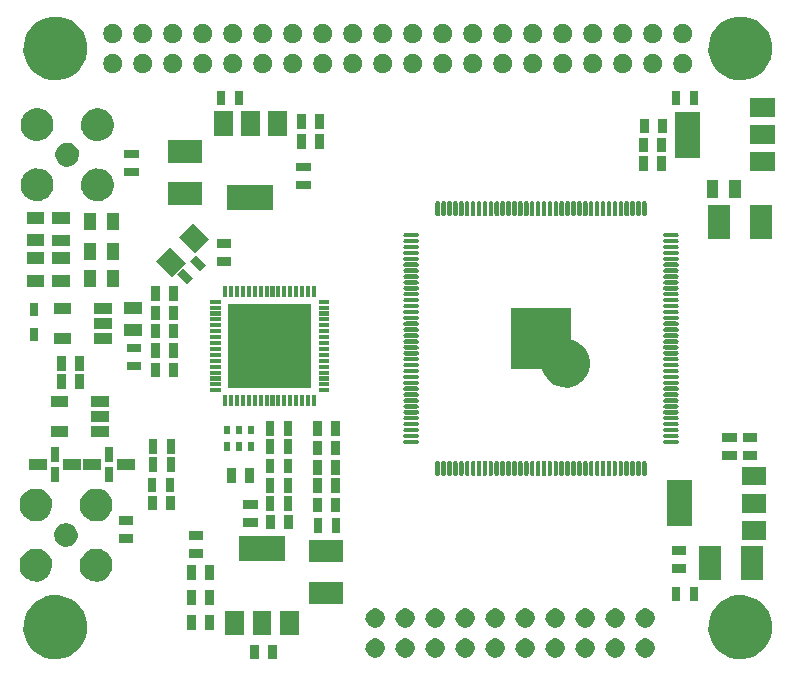
<source format=gts>
G04 #@! TF.FileFunction,Soldermask,Top*
%FSLAX46Y46*%
G04 Gerber Fmt 4.6, Leading zero omitted, Abs format (unit mm)*
G04 Created by KiCad (PCBNEW 4.0.6) date 10/22/17 14:56:47*
%MOMM*%
%LPD*%
G01*
G04 APERTURE LIST*
%ADD10C,0.100000*%
G04 APERTURE END LIST*
D10*
G36*
X112229500Y-126221500D02*
X111494500Y-126221500D01*
X111494500Y-124978500D01*
X112229500Y-124978500D01*
X112229500Y-126221500D01*
X112229500Y-126221500D01*
G37*
G36*
X110705500Y-126221500D02*
X109970500Y-126221500D01*
X109970500Y-124978500D01*
X110705500Y-124978500D01*
X110705500Y-126221500D01*
X110705500Y-126221500D01*
G37*
G36*
X151783592Y-120801797D02*
X152302277Y-120908268D01*
X152790398Y-121113455D01*
X153229373Y-121409546D01*
X153602477Y-121785265D01*
X153895496Y-122226293D01*
X154097271Y-122715836D01*
X154200050Y-123234908D01*
X154200050Y-123234917D01*
X154200116Y-123235251D01*
X154191671Y-123840037D01*
X154191595Y-123840371D01*
X154191595Y-123840383D01*
X154074365Y-124356375D01*
X153858998Y-124840097D01*
X153553779Y-125272772D01*
X153170327Y-125637928D01*
X152723262Y-125921644D01*
X152229597Y-126113125D01*
X151708146Y-126205070D01*
X151178765Y-126193982D01*
X150661612Y-126080278D01*
X150176404Y-125868296D01*
X149741608Y-125566104D01*
X149373786Y-125185213D01*
X149086955Y-124740139D01*
X148892034Y-124247824D01*
X148796448Y-123727020D01*
X148803842Y-123197576D01*
X148913930Y-122679652D01*
X149122522Y-122192970D01*
X149421671Y-121756075D01*
X149799984Y-121385603D01*
X150243047Y-121095670D01*
X150733989Y-120897317D01*
X151254104Y-120798100D01*
X151783592Y-120801797D01*
X151783592Y-120801797D01*
G37*
G36*
X93783592Y-120801797D02*
X94302277Y-120908268D01*
X94790398Y-121113455D01*
X95229373Y-121409546D01*
X95602477Y-121785265D01*
X95895496Y-122226293D01*
X96097271Y-122715836D01*
X96200050Y-123234908D01*
X96200050Y-123234917D01*
X96200116Y-123235251D01*
X96191671Y-123840037D01*
X96191595Y-123840371D01*
X96191595Y-123840383D01*
X96074365Y-124356375D01*
X95858998Y-124840097D01*
X95553779Y-125272772D01*
X95170327Y-125637928D01*
X94723262Y-125921644D01*
X94229597Y-126113125D01*
X93708146Y-126205070D01*
X93178765Y-126193982D01*
X92661612Y-126080278D01*
X92176404Y-125868296D01*
X91741608Y-125566104D01*
X91373786Y-125185213D01*
X91086955Y-124740139D01*
X90892034Y-124247824D01*
X90796448Y-123727020D01*
X90803842Y-123197576D01*
X90913930Y-122679652D01*
X91122522Y-122192970D01*
X91421671Y-121756075D01*
X91799984Y-121385603D01*
X92243047Y-121095670D01*
X92733989Y-120897317D01*
X93254104Y-120798100D01*
X93783592Y-120801797D01*
X93783592Y-120801797D01*
G37*
G36*
X128275288Y-124458539D02*
X128431279Y-124490560D01*
X128578075Y-124552267D01*
X128710093Y-124641314D01*
X128822302Y-124754310D01*
X128910427Y-124886946D01*
X128971105Y-125034166D01*
X129001969Y-125190036D01*
X129001969Y-125190045D01*
X129002035Y-125190379D01*
X128999495Y-125372263D01*
X128999419Y-125372597D01*
X128999419Y-125372609D01*
X128964219Y-125527546D01*
X128899448Y-125673022D01*
X128807657Y-125803145D01*
X128692334Y-125912965D01*
X128557886Y-125998288D01*
X128409420Y-126055875D01*
X128252600Y-126083526D01*
X128093393Y-126080192D01*
X127937861Y-126045996D01*
X127791939Y-125982244D01*
X127661179Y-125891363D01*
X127550558Y-125776812D01*
X127464298Y-125642963D01*
X127405677Y-125494903D01*
X127376930Y-125338272D01*
X127379154Y-125179048D01*
X127412261Y-125023289D01*
X127474995Y-124876922D01*
X127564961Y-124745530D01*
X127678736Y-124634112D01*
X127811982Y-124546918D01*
X127959629Y-124487265D01*
X128116047Y-124457427D01*
X128275288Y-124458539D01*
X128275288Y-124458539D01*
G37*
G36*
X133355288Y-124458539D02*
X133511279Y-124490560D01*
X133658075Y-124552267D01*
X133790093Y-124641314D01*
X133902302Y-124754310D01*
X133990427Y-124886946D01*
X134051105Y-125034166D01*
X134081969Y-125190036D01*
X134081969Y-125190045D01*
X134082035Y-125190379D01*
X134079495Y-125372263D01*
X134079419Y-125372597D01*
X134079419Y-125372609D01*
X134044219Y-125527546D01*
X133979448Y-125673022D01*
X133887657Y-125803145D01*
X133772334Y-125912965D01*
X133637886Y-125998288D01*
X133489420Y-126055875D01*
X133332600Y-126083526D01*
X133173393Y-126080192D01*
X133017861Y-126045996D01*
X132871939Y-125982244D01*
X132741179Y-125891363D01*
X132630558Y-125776812D01*
X132544298Y-125642963D01*
X132485677Y-125494903D01*
X132456930Y-125338272D01*
X132459154Y-125179048D01*
X132492261Y-125023289D01*
X132554995Y-124876922D01*
X132644961Y-124745530D01*
X132758736Y-124634112D01*
X132891982Y-124546918D01*
X133039629Y-124487265D01*
X133196047Y-124457427D01*
X133355288Y-124458539D01*
X133355288Y-124458539D01*
G37*
G36*
X138435288Y-124458539D02*
X138591279Y-124490560D01*
X138738075Y-124552267D01*
X138870093Y-124641314D01*
X138982302Y-124754310D01*
X139070427Y-124886946D01*
X139131105Y-125034166D01*
X139161969Y-125190036D01*
X139161969Y-125190045D01*
X139162035Y-125190379D01*
X139159495Y-125372263D01*
X139159419Y-125372597D01*
X139159419Y-125372609D01*
X139124219Y-125527546D01*
X139059448Y-125673022D01*
X138967657Y-125803145D01*
X138852334Y-125912965D01*
X138717886Y-125998288D01*
X138569420Y-126055875D01*
X138412600Y-126083526D01*
X138253393Y-126080192D01*
X138097861Y-126045996D01*
X137951939Y-125982244D01*
X137821179Y-125891363D01*
X137710558Y-125776812D01*
X137624298Y-125642963D01*
X137565677Y-125494903D01*
X137536930Y-125338272D01*
X137539154Y-125179048D01*
X137572261Y-125023289D01*
X137634995Y-124876922D01*
X137724961Y-124745530D01*
X137838736Y-124634112D01*
X137971982Y-124546918D01*
X138119629Y-124487265D01*
X138276047Y-124457427D01*
X138435288Y-124458539D01*
X138435288Y-124458539D01*
G37*
G36*
X135895288Y-124458539D02*
X136051279Y-124490560D01*
X136198075Y-124552267D01*
X136330093Y-124641314D01*
X136442302Y-124754310D01*
X136530427Y-124886946D01*
X136591105Y-125034166D01*
X136621969Y-125190036D01*
X136621969Y-125190045D01*
X136622035Y-125190379D01*
X136619495Y-125372263D01*
X136619419Y-125372597D01*
X136619419Y-125372609D01*
X136584219Y-125527546D01*
X136519448Y-125673022D01*
X136427657Y-125803145D01*
X136312334Y-125912965D01*
X136177886Y-125998288D01*
X136029420Y-126055875D01*
X135872600Y-126083526D01*
X135713393Y-126080192D01*
X135557861Y-126045996D01*
X135411939Y-125982244D01*
X135281179Y-125891363D01*
X135170558Y-125776812D01*
X135084298Y-125642963D01*
X135025677Y-125494903D01*
X134996930Y-125338272D01*
X134999154Y-125179048D01*
X135032261Y-125023289D01*
X135094995Y-124876922D01*
X135184961Y-124745530D01*
X135298736Y-124634112D01*
X135431982Y-124546918D01*
X135579629Y-124487265D01*
X135736047Y-124457427D01*
X135895288Y-124458539D01*
X135895288Y-124458539D01*
G37*
G36*
X140975288Y-124458539D02*
X141131279Y-124490560D01*
X141278075Y-124552267D01*
X141410093Y-124641314D01*
X141522302Y-124754310D01*
X141610427Y-124886946D01*
X141671105Y-125034166D01*
X141701969Y-125190036D01*
X141701969Y-125190045D01*
X141702035Y-125190379D01*
X141699495Y-125372263D01*
X141699419Y-125372597D01*
X141699419Y-125372609D01*
X141664219Y-125527546D01*
X141599448Y-125673022D01*
X141507657Y-125803145D01*
X141392334Y-125912965D01*
X141257886Y-125998288D01*
X141109420Y-126055875D01*
X140952600Y-126083526D01*
X140793393Y-126080192D01*
X140637861Y-126045996D01*
X140491939Y-125982244D01*
X140361179Y-125891363D01*
X140250558Y-125776812D01*
X140164298Y-125642963D01*
X140105677Y-125494903D01*
X140076930Y-125338272D01*
X140079154Y-125179048D01*
X140112261Y-125023289D01*
X140174995Y-124876922D01*
X140264961Y-124745530D01*
X140378736Y-124634112D01*
X140511982Y-124546918D01*
X140659629Y-124487265D01*
X140816047Y-124457427D01*
X140975288Y-124458539D01*
X140975288Y-124458539D01*
G37*
G36*
X143515288Y-124458539D02*
X143671279Y-124490560D01*
X143818075Y-124552267D01*
X143950093Y-124641314D01*
X144062302Y-124754310D01*
X144150427Y-124886946D01*
X144211105Y-125034166D01*
X144241969Y-125190036D01*
X144241969Y-125190045D01*
X144242035Y-125190379D01*
X144239495Y-125372263D01*
X144239419Y-125372597D01*
X144239419Y-125372609D01*
X144204219Y-125527546D01*
X144139448Y-125673022D01*
X144047657Y-125803145D01*
X143932334Y-125912965D01*
X143797886Y-125998288D01*
X143649420Y-126055875D01*
X143492600Y-126083526D01*
X143333393Y-126080192D01*
X143177861Y-126045996D01*
X143031939Y-125982244D01*
X142901179Y-125891363D01*
X142790558Y-125776812D01*
X142704298Y-125642963D01*
X142645677Y-125494903D01*
X142616930Y-125338272D01*
X142619154Y-125179048D01*
X142652261Y-125023289D01*
X142714995Y-124876922D01*
X142804961Y-124745530D01*
X142918736Y-124634112D01*
X143051982Y-124546918D01*
X143199629Y-124487265D01*
X143356047Y-124457427D01*
X143515288Y-124458539D01*
X143515288Y-124458539D01*
G37*
G36*
X123195288Y-124458539D02*
X123351279Y-124490560D01*
X123498075Y-124552267D01*
X123630093Y-124641314D01*
X123742302Y-124754310D01*
X123830427Y-124886946D01*
X123891105Y-125034166D01*
X123921969Y-125190036D01*
X123921969Y-125190045D01*
X123922035Y-125190379D01*
X123919495Y-125372263D01*
X123919419Y-125372597D01*
X123919419Y-125372609D01*
X123884219Y-125527546D01*
X123819448Y-125673022D01*
X123727657Y-125803145D01*
X123612334Y-125912965D01*
X123477886Y-125998288D01*
X123329420Y-126055875D01*
X123172600Y-126083526D01*
X123013393Y-126080192D01*
X122857861Y-126045996D01*
X122711939Y-125982244D01*
X122581179Y-125891363D01*
X122470558Y-125776812D01*
X122384298Y-125642963D01*
X122325677Y-125494903D01*
X122296930Y-125338272D01*
X122299154Y-125179048D01*
X122332261Y-125023289D01*
X122394995Y-124876922D01*
X122484961Y-124745530D01*
X122598736Y-124634112D01*
X122731982Y-124546918D01*
X122879629Y-124487265D01*
X123036047Y-124457427D01*
X123195288Y-124458539D01*
X123195288Y-124458539D01*
G37*
G36*
X120655288Y-124458539D02*
X120811279Y-124490560D01*
X120958075Y-124552267D01*
X121090093Y-124641314D01*
X121202302Y-124754310D01*
X121290427Y-124886946D01*
X121351105Y-125034166D01*
X121381969Y-125190036D01*
X121381969Y-125190045D01*
X121382035Y-125190379D01*
X121379495Y-125372263D01*
X121379419Y-125372597D01*
X121379419Y-125372609D01*
X121344219Y-125527546D01*
X121279448Y-125673022D01*
X121187657Y-125803145D01*
X121072334Y-125912965D01*
X120937886Y-125998288D01*
X120789420Y-126055875D01*
X120632600Y-126083526D01*
X120473393Y-126080192D01*
X120317861Y-126045996D01*
X120171939Y-125982244D01*
X120041179Y-125891363D01*
X119930558Y-125776812D01*
X119844298Y-125642963D01*
X119785677Y-125494903D01*
X119756930Y-125338272D01*
X119759154Y-125179048D01*
X119792261Y-125023289D01*
X119854995Y-124876922D01*
X119944961Y-124745530D01*
X120058736Y-124634112D01*
X120191982Y-124546918D01*
X120339629Y-124487265D01*
X120496047Y-124457427D01*
X120655288Y-124458539D01*
X120655288Y-124458539D01*
G37*
G36*
X130815288Y-124458539D02*
X130971279Y-124490560D01*
X131118075Y-124552267D01*
X131250093Y-124641314D01*
X131362302Y-124754310D01*
X131450427Y-124886946D01*
X131511105Y-125034166D01*
X131541969Y-125190036D01*
X131541969Y-125190045D01*
X131542035Y-125190379D01*
X131539495Y-125372263D01*
X131539419Y-125372597D01*
X131539419Y-125372609D01*
X131504219Y-125527546D01*
X131439448Y-125673022D01*
X131347657Y-125803145D01*
X131232334Y-125912965D01*
X131097886Y-125998288D01*
X130949420Y-126055875D01*
X130792600Y-126083526D01*
X130633393Y-126080192D01*
X130477861Y-126045996D01*
X130331939Y-125982244D01*
X130201179Y-125891363D01*
X130090558Y-125776812D01*
X130004298Y-125642963D01*
X129945677Y-125494903D01*
X129916930Y-125338272D01*
X129919154Y-125179048D01*
X129952261Y-125023289D01*
X130014995Y-124876922D01*
X130104961Y-124745530D01*
X130218736Y-124634112D01*
X130351982Y-124546918D01*
X130499629Y-124487265D01*
X130656047Y-124457427D01*
X130815288Y-124458539D01*
X130815288Y-124458539D01*
G37*
G36*
X125735288Y-124458539D02*
X125891279Y-124490560D01*
X126038075Y-124552267D01*
X126170093Y-124641314D01*
X126282302Y-124754310D01*
X126370427Y-124886946D01*
X126431105Y-125034166D01*
X126461969Y-125190036D01*
X126461969Y-125190045D01*
X126462035Y-125190379D01*
X126459495Y-125372263D01*
X126459419Y-125372597D01*
X126459419Y-125372609D01*
X126424219Y-125527546D01*
X126359448Y-125673022D01*
X126267657Y-125803145D01*
X126152334Y-125912965D01*
X126017886Y-125998288D01*
X125869420Y-126055875D01*
X125712600Y-126083526D01*
X125553393Y-126080192D01*
X125397861Y-126045996D01*
X125251939Y-125982244D01*
X125121179Y-125891363D01*
X125010558Y-125776812D01*
X124924298Y-125642963D01*
X124865677Y-125494903D01*
X124836930Y-125338272D01*
X124839154Y-125179048D01*
X124872261Y-125023289D01*
X124934995Y-124876922D01*
X125024961Y-124745530D01*
X125138736Y-124634112D01*
X125271982Y-124546918D01*
X125419629Y-124487265D01*
X125576047Y-124457427D01*
X125735288Y-124458539D01*
X125735288Y-124458539D01*
G37*
G36*
X109499937Y-124200063D02*
X107899937Y-124200063D01*
X107899937Y-122100063D01*
X109499937Y-122100063D01*
X109499937Y-124200063D01*
X109499937Y-124200063D01*
G37*
G36*
X111799937Y-124200063D02*
X110199937Y-124200063D01*
X110199937Y-122100063D01*
X111799937Y-122100063D01*
X111799937Y-124200063D01*
X111799937Y-124200063D01*
G37*
G36*
X114099938Y-124200063D02*
X112499938Y-124200063D01*
X112499938Y-122100063D01*
X114099938Y-122100063D01*
X114099938Y-124200063D01*
X114099938Y-124200063D01*
G37*
G36*
X105405500Y-123721500D02*
X104670500Y-123721500D01*
X104670500Y-122478500D01*
X105405500Y-122478500D01*
X105405500Y-123721500D01*
X105405500Y-123721500D01*
G37*
G36*
X106929500Y-123721500D02*
X106194500Y-123721500D01*
X106194500Y-122478500D01*
X106929500Y-122478500D01*
X106929500Y-123721500D01*
X106929500Y-123721500D01*
G37*
G36*
X138435288Y-121918539D02*
X138591279Y-121950560D01*
X138738075Y-122012267D01*
X138870093Y-122101314D01*
X138982302Y-122214310D01*
X139070427Y-122346946D01*
X139131105Y-122494166D01*
X139161969Y-122650036D01*
X139161969Y-122650045D01*
X139162035Y-122650379D01*
X139159495Y-122832263D01*
X139159419Y-122832597D01*
X139159419Y-122832609D01*
X139124219Y-122987546D01*
X139059448Y-123133022D01*
X138967657Y-123263145D01*
X138852334Y-123372965D01*
X138717886Y-123458288D01*
X138569420Y-123515875D01*
X138412600Y-123543526D01*
X138253393Y-123540192D01*
X138097861Y-123505996D01*
X137951939Y-123442244D01*
X137821179Y-123351363D01*
X137710558Y-123236812D01*
X137624298Y-123102963D01*
X137565677Y-122954903D01*
X137536930Y-122798272D01*
X137539154Y-122639048D01*
X137572261Y-122483289D01*
X137634995Y-122336922D01*
X137724961Y-122205530D01*
X137838736Y-122094112D01*
X137971982Y-122006918D01*
X138119629Y-121947265D01*
X138276047Y-121917427D01*
X138435288Y-121918539D01*
X138435288Y-121918539D01*
G37*
G36*
X125735288Y-121918539D02*
X125891279Y-121950560D01*
X126038075Y-122012267D01*
X126170093Y-122101314D01*
X126282302Y-122214310D01*
X126370427Y-122346946D01*
X126431105Y-122494166D01*
X126461969Y-122650036D01*
X126461969Y-122650045D01*
X126462035Y-122650379D01*
X126459495Y-122832263D01*
X126459419Y-122832597D01*
X126459419Y-122832609D01*
X126424219Y-122987546D01*
X126359448Y-123133022D01*
X126267657Y-123263145D01*
X126152334Y-123372965D01*
X126017886Y-123458288D01*
X125869420Y-123515875D01*
X125712600Y-123543526D01*
X125553393Y-123540192D01*
X125397861Y-123505996D01*
X125251939Y-123442244D01*
X125121179Y-123351363D01*
X125010558Y-123236812D01*
X124924298Y-123102963D01*
X124865677Y-122954903D01*
X124836930Y-122798272D01*
X124839154Y-122639048D01*
X124872261Y-122483289D01*
X124934995Y-122336922D01*
X125024961Y-122205530D01*
X125138736Y-122094112D01*
X125271982Y-122006918D01*
X125419629Y-121947265D01*
X125576047Y-121917427D01*
X125735288Y-121918539D01*
X125735288Y-121918539D01*
G37*
G36*
X123195288Y-121918539D02*
X123351279Y-121950560D01*
X123498075Y-122012267D01*
X123630093Y-122101314D01*
X123742302Y-122214310D01*
X123830427Y-122346946D01*
X123891105Y-122494166D01*
X123921969Y-122650036D01*
X123921969Y-122650045D01*
X123922035Y-122650379D01*
X123919495Y-122832263D01*
X123919419Y-122832597D01*
X123919419Y-122832609D01*
X123884219Y-122987546D01*
X123819448Y-123133022D01*
X123727657Y-123263145D01*
X123612334Y-123372965D01*
X123477886Y-123458288D01*
X123329420Y-123515875D01*
X123172600Y-123543526D01*
X123013393Y-123540192D01*
X122857861Y-123505996D01*
X122711939Y-123442244D01*
X122581179Y-123351363D01*
X122470558Y-123236812D01*
X122384298Y-123102963D01*
X122325677Y-122954903D01*
X122296930Y-122798272D01*
X122299154Y-122639048D01*
X122332261Y-122483289D01*
X122394995Y-122336922D01*
X122484961Y-122205530D01*
X122598736Y-122094112D01*
X122731982Y-122006918D01*
X122879629Y-121947265D01*
X123036047Y-121917427D01*
X123195288Y-121918539D01*
X123195288Y-121918539D01*
G37*
G36*
X143515288Y-121918539D02*
X143671279Y-121950560D01*
X143818075Y-122012267D01*
X143950093Y-122101314D01*
X144062302Y-122214310D01*
X144150427Y-122346946D01*
X144211105Y-122494166D01*
X144241969Y-122650036D01*
X144241969Y-122650045D01*
X144242035Y-122650379D01*
X144239495Y-122832263D01*
X144239419Y-122832597D01*
X144239419Y-122832609D01*
X144204219Y-122987546D01*
X144139448Y-123133022D01*
X144047657Y-123263145D01*
X143932334Y-123372965D01*
X143797886Y-123458288D01*
X143649420Y-123515875D01*
X143492600Y-123543526D01*
X143333393Y-123540192D01*
X143177861Y-123505996D01*
X143031939Y-123442244D01*
X142901179Y-123351363D01*
X142790558Y-123236812D01*
X142704298Y-123102963D01*
X142645677Y-122954903D01*
X142616930Y-122798272D01*
X142619154Y-122639048D01*
X142652261Y-122483289D01*
X142714995Y-122336922D01*
X142804961Y-122205530D01*
X142918736Y-122094112D01*
X143051982Y-122006918D01*
X143199629Y-121947265D01*
X143356047Y-121917427D01*
X143515288Y-121918539D01*
X143515288Y-121918539D01*
G37*
G36*
X140975288Y-121918539D02*
X141131279Y-121950560D01*
X141278075Y-122012267D01*
X141410093Y-122101314D01*
X141522302Y-122214310D01*
X141610427Y-122346946D01*
X141671105Y-122494166D01*
X141701969Y-122650036D01*
X141701969Y-122650045D01*
X141702035Y-122650379D01*
X141699495Y-122832263D01*
X141699419Y-122832597D01*
X141699419Y-122832609D01*
X141664219Y-122987546D01*
X141599448Y-123133022D01*
X141507657Y-123263145D01*
X141392334Y-123372965D01*
X141257886Y-123458288D01*
X141109420Y-123515875D01*
X140952600Y-123543526D01*
X140793393Y-123540192D01*
X140637861Y-123505996D01*
X140491939Y-123442244D01*
X140361179Y-123351363D01*
X140250558Y-123236812D01*
X140164298Y-123102963D01*
X140105677Y-122954903D01*
X140076930Y-122798272D01*
X140079154Y-122639048D01*
X140112261Y-122483289D01*
X140174995Y-122336922D01*
X140264961Y-122205530D01*
X140378736Y-122094112D01*
X140511982Y-122006918D01*
X140659629Y-121947265D01*
X140816047Y-121917427D01*
X140975288Y-121918539D01*
X140975288Y-121918539D01*
G37*
G36*
X135895288Y-121918539D02*
X136051279Y-121950560D01*
X136198075Y-122012267D01*
X136330093Y-122101314D01*
X136442302Y-122214310D01*
X136530427Y-122346946D01*
X136591105Y-122494166D01*
X136621969Y-122650036D01*
X136621969Y-122650045D01*
X136622035Y-122650379D01*
X136619495Y-122832263D01*
X136619419Y-122832597D01*
X136619419Y-122832609D01*
X136584219Y-122987546D01*
X136519448Y-123133022D01*
X136427657Y-123263145D01*
X136312334Y-123372965D01*
X136177886Y-123458288D01*
X136029420Y-123515875D01*
X135872600Y-123543526D01*
X135713393Y-123540192D01*
X135557861Y-123505996D01*
X135411939Y-123442244D01*
X135281179Y-123351363D01*
X135170558Y-123236812D01*
X135084298Y-123102963D01*
X135025677Y-122954903D01*
X134996930Y-122798272D01*
X134999154Y-122639048D01*
X135032261Y-122483289D01*
X135094995Y-122336922D01*
X135184961Y-122205530D01*
X135298736Y-122094112D01*
X135431982Y-122006918D01*
X135579629Y-121947265D01*
X135736047Y-121917427D01*
X135895288Y-121918539D01*
X135895288Y-121918539D01*
G37*
G36*
X133355288Y-121918539D02*
X133511279Y-121950560D01*
X133658075Y-122012267D01*
X133790093Y-122101314D01*
X133902302Y-122214310D01*
X133990427Y-122346946D01*
X134051105Y-122494166D01*
X134081969Y-122650036D01*
X134081969Y-122650045D01*
X134082035Y-122650379D01*
X134079495Y-122832263D01*
X134079419Y-122832597D01*
X134079419Y-122832609D01*
X134044219Y-122987546D01*
X133979448Y-123133022D01*
X133887657Y-123263145D01*
X133772334Y-123372965D01*
X133637886Y-123458288D01*
X133489420Y-123515875D01*
X133332600Y-123543526D01*
X133173393Y-123540192D01*
X133017861Y-123505996D01*
X132871939Y-123442244D01*
X132741179Y-123351363D01*
X132630558Y-123236812D01*
X132544298Y-123102963D01*
X132485677Y-122954903D01*
X132456930Y-122798272D01*
X132459154Y-122639048D01*
X132492261Y-122483289D01*
X132554995Y-122336922D01*
X132644961Y-122205530D01*
X132758736Y-122094112D01*
X132891982Y-122006918D01*
X133039629Y-121947265D01*
X133196047Y-121917427D01*
X133355288Y-121918539D01*
X133355288Y-121918539D01*
G37*
G36*
X130815288Y-121918539D02*
X130971279Y-121950560D01*
X131118075Y-122012267D01*
X131250093Y-122101314D01*
X131362302Y-122214310D01*
X131450427Y-122346946D01*
X131511105Y-122494166D01*
X131541969Y-122650036D01*
X131541969Y-122650045D01*
X131542035Y-122650379D01*
X131539495Y-122832263D01*
X131539419Y-122832597D01*
X131539419Y-122832609D01*
X131504219Y-122987546D01*
X131439448Y-123133022D01*
X131347657Y-123263145D01*
X131232334Y-123372965D01*
X131097886Y-123458288D01*
X130949420Y-123515875D01*
X130792600Y-123543526D01*
X130633393Y-123540192D01*
X130477861Y-123505996D01*
X130331939Y-123442244D01*
X130201179Y-123351363D01*
X130090558Y-123236812D01*
X130004298Y-123102963D01*
X129945677Y-122954903D01*
X129916930Y-122798272D01*
X129919154Y-122639048D01*
X129952261Y-122483289D01*
X130014995Y-122336922D01*
X130104961Y-122205530D01*
X130218736Y-122094112D01*
X130351982Y-122006918D01*
X130499629Y-121947265D01*
X130656047Y-121917427D01*
X130815288Y-121918539D01*
X130815288Y-121918539D01*
G37*
G36*
X128275288Y-121918539D02*
X128431279Y-121950560D01*
X128578075Y-122012267D01*
X128710093Y-122101314D01*
X128822302Y-122214310D01*
X128910427Y-122346946D01*
X128971105Y-122494166D01*
X129001969Y-122650036D01*
X129001969Y-122650045D01*
X129002035Y-122650379D01*
X128999495Y-122832263D01*
X128999419Y-122832597D01*
X128999419Y-122832609D01*
X128964219Y-122987546D01*
X128899448Y-123133022D01*
X128807657Y-123263145D01*
X128692334Y-123372965D01*
X128557886Y-123458288D01*
X128409420Y-123515875D01*
X128252600Y-123543526D01*
X128093393Y-123540192D01*
X127937861Y-123505996D01*
X127791939Y-123442244D01*
X127661179Y-123351363D01*
X127550558Y-123236812D01*
X127464298Y-123102963D01*
X127405677Y-122954903D01*
X127376930Y-122798272D01*
X127379154Y-122639048D01*
X127412261Y-122483289D01*
X127474995Y-122336922D01*
X127564961Y-122205530D01*
X127678736Y-122094112D01*
X127811982Y-122006918D01*
X127959629Y-121947265D01*
X128116047Y-121917427D01*
X128275288Y-121918539D01*
X128275288Y-121918539D01*
G37*
G36*
X120655288Y-121918539D02*
X120811279Y-121950560D01*
X120958075Y-122012267D01*
X121090093Y-122101314D01*
X121202302Y-122214310D01*
X121290427Y-122346946D01*
X121351105Y-122494166D01*
X121381969Y-122650036D01*
X121381969Y-122650045D01*
X121382035Y-122650379D01*
X121379495Y-122832263D01*
X121379419Y-122832597D01*
X121379419Y-122832609D01*
X121344219Y-122987546D01*
X121279448Y-123133022D01*
X121187657Y-123263145D01*
X121072334Y-123372965D01*
X120937886Y-123458288D01*
X120789420Y-123515875D01*
X120632600Y-123543526D01*
X120473393Y-123540192D01*
X120317861Y-123505996D01*
X120171939Y-123442244D01*
X120041179Y-123351363D01*
X119930558Y-123236812D01*
X119844298Y-123102963D01*
X119785677Y-122954903D01*
X119756930Y-122798272D01*
X119759154Y-122639048D01*
X119792261Y-122483289D01*
X119854995Y-122336922D01*
X119944961Y-122205530D01*
X120058736Y-122094112D01*
X120191982Y-122006918D01*
X120339629Y-121947265D01*
X120496047Y-121917427D01*
X120655288Y-121918539D01*
X120655288Y-121918539D01*
G37*
G36*
X106929500Y-121621500D02*
X106194500Y-121621500D01*
X106194500Y-120378500D01*
X106929500Y-120378500D01*
X106929500Y-121621500D01*
X106929500Y-121621500D01*
G37*
G36*
X105405500Y-121621500D02*
X104670500Y-121621500D01*
X104670500Y-120378500D01*
X105405500Y-120378500D01*
X105405500Y-121621500D01*
X105405500Y-121621500D01*
G37*
G36*
X117847000Y-121517000D02*
X114953000Y-121517000D01*
X114953000Y-119639000D01*
X117847000Y-119639000D01*
X117847000Y-121517000D01*
X117847000Y-121517000D01*
G37*
G36*
X147929500Y-121321500D02*
X147194500Y-121321500D01*
X147194500Y-120078500D01*
X147929500Y-120078500D01*
X147929500Y-121321500D01*
X147929500Y-121321500D01*
G37*
G36*
X146405500Y-121321500D02*
X145670500Y-121321500D01*
X145670500Y-120078500D01*
X146405500Y-120078500D01*
X146405500Y-121321500D01*
X146405500Y-121321500D01*
G37*
G36*
X97095215Y-116867320D02*
X97360994Y-116921877D01*
X97611109Y-117027016D01*
X97836046Y-117178737D01*
X98027224Y-117371254D01*
X98177371Y-117597243D01*
X98280761Y-117848087D01*
X98333393Y-118113897D01*
X98333393Y-118113907D01*
X98333459Y-118114241D01*
X98329132Y-118424138D01*
X98329056Y-118424472D01*
X98329056Y-118424483D01*
X98269024Y-118688713D01*
X98158669Y-118936576D01*
X98002273Y-119158282D01*
X97805787Y-119345392D01*
X97576709Y-119490769D01*
X97323751Y-119588886D01*
X97056557Y-119635999D01*
X96785298Y-119630317D01*
X96520302Y-119572054D01*
X96271679Y-119463433D01*
X96048887Y-119308588D01*
X95860411Y-119113416D01*
X95713438Y-118885358D01*
X95613558Y-118633092D01*
X95564579Y-118366226D01*
X95568368Y-118094935D01*
X95624777Y-117829549D01*
X95731662Y-117580168D01*
X95884948Y-117356300D01*
X96078799Y-117166466D01*
X96305828Y-117017902D01*
X96557390Y-116916265D01*
X96823900Y-116865425D01*
X97095215Y-116867320D01*
X97095215Y-116867320D01*
G37*
G36*
X91995415Y-116867320D02*
X92261194Y-116921877D01*
X92511309Y-117027016D01*
X92736246Y-117178737D01*
X92927424Y-117371254D01*
X93077571Y-117597243D01*
X93180961Y-117848087D01*
X93233593Y-118113897D01*
X93233593Y-118113907D01*
X93233659Y-118114241D01*
X93229332Y-118424138D01*
X93229256Y-118424472D01*
X93229256Y-118424483D01*
X93169224Y-118688713D01*
X93058869Y-118936576D01*
X92902473Y-119158282D01*
X92705987Y-119345392D01*
X92476909Y-119490769D01*
X92223951Y-119588886D01*
X91956757Y-119635999D01*
X91685498Y-119630317D01*
X91420502Y-119572054D01*
X91171879Y-119463433D01*
X90949087Y-119308588D01*
X90760611Y-119113416D01*
X90613638Y-118885358D01*
X90513758Y-118633092D01*
X90464779Y-118366226D01*
X90468568Y-118094935D01*
X90524977Y-117829549D01*
X90631862Y-117580168D01*
X90785148Y-117356300D01*
X90978999Y-117166466D01*
X91206028Y-117017902D01*
X91457590Y-116916265D01*
X91724100Y-116865425D01*
X91995415Y-116867320D01*
X91995415Y-116867320D01*
G37*
G36*
X149861000Y-119547000D02*
X147983000Y-119547000D01*
X147983000Y-116653000D01*
X149861000Y-116653000D01*
X149861000Y-119547000D01*
X149861000Y-119547000D01*
G37*
G36*
X153417000Y-119547000D02*
X151539000Y-119547000D01*
X151539000Y-116653000D01*
X153417000Y-116653000D01*
X153417000Y-119547000D01*
X153417000Y-119547000D01*
G37*
G36*
X106929500Y-119521500D02*
X106194500Y-119521500D01*
X106194500Y-118278500D01*
X106929500Y-118278500D01*
X106929500Y-119521500D01*
X106929500Y-119521500D01*
G37*
G36*
X105405500Y-119521500D02*
X104670500Y-119521500D01*
X104670500Y-118278500D01*
X105405500Y-118278500D01*
X105405500Y-119521500D01*
X105405500Y-119521500D01*
G37*
G36*
X146921500Y-118929500D02*
X145678500Y-118929500D01*
X145678500Y-118194500D01*
X146921500Y-118194500D01*
X146921500Y-118929500D01*
X146921500Y-118929500D01*
G37*
G36*
X117847000Y-117961000D02*
X114953000Y-117961000D01*
X114953000Y-116083000D01*
X117847000Y-116083000D01*
X117847000Y-117961000D01*
X117847000Y-117961000D01*
G37*
G36*
X112949937Y-117900062D02*
X109049937Y-117900062D01*
X109049937Y-115800062D01*
X112949937Y-115800062D01*
X112949937Y-117900062D01*
X112949937Y-117900062D01*
G37*
G36*
X106021500Y-117629500D02*
X104778500Y-117629500D01*
X104778500Y-116894500D01*
X106021500Y-116894500D01*
X106021500Y-117629500D01*
X106021500Y-117629500D01*
G37*
G36*
X146921500Y-117405500D02*
X145678500Y-117405500D01*
X145678500Y-116670500D01*
X146921500Y-116670500D01*
X146921500Y-117405500D01*
X146921500Y-117405500D01*
G37*
G36*
X94505297Y-114698166D02*
X94697884Y-114737698D01*
X94879120Y-114813883D01*
X95042113Y-114923823D01*
X95180642Y-115063322D01*
X95289442Y-115227079D01*
X95364357Y-115408839D01*
X95402478Y-115601356D01*
X95402478Y-115601371D01*
X95402543Y-115601700D01*
X95399408Y-115826255D01*
X95399332Y-115826589D01*
X95399332Y-115826601D01*
X95355855Y-116017968D01*
X95275889Y-116197573D01*
X95162563Y-116358224D01*
X95020185Y-116493808D01*
X94854194Y-116599149D01*
X94670897Y-116670246D01*
X94477286Y-116704384D01*
X94280728Y-116700267D01*
X94088709Y-116658049D01*
X93908556Y-116579342D01*
X93747112Y-116467136D01*
X93610542Y-116325714D01*
X93504044Y-116160462D01*
X93431670Y-115977666D01*
X93396179Y-115784290D01*
X93398925Y-115587710D01*
X93439799Y-115395409D01*
X93517250Y-115214704D01*
X93628323Y-115052486D01*
X93768790Y-114914930D01*
X93933297Y-114807279D01*
X94115583Y-114733631D01*
X94308698Y-114696793D01*
X94505297Y-114698166D01*
X94505297Y-114698166D01*
G37*
G36*
X100111500Y-116389500D02*
X98868500Y-116389500D01*
X98868500Y-115654500D01*
X100111500Y-115654500D01*
X100111500Y-116389500D01*
X100111500Y-116389500D01*
G37*
G36*
X106021500Y-116105500D02*
X104778500Y-116105500D01*
X104778500Y-115370500D01*
X106021500Y-115370500D01*
X106021500Y-116105500D01*
X106021500Y-116105500D01*
G37*
G36*
X153700063Y-116100063D02*
X151600063Y-116100063D01*
X151600063Y-114500063D01*
X153700063Y-114500063D01*
X153700063Y-116100063D01*
X153700063Y-116100063D01*
G37*
G36*
X116105500Y-115521500D02*
X115370500Y-115521500D01*
X115370500Y-114278500D01*
X116105500Y-114278500D01*
X116105500Y-115521500D01*
X116105500Y-115521500D01*
G37*
G36*
X117629500Y-115521500D02*
X116894500Y-115521500D01*
X116894500Y-114278500D01*
X117629500Y-114278500D01*
X117629500Y-115521500D01*
X117629500Y-115521500D01*
G37*
G36*
X113629500Y-115221500D02*
X112894500Y-115221500D01*
X112894500Y-113978500D01*
X113629500Y-113978500D01*
X113629500Y-115221500D01*
X113629500Y-115221500D01*
G37*
G36*
X112105500Y-115221500D02*
X111370500Y-115221500D01*
X111370500Y-113978500D01*
X112105500Y-113978500D01*
X112105500Y-115221500D01*
X112105500Y-115221500D01*
G37*
G36*
X110621500Y-115029500D02*
X109378500Y-115029500D01*
X109378500Y-114294500D01*
X110621500Y-114294500D01*
X110621500Y-115029500D01*
X110621500Y-115029500D01*
G37*
G36*
X147400062Y-114950063D02*
X145300062Y-114950063D01*
X145300062Y-111050063D01*
X147400062Y-111050063D01*
X147400062Y-114950063D01*
X147400062Y-114950063D01*
G37*
G36*
X100111500Y-114865500D02*
X98868500Y-114865500D01*
X98868500Y-114130500D01*
X100111500Y-114130500D01*
X100111500Y-114865500D01*
X100111500Y-114865500D01*
G37*
G36*
X91995415Y-111767520D02*
X92261194Y-111822077D01*
X92511309Y-111927216D01*
X92736246Y-112078937D01*
X92927424Y-112271454D01*
X93077571Y-112497443D01*
X93180961Y-112748287D01*
X93233593Y-113014097D01*
X93233593Y-113014107D01*
X93233659Y-113014441D01*
X93229332Y-113324338D01*
X93229256Y-113324672D01*
X93229256Y-113324683D01*
X93169224Y-113588913D01*
X93058869Y-113836776D01*
X92902473Y-114058482D01*
X92705987Y-114245592D01*
X92476909Y-114390969D01*
X92223951Y-114489086D01*
X91956757Y-114536199D01*
X91685498Y-114530517D01*
X91420502Y-114472254D01*
X91171879Y-114363633D01*
X90949087Y-114208788D01*
X90760611Y-114013616D01*
X90613638Y-113785558D01*
X90513758Y-113533292D01*
X90464779Y-113266426D01*
X90468568Y-112995135D01*
X90524977Y-112729749D01*
X90631862Y-112480368D01*
X90785148Y-112256500D01*
X90978999Y-112066666D01*
X91206028Y-111918102D01*
X91457590Y-111816465D01*
X91724100Y-111765625D01*
X91995415Y-111767520D01*
X91995415Y-111767520D01*
G37*
G36*
X97095215Y-111767520D02*
X97360994Y-111822077D01*
X97611109Y-111927216D01*
X97836046Y-112078937D01*
X98027224Y-112271454D01*
X98177371Y-112497443D01*
X98280761Y-112748287D01*
X98333393Y-113014097D01*
X98333393Y-113014107D01*
X98333459Y-113014441D01*
X98329132Y-113324338D01*
X98329056Y-113324672D01*
X98329056Y-113324683D01*
X98269024Y-113588913D01*
X98158669Y-113836776D01*
X98002273Y-114058482D01*
X97805787Y-114245592D01*
X97576709Y-114390969D01*
X97323751Y-114489086D01*
X97056557Y-114536199D01*
X96785298Y-114530517D01*
X96520302Y-114472254D01*
X96271679Y-114363633D01*
X96048887Y-114208788D01*
X95860411Y-114013616D01*
X95713438Y-113785558D01*
X95613558Y-113533292D01*
X95564579Y-113266426D01*
X95568368Y-112995135D01*
X95624777Y-112729749D01*
X95731662Y-112480368D01*
X95884948Y-112256500D01*
X96078799Y-112066666D01*
X96305828Y-111918102D01*
X96557390Y-111816465D01*
X96823900Y-111765625D01*
X97095215Y-111767520D01*
X97095215Y-111767520D01*
G37*
G36*
X153700063Y-113800063D02*
X151600063Y-113800063D01*
X151600063Y-112200063D01*
X153700063Y-112200063D01*
X153700063Y-113800063D01*
X153700063Y-113800063D01*
G37*
G36*
X117588500Y-113778500D02*
X116853500Y-113778500D01*
X116853500Y-112535500D01*
X117588500Y-112535500D01*
X117588500Y-113778500D01*
X117588500Y-113778500D01*
G37*
G36*
X116064500Y-113778500D02*
X115329500Y-113778500D01*
X115329500Y-112535500D01*
X116064500Y-112535500D01*
X116064500Y-113778500D01*
X116064500Y-113778500D01*
G37*
G36*
X113568500Y-113651500D02*
X112833500Y-113651500D01*
X112833500Y-112408500D01*
X113568500Y-112408500D01*
X113568500Y-113651500D01*
X113568500Y-113651500D01*
G37*
G36*
X112044500Y-113651500D02*
X111309500Y-113651500D01*
X111309500Y-112408500D01*
X112044500Y-112408500D01*
X112044500Y-113651500D01*
X112044500Y-113651500D01*
G37*
G36*
X103619500Y-113621500D02*
X102884500Y-113621500D01*
X102884500Y-112378500D01*
X103619500Y-112378500D01*
X103619500Y-113621500D01*
X103619500Y-113621500D01*
G37*
G36*
X102095500Y-113621500D02*
X101360500Y-113621500D01*
X101360500Y-112378500D01*
X102095500Y-112378500D01*
X102095500Y-113621500D01*
X102095500Y-113621500D01*
G37*
G36*
X110621500Y-113505500D02*
X109378500Y-113505500D01*
X109378500Y-112770500D01*
X110621500Y-112770500D01*
X110621500Y-113505500D01*
X110621500Y-113505500D01*
G37*
G36*
X116064500Y-112127500D02*
X115329500Y-112127500D01*
X115329500Y-110884500D01*
X116064500Y-110884500D01*
X116064500Y-112127500D01*
X116064500Y-112127500D01*
G37*
G36*
X112044500Y-112127500D02*
X111309500Y-112127500D01*
X111309500Y-110884500D01*
X112044500Y-110884500D01*
X112044500Y-112127500D01*
X112044500Y-112127500D01*
G37*
G36*
X113568500Y-112127500D02*
X112833500Y-112127500D01*
X112833500Y-110884500D01*
X113568500Y-110884500D01*
X113568500Y-112127500D01*
X113568500Y-112127500D01*
G37*
G36*
X117588500Y-112127500D02*
X116853500Y-112127500D01*
X116853500Y-110884500D01*
X117588500Y-110884500D01*
X117588500Y-112127500D01*
X117588500Y-112127500D01*
G37*
G36*
X103579500Y-112081500D02*
X102844500Y-112081500D01*
X102844500Y-110838500D01*
X103579500Y-110838500D01*
X103579500Y-112081500D01*
X103579500Y-112081500D01*
G37*
G36*
X102055500Y-112081500D02*
X101320500Y-112081500D01*
X101320500Y-110838500D01*
X102055500Y-110838500D01*
X102055500Y-112081500D01*
X102055500Y-112081500D01*
G37*
G36*
X153700063Y-111500062D02*
X151600063Y-111500062D01*
X151600063Y-109900062D01*
X153700063Y-109900062D01*
X153700063Y-111500062D01*
X153700063Y-111500062D01*
G37*
G36*
X108781500Y-111292500D02*
X108046500Y-111292500D01*
X108046500Y-110049500D01*
X108781500Y-110049500D01*
X108781500Y-111292500D01*
X108781500Y-111292500D01*
G37*
G36*
X110305500Y-111292500D02*
X109570500Y-111292500D01*
X109570500Y-110049500D01*
X110305500Y-110049500D01*
X110305500Y-111292500D01*
X110305500Y-111292500D01*
G37*
G36*
X98394063Y-111177938D02*
X97694063Y-111177938D01*
X97694063Y-109977938D01*
X98394063Y-109977938D01*
X98394063Y-111177938D01*
X98394063Y-111177938D01*
G37*
G36*
X93822063Y-111177938D02*
X93122063Y-111177938D01*
X93122063Y-109977938D01*
X93822063Y-109977938D01*
X93822063Y-111177938D01*
X93822063Y-111177938D01*
G37*
G36*
X132408155Y-109410728D02*
X132408168Y-109410732D01*
X132408205Y-109410736D01*
X132443628Y-109421701D01*
X132476247Y-109439338D01*
X132504818Y-109462975D01*
X132528255Y-109491711D01*
X132545664Y-109524452D01*
X132556381Y-109559950D01*
X132560000Y-109596855D01*
X132560000Y-110523190D01*
X132559996Y-110523776D01*
X132559995Y-110523781D01*
X132559981Y-110525798D01*
X132555848Y-110562648D01*
X132544636Y-110597994D01*
X132526772Y-110630489D01*
X132502936Y-110658895D01*
X132474037Y-110682130D01*
X132441175Y-110699310D01*
X132405602Y-110709780D01*
X132405568Y-110709783D01*
X132405555Y-110709787D01*
X132368676Y-110713143D01*
X132331845Y-110709272D01*
X132331832Y-110709268D01*
X132331795Y-110709264D01*
X132296372Y-110698299D01*
X132263753Y-110680662D01*
X132235182Y-110657025D01*
X132211745Y-110628289D01*
X132194336Y-110595548D01*
X132183619Y-110560050D01*
X132180000Y-110523145D01*
X132180000Y-109596810D01*
X132180004Y-109596224D01*
X132180005Y-109596219D01*
X132180019Y-109594202D01*
X132184152Y-109557352D01*
X132195364Y-109522006D01*
X132213228Y-109489511D01*
X132237064Y-109461105D01*
X132265963Y-109437870D01*
X132298825Y-109420690D01*
X132334398Y-109410220D01*
X132334432Y-109410217D01*
X132334445Y-109410213D01*
X132371324Y-109406857D01*
X132408155Y-109410728D01*
X132408155Y-109410728D01*
G37*
G36*
X137408155Y-109410728D02*
X137408168Y-109410732D01*
X137408205Y-109410736D01*
X137443628Y-109421701D01*
X137476247Y-109439338D01*
X137504818Y-109462975D01*
X137528255Y-109491711D01*
X137545664Y-109524452D01*
X137556381Y-109559950D01*
X137560000Y-109596855D01*
X137560000Y-110523190D01*
X137559996Y-110523776D01*
X137559995Y-110523781D01*
X137559981Y-110525798D01*
X137555848Y-110562648D01*
X137544636Y-110597994D01*
X137526772Y-110630489D01*
X137502936Y-110658895D01*
X137474037Y-110682130D01*
X137441175Y-110699310D01*
X137405602Y-110709780D01*
X137405568Y-110709783D01*
X137405555Y-110709787D01*
X137368676Y-110713143D01*
X137331845Y-110709272D01*
X137331832Y-110709268D01*
X137331795Y-110709264D01*
X137296372Y-110698299D01*
X137263753Y-110680662D01*
X137235182Y-110657025D01*
X137211745Y-110628289D01*
X137194336Y-110595548D01*
X137183619Y-110560050D01*
X137180000Y-110523145D01*
X137180000Y-109596810D01*
X137180004Y-109596224D01*
X137180005Y-109596219D01*
X137180019Y-109594202D01*
X137184152Y-109557352D01*
X137195364Y-109522006D01*
X137213228Y-109489511D01*
X137237064Y-109461105D01*
X137265963Y-109437870D01*
X137298825Y-109420690D01*
X137334398Y-109410220D01*
X137334432Y-109410217D01*
X137334445Y-109410213D01*
X137371324Y-109406857D01*
X137408155Y-109410728D01*
X137408155Y-109410728D01*
G37*
G36*
X137908155Y-109410728D02*
X137908168Y-109410732D01*
X137908205Y-109410736D01*
X137943628Y-109421701D01*
X137976247Y-109439338D01*
X138004818Y-109462975D01*
X138028255Y-109491711D01*
X138045664Y-109524452D01*
X138056381Y-109559950D01*
X138060000Y-109596855D01*
X138060000Y-110523190D01*
X138059996Y-110523776D01*
X138059995Y-110523781D01*
X138059981Y-110525798D01*
X138055848Y-110562648D01*
X138044636Y-110597994D01*
X138026772Y-110630489D01*
X138002936Y-110658895D01*
X137974037Y-110682130D01*
X137941175Y-110699310D01*
X137905602Y-110709780D01*
X137905568Y-110709783D01*
X137905555Y-110709787D01*
X137868676Y-110713143D01*
X137831845Y-110709272D01*
X137831832Y-110709268D01*
X137831795Y-110709264D01*
X137796372Y-110698299D01*
X137763753Y-110680662D01*
X137735182Y-110657025D01*
X137711745Y-110628289D01*
X137694336Y-110595548D01*
X137683619Y-110560050D01*
X137680000Y-110523145D01*
X137680000Y-109596810D01*
X137680004Y-109596224D01*
X137680005Y-109596219D01*
X137680019Y-109594202D01*
X137684152Y-109557352D01*
X137695364Y-109522006D01*
X137713228Y-109489511D01*
X137737064Y-109461105D01*
X137765963Y-109437870D01*
X137798825Y-109420690D01*
X137834398Y-109410220D01*
X137834432Y-109410217D01*
X137834445Y-109410213D01*
X137871324Y-109406857D01*
X137908155Y-109410728D01*
X137908155Y-109410728D01*
G37*
G36*
X138408155Y-109410728D02*
X138408168Y-109410732D01*
X138408205Y-109410736D01*
X138443628Y-109421701D01*
X138476247Y-109439338D01*
X138504818Y-109462975D01*
X138528255Y-109491711D01*
X138545664Y-109524452D01*
X138556381Y-109559950D01*
X138560000Y-109596855D01*
X138560000Y-110523190D01*
X138559996Y-110523776D01*
X138559995Y-110523781D01*
X138559981Y-110525798D01*
X138555848Y-110562648D01*
X138544636Y-110597994D01*
X138526772Y-110630489D01*
X138502936Y-110658895D01*
X138474037Y-110682130D01*
X138441175Y-110699310D01*
X138405602Y-110709780D01*
X138405568Y-110709783D01*
X138405555Y-110709787D01*
X138368676Y-110713143D01*
X138331845Y-110709272D01*
X138331832Y-110709268D01*
X138331795Y-110709264D01*
X138296372Y-110698299D01*
X138263753Y-110680662D01*
X138235182Y-110657025D01*
X138211745Y-110628289D01*
X138194336Y-110595548D01*
X138183619Y-110560050D01*
X138180000Y-110523145D01*
X138180000Y-109596810D01*
X138180004Y-109596224D01*
X138180005Y-109596219D01*
X138180019Y-109594202D01*
X138184152Y-109557352D01*
X138195364Y-109522006D01*
X138213228Y-109489511D01*
X138237064Y-109461105D01*
X138265963Y-109437870D01*
X138298825Y-109420690D01*
X138334398Y-109410220D01*
X138334432Y-109410217D01*
X138334445Y-109410213D01*
X138371324Y-109406857D01*
X138408155Y-109410728D01*
X138408155Y-109410728D01*
G37*
G36*
X138908155Y-109410728D02*
X138908168Y-109410732D01*
X138908205Y-109410736D01*
X138943628Y-109421701D01*
X138976247Y-109439338D01*
X139004818Y-109462975D01*
X139028255Y-109491711D01*
X139045664Y-109524452D01*
X139056381Y-109559950D01*
X139060000Y-109596855D01*
X139060000Y-110523190D01*
X139059996Y-110523776D01*
X139059995Y-110523781D01*
X139059981Y-110525798D01*
X139055848Y-110562648D01*
X139044636Y-110597994D01*
X139026772Y-110630489D01*
X139002936Y-110658895D01*
X138974037Y-110682130D01*
X138941175Y-110699310D01*
X138905602Y-110709780D01*
X138905568Y-110709783D01*
X138905555Y-110709787D01*
X138868676Y-110713143D01*
X138831845Y-110709272D01*
X138831832Y-110709268D01*
X138831795Y-110709264D01*
X138796372Y-110698299D01*
X138763753Y-110680662D01*
X138735182Y-110657025D01*
X138711745Y-110628289D01*
X138694336Y-110595548D01*
X138683619Y-110560050D01*
X138680000Y-110523145D01*
X138680000Y-109596810D01*
X138680004Y-109596224D01*
X138680005Y-109596219D01*
X138680019Y-109594202D01*
X138684152Y-109557352D01*
X138695364Y-109522006D01*
X138713228Y-109489511D01*
X138737064Y-109461105D01*
X138765963Y-109437870D01*
X138798825Y-109420690D01*
X138834398Y-109410220D01*
X138834432Y-109410217D01*
X138834445Y-109410213D01*
X138871324Y-109406857D01*
X138908155Y-109410728D01*
X138908155Y-109410728D01*
G37*
G36*
X134908155Y-109410728D02*
X134908168Y-109410732D01*
X134908205Y-109410736D01*
X134943628Y-109421701D01*
X134976247Y-109439338D01*
X135004818Y-109462975D01*
X135028255Y-109491711D01*
X135045664Y-109524452D01*
X135056381Y-109559950D01*
X135060000Y-109596855D01*
X135060000Y-110523190D01*
X135059996Y-110523776D01*
X135059995Y-110523781D01*
X135059981Y-110525798D01*
X135055848Y-110562648D01*
X135044636Y-110597994D01*
X135026772Y-110630489D01*
X135002936Y-110658895D01*
X134974037Y-110682130D01*
X134941175Y-110699310D01*
X134905602Y-110709780D01*
X134905568Y-110709783D01*
X134905555Y-110709787D01*
X134868676Y-110713143D01*
X134831845Y-110709272D01*
X134831832Y-110709268D01*
X134831795Y-110709264D01*
X134796372Y-110698299D01*
X134763753Y-110680662D01*
X134735182Y-110657025D01*
X134711745Y-110628289D01*
X134694336Y-110595548D01*
X134683619Y-110560050D01*
X134680000Y-110523145D01*
X134680000Y-109596810D01*
X134680004Y-109596224D01*
X134680005Y-109596219D01*
X134680019Y-109594202D01*
X134684152Y-109557352D01*
X134695364Y-109522006D01*
X134713228Y-109489511D01*
X134737064Y-109461105D01*
X134765963Y-109437870D01*
X134798825Y-109420690D01*
X134834398Y-109410220D01*
X134834432Y-109410217D01*
X134834445Y-109410213D01*
X134871324Y-109406857D01*
X134908155Y-109410728D01*
X134908155Y-109410728D01*
G37*
G36*
X139908155Y-109410728D02*
X139908168Y-109410732D01*
X139908205Y-109410736D01*
X139943628Y-109421701D01*
X139976247Y-109439338D01*
X140004818Y-109462975D01*
X140028255Y-109491711D01*
X140045664Y-109524452D01*
X140056381Y-109559950D01*
X140060000Y-109596855D01*
X140060000Y-110523190D01*
X140059996Y-110523776D01*
X140059995Y-110523781D01*
X140059981Y-110525798D01*
X140055848Y-110562648D01*
X140044636Y-110597994D01*
X140026772Y-110630489D01*
X140002936Y-110658895D01*
X139974037Y-110682130D01*
X139941175Y-110699310D01*
X139905602Y-110709780D01*
X139905568Y-110709783D01*
X139905555Y-110709787D01*
X139868676Y-110713143D01*
X139831845Y-110709272D01*
X139831832Y-110709268D01*
X139831795Y-110709264D01*
X139796372Y-110698299D01*
X139763753Y-110680662D01*
X139735182Y-110657025D01*
X139711745Y-110628289D01*
X139694336Y-110595548D01*
X139683619Y-110560050D01*
X139680000Y-110523145D01*
X139680000Y-109596810D01*
X139680004Y-109596224D01*
X139680005Y-109596219D01*
X139680019Y-109594202D01*
X139684152Y-109557352D01*
X139695364Y-109522006D01*
X139713228Y-109489511D01*
X139737064Y-109461105D01*
X139765963Y-109437870D01*
X139798825Y-109420690D01*
X139834398Y-109410220D01*
X139834432Y-109410217D01*
X139834445Y-109410213D01*
X139871324Y-109406857D01*
X139908155Y-109410728D01*
X139908155Y-109410728D01*
G37*
G36*
X136908155Y-109410728D02*
X136908168Y-109410732D01*
X136908205Y-109410736D01*
X136943628Y-109421701D01*
X136976247Y-109439338D01*
X137004818Y-109462975D01*
X137028255Y-109491711D01*
X137045664Y-109524452D01*
X137056381Y-109559950D01*
X137060000Y-109596855D01*
X137060000Y-110523190D01*
X137059996Y-110523776D01*
X137059995Y-110523781D01*
X137059981Y-110525798D01*
X137055848Y-110562648D01*
X137044636Y-110597994D01*
X137026772Y-110630489D01*
X137002936Y-110658895D01*
X136974037Y-110682130D01*
X136941175Y-110699310D01*
X136905602Y-110709780D01*
X136905568Y-110709783D01*
X136905555Y-110709787D01*
X136868676Y-110713143D01*
X136831845Y-110709272D01*
X136831832Y-110709268D01*
X136831795Y-110709264D01*
X136796372Y-110698299D01*
X136763753Y-110680662D01*
X136735182Y-110657025D01*
X136711745Y-110628289D01*
X136694336Y-110595548D01*
X136683619Y-110560050D01*
X136680000Y-110523145D01*
X136680000Y-109596810D01*
X136680004Y-109596224D01*
X136680005Y-109596219D01*
X136680019Y-109594202D01*
X136684152Y-109557352D01*
X136695364Y-109522006D01*
X136713228Y-109489511D01*
X136737064Y-109461105D01*
X136765963Y-109437870D01*
X136798825Y-109420690D01*
X136834398Y-109410220D01*
X136834432Y-109410217D01*
X136834445Y-109410213D01*
X136871324Y-109406857D01*
X136908155Y-109410728D01*
X136908155Y-109410728D01*
G37*
G36*
X140408155Y-109410728D02*
X140408168Y-109410732D01*
X140408205Y-109410736D01*
X140443628Y-109421701D01*
X140476247Y-109439338D01*
X140504818Y-109462975D01*
X140528255Y-109491711D01*
X140545664Y-109524452D01*
X140556381Y-109559950D01*
X140560000Y-109596855D01*
X140560000Y-110523190D01*
X140559996Y-110523776D01*
X140559995Y-110523781D01*
X140559981Y-110525798D01*
X140555848Y-110562648D01*
X140544636Y-110597994D01*
X140526772Y-110630489D01*
X140502936Y-110658895D01*
X140474037Y-110682130D01*
X140441175Y-110699310D01*
X140405602Y-110709780D01*
X140405568Y-110709783D01*
X140405555Y-110709787D01*
X140368676Y-110713143D01*
X140331845Y-110709272D01*
X140331832Y-110709268D01*
X140331795Y-110709264D01*
X140296372Y-110698299D01*
X140263753Y-110680662D01*
X140235182Y-110657025D01*
X140211745Y-110628289D01*
X140194336Y-110595548D01*
X140183619Y-110560050D01*
X140180000Y-110523145D01*
X140180000Y-109596810D01*
X140180004Y-109596224D01*
X140180005Y-109596219D01*
X140180019Y-109594202D01*
X140184152Y-109557352D01*
X140195364Y-109522006D01*
X140213228Y-109489511D01*
X140237064Y-109461105D01*
X140265963Y-109437870D01*
X140298825Y-109420690D01*
X140334398Y-109410220D01*
X140334432Y-109410217D01*
X140334445Y-109410213D01*
X140371324Y-109406857D01*
X140408155Y-109410728D01*
X140408155Y-109410728D01*
G37*
G36*
X141408155Y-109410728D02*
X141408168Y-109410732D01*
X141408205Y-109410736D01*
X141443628Y-109421701D01*
X141476247Y-109439338D01*
X141504818Y-109462975D01*
X141528255Y-109491711D01*
X141545664Y-109524452D01*
X141556381Y-109559950D01*
X141560000Y-109596855D01*
X141560000Y-110523190D01*
X141559996Y-110523776D01*
X141559995Y-110523781D01*
X141559981Y-110525798D01*
X141555848Y-110562648D01*
X141544636Y-110597994D01*
X141526772Y-110630489D01*
X141502936Y-110658895D01*
X141474037Y-110682130D01*
X141441175Y-110699310D01*
X141405602Y-110709780D01*
X141405568Y-110709783D01*
X141405555Y-110709787D01*
X141368676Y-110713143D01*
X141331845Y-110709272D01*
X141331832Y-110709268D01*
X141331795Y-110709264D01*
X141296372Y-110698299D01*
X141263753Y-110680662D01*
X141235182Y-110657025D01*
X141211745Y-110628289D01*
X141194336Y-110595548D01*
X141183619Y-110560050D01*
X141180000Y-110523145D01*
X141180000Y-109596810D01*
X141180004Y-109596224D01*
X141180005Y-109596219D01*
X141180019Y-109594202D01*
X141184152Y-109557352D01*
X141195364Y-109522006D01*
X141213228Y-109489511D01*
X141237064Y-109461105D01*
X141265963Y-109437870D01*
X141298825Y-109420690D01*
X141334398Y-109410220D01*
X141334432Y-109410217D01*
X141334445Y-109410213D01*
X141371324Y-109406857D01*
X141408155Y-109410728D01*
X141408155Y-109410728D01*
G37*
G36*
X141908155Y-109410728D02*
X141908168Y-109410732D01*
X141908205Y-109410736D01*
X141943628Y-109421701D01*
X141976247Y-109439338D01*
X142004818Y-109462975D01*
X142028255Y-109491711D01*
X142045664Y-109524452D01*
X142056381Y-109559950D01*
X142060000Y-109596855D01*
X142060000Y-110523190D01*
X142059996Y-110523776D01*
X142059995Y-110523781D01*
X142059981Y-110525798D01*
X142055848Y-110562648D01*
X142044636Y-110597994D01*
X142026772Y-110630489D01*
X142002936Y-110658895D01*
X141974037Y-110682130D01*
X141941175Y-110699310D01*
X141905602Y-110709780D01*
X141905568Y-110709783D01*
X141905555Y-110709787D01*
X141868676Y-110713143D01*
X141831845Y-110709272D01*
X141831832Y-110709268D01*
X141831795Y-110709264D01*
X141796372Y-110698299D01*
X141763753Y-110680662D01*
X141735182Y-110657025D01*
X141711745Y-110628289D01*
X141694336Y-110595548D01*
X141683619Y-110560050D01*
X141680000Y-110523145D01*
X141680000Y-109596810D01*
X141680004Y-109596224D01*
X141680005Y-109596219D01*
X141680019Y-109594202D01*
X141684152Y-109557352D01*
X141695364Y-109522006D01*
X141713228Y-109489511D01*
X141737064Y-109461105D01*
X141765963Y-109437870D01*
X141798825Y-109420690D01*
X141834398Y-109410220D01*
X141834432Y-109410217D01*
X141834445Y-109410213D01*
X141871324Y-109406857D01*
X141908155Y-109410728D01*
X141908155Y-109410728D01*
G37*
G36*
X142408155Y-109410728D02*
X142408168Y-109410732D01*
X142408205Y-109410736D01*
X142443628Y-109421701D01*
X142476247Y-109439338D01*
X142504818Y-109462975D01*
X142528255Y-109491711D01*
X142545664Y-109524452D01*
X142556381Y-109559950D01*
X142560000Y-109596855D01*
X142560000Y-110523190D01*
X142559996Y-110523776D01*
X142559995Y-110523781D01*
X142559981Y-110525798D01*
X142555848Y-110562648D01*
X142544636Y-110597994D01*
X142526772Y-110630489D01*
X142502936Y-110658895D01*
X142474037Y-110682130D01*
X142441175Y-110699310D01*
X142405602Y-110709780D01*
X142405568Y-110709783D01*
X142405555Y-110709787D01*
X142368676Y-110713143D01*
X142331845Y-110709272D01*
X142331832Y-110709268D01*
X142331795Y-110709264D01*
X142296372Y-110698299D01*
X142263753Y-110680662D01*
X142235182Y-110657025D01*
X142211745Y-110628289D01*
X142194336Y-110595548D01*
X142183619Y-110560050D01*
X142180000Y-110523145D01*
X142180000Y-109596810D01*
X142180004Y-109596224D01*
X142180005Y-109596219D01*
X142180019Y-109594202D01*
X142184152Y-109557352D01*
X142195364Y-109522006D01*
X142213228Y-109489511D01*
X142237064Y-109461105D01*
X142265963Y-109437870D01*
X142298825Y-109420690D01*
X142334398Y-109410220D01*
X142334432Y-109410217D01*
X142334445Y-109410213D01*
X142371324Y-109406857D01*
X142408155Y-109410728D01*
X142408155Y-109410728D01*
G37*
G36*
X142908155Y-109410728D02*
X142908168Y-109410732D01*
X142908205Y-109410736D01*
X142943628Y-109421701D01*
X142976247Y-109439338D01*
X143004818Y-109462975D01*
X143028255Y-109491711D01*
X143045664Y-109524452D01*
X143056381Y-109559950D01*
X143060000Y-109596855D01*
X143060000Y-110523190D01*
X143059996Y-110523776D01*
X143059995Y-110523781D01*
X143059981Y-110525798D01*
X143055848Y-110562648D01*
X143044636Y-110597994D01*
X143026772Y-110630489D01*
X143002936Y-110658895D01*
X142974037Y-110682130D01*
X142941175Y-110699310D01*
X142905602Y-110709780D01*
X142905568Y-110709783D01*
X142905555Y-110709787D01*
X142868676Y-110713143D01*
X142831845Y-110709272D01*
X142831832Y-110709268D01*
X142831795Y-110709264D01*
X142796372Y-110698299D01*
X142763753Y-110680662D01*
X142735182Y-110657025D01*
X142711745Y-110628289D01*
X142694336Y-110595548D01*
X142683619Y-110560050D01*
X142680000Y-110523145D01*
X142680000Y-109596810D01*
X142680004Y-109596224D01*
X142680005Y-109596219D01*
X142680019Y-109594202D01*
X142684152Y-109557352D01*
X142695364Y-109522006D01*
X142713228Y-109489511D01*
X142737064Y-109461105D01*
X142765963Y-109437870D01*
X142798825Y-109420690D01*
X142834398Y-109410220D01*
X142834432Y-109410217D01*
X142834445Y-109410213D01*
X142871324Y-109406857D01*
X142908155Y-109410728D01*
X142908155Y-109410728D01*
G37*
G36*
X143408155Y-109410728D02*
X143408168Y-109410732D01*
X143408205Y-109410736D01*
X143443628Y-109421701D01*
X143476247Y-109439338D01*
X143504818Y-109462975D01*
X143528255Y-109491711D01*
X143545664Y-109524452D01*
X143556381Y-109559950D01*
X143560000Y-109596855D01*
X143560000Y-110523190D01*
X143559996Y-110523776D01*
X143559995Y-110523781D01*
X143559981Y-110525798D01*
X143555848Y-110562648D01*
X143544636Y-110597994D01*
X143526772Y-110630489D01*
X143502936Y-110658895D01*
X143474037Y-110682130D01*
X143441175Y-110699310D01*
X143405602Y-110709780D01*
X143405568Y-110709783D01*
X143405555Y-110709787D01*
X143368676Y-110713143D01*
X143331845Y-110709272D01*
X143331832Y-110709268D01*
X143331795Y-110709264D01*
X143296372Y-110698299D01*
X143263753Y-110680662D01*
X143235182Y-110657025D01*
X143211745Y-110628289D01*
X143194336Y-110595548D01*
X143183619Y-110560050D01*
X143180000Y-110523145D01*
X143180000Y-109596810D01*
X143180004Y-109596224D01*
X143180005Y-109596219D01*
X143180019Y-109594202D01*
X143184152Y-109557352D01*
X143195364Y-109522006D01*
X143213228Y-109489511D01*
X143237064Y-109461105D01*
X143265963Y-109437870D01*
X143298825Y-109420690D01*
X143334398Y-109410220D01*
X143334432Y-109410217D01*
X143334445Y-109410213D01*
X143371324Y-109406857D01*
X143408155Y-109410728D01*
X143408155Y-109410728D01*
G37*
G36*
X130408155Y-109410728D02*
X130408168Y-109410732D01*
X130408205Y-109410736D01*
X130443628Y-109421701D01*
X130476247Y-109439338D01*
X130504818Y-109462975D01*
X130528255Y-109491711D01*
X130545664Y-109524452D01*
X130556381Y-109559950D01*
X130560000Y-109596855D01*
X130560000Y-110523190D01*
X130559996Y-110523776D01*
X130559995Y-110523781D01*
X130559981Y-110525798D01*
X130555848Y-110562648D01*
X130544636Y-110597994D01*
X130526772Y-110630489D01*
X130502936Y-110658895D01*
X130474037Y-110682130D01*
X130441175Y-110699310D01*
X130405602Y-110709780D01*
X130405568Y-110709783D01*
X130405555Y-110709787D01*
X130368676Y-110713143D01*
X130331845Y-110709272D01*
X130331832Y-110709268D01*
X130331795Y-110709264D01*
X130296372Y-110698299D01*
X130263753Y-110680662D01*
X130235182Y-110657025D01*
X130211745Y-110628289D01*
X130194336Y-110595548D01*
X130183619Y-110560050D01*
X130180000Y-110523145D01*
X130180000Y-109596810D01*
X130180004Y-109596224D01*
X130180005Y-109596219D01*
X130180019Y-109594202D01*
X130184152Y-109557352D01*
X130195364Y-109522006D01*
X130213228Y-109489511D01*
X130237064Y-109461105D01*
X130265963Y-109437870D01*
X130298825Y-109420690D01*
X130334398Y-109410220D01*
X130334432Y-109410217D01*
X130334445Y-109410213D01*
X130371324Y-109406857D01*
X130408155Y-109410728D01*
X130408155Y-109410728D01*
G37*
G36*
X126408155Y-109410728D02*
X126408168Y-109410732D01*
X126408205Y-109410736D01*
X126443628Y-109421701D01*
X126476247Y-109439338D01*
X126504818Y-109462975D01*
X126528255Y-109491711D01*
X126545664Y-109524452D01*
X126556381Y-109559950D01*
X126560000Y-109596855D01*
X126560000Y-110523190D01*
X126559996Y-110523776D01*
X126559995Y-110523781D01*
X126559981Y-110525798D01*
X126555848Y-110562648D01*
X126544636Y-110597994D01*
X126526772Y-110630489D01*
X126502936Y-110658895D01*
X126474037Y-110682130D01*
X126441175Y-110699310D01*
X126405602Y-110709780D01*
X126405568Y-110709783D01*
X126405555Y-110709787D01*
X126368676Y-110713143D01*
X126331845Y-110709272D01*
X126331832Y-110709268D01*
X126331795Y-110709264D01*
X126296372Y-110698299D01*
X126263753Y-110680662D01*
X126235182Y-110657025D01*
X126211745Y-110628289D01*
X126194336Y-110595548D01*
X126183619Y-110560050D01*
X126180000Y-110523145D01*
X126180000Y-109596810D01*
X126180004Y-109596224D01*
X126180005Y-109596219D01*
X126180019Y-109594202D01*
X126184152Y-109557352D01*
X126195364Y-109522006D01*
X126213228Y-109489511D01*
X126237064Y-109461105D01*
X126265963Y-109437870D01*
X126298825Y-109420690D01*
X126334398Y-109410220D01*
X126334432Y-109410217D01*
X126334445Y-109410213D01*
X126371324Y-109406857D01*
X126408155Y-109410728D01*
X126408155Y-109410728D01*
G37*
G36*
X126908155Y-109410728D02*
X126908168Y-109410732D01*
X126908205Y-109410736D01*
X126943628Y-109421701D01*
X126976247Y-109439338D01*
X127004818Y-109462975D01*
X127028255Y-109491711D01*
X127045664Y-109524452D01*
X127056381Y-109559950D01*
X127060000Y-109596855D01*
X127060000Y-110523190D01*
X127059996Y-110523776D01*
X127059995Y-110523781D01*
X127059981Y-110525798D01*
X127055848Y-110562648D01*
X127044636Y-110597994D01*
X127026772Y-110630489D01*
X127002936Y-110658895D01*
X126974037Y-110682130D01*
X126941175Y-110699310D01*
X126905602Y-110709780D01*
X126905568Y-110709783D01*
X126905555Y-110709787D01*
X126868676Y-110713143D01*
X126831845Y-110709272D01*
X126831832Y-110709268D01*
X126831795Y-110709264D01*
X126796372Y-110698299D01*
X126763753Y-110680662D01*
X126735182Y-110657025D01*
X126711745Y-110628289D01*
X126694336Y-110595548D01*
X126683619Y-110560050D01*
X126680000Y-110523145D01*
X126680000Y-109596810D01*
X126680004Y-109596224D01*
X126680005Y-109596219D01*
X126680019Y-109594202D01*
X126684152Y-109557352D01*
X126695364Y-109522006D01*
X126713228Y-109489511D01*
X126737064Y-109461105D01*
X126765963Y-109437870D01*
X126798825Y-109420690D01*
X126834398Y-109410220D01*
X126834432Y-109410217D01*
X126834445Y-109410213D01*
X126871324Y-109406857D01*
X126908155Y-109410728D01*
X126908155Y-109410728D01*
G37*
G36*
X127408155Y-109410728D02*
X127408168Y-109410732D01*
X127408205Y-109410736D01*
X127443628Y-109421701D01*
X127476247Y-109439338D01*
X127504818Y-109462975D01*
X127528255Y-109491711D01*
X127545664Y-109524452D01*
X127556381Y-109559950D01*
X127560000Y-109596855D01*
X127560000Y-110523190D01*
X127559996Y-110523776D01*
X127559995Y-110523781D01*
X127559981Y-110525798D01*
X127555848Y-110562648D01*
X127544636Y-110597994D01*
X127526772Y-110630489D01*
X127502936Y-110658895D01*
X127474037Y-110682130D01*
X127441175Y-110699310D01*
X127405602Y-110709780D01*
X127405568Y-110709783D01*
X127405555Y-110709787D01*
X127368676Y-110713143D01*
X127331845Y-110709272D01*
X127331832Y-110709268D01*
X127331795Y-110709264D01*
X127296372Y-110698299D01*
X127263753Y-110680662D01*
X127235182Y-110657025D01*
X127211745Y-110628289D01*
X127194336Y-110595548D01*
X127183619Y-110560050D01*
X127180000Y-110523145D01*
X127180000Y-109596810D01*
X127180004Y-109596224D01*
X127180005Y-109596219D01*
X127180019Y-109594202D01*
X127184152Y-109557352D01*
X127195364Y-109522006D01*
X127213228Y-109489511D01*
X127237064Y-109461105D01*
X127265963Y-109437870D01*
X127298825Y-109420690D01*
X127334398Y-109410220D01*
X127334432Y-109410217D01*
X127334445Y-109410213D01*
X127371324Y-109406857D01*
X127408155Y-109410728D01*
X127408155Y-109410728D01*
G37*
G36*
X140908155Y-109410728D02*
X140908168Y-109410732D01*
X140908205Y-109410736D01*
X140943628Y-109421701D01*
X140976247Y-109439338D01*
X141004818Y-109462975D01*
X141028255Y-109491711D01*
X141045664Y-109524452D01*
X141056381Y-109559950D01*
X141060000Y-109596855D01*
X141060000Y-110523190D01*
X141059996Y-110523776D01*
X141059995Y-110523781D01*
X141059981Y-110525798D01*
X141055848Y-110562648D01*
X141044636Y-110597994D01*
X141026772Y-110630489D01*
X141002936Y-110658895D01*
X140974037Y-110682130D01*
X140941175Y-110699310D01*
X140905602Y-110709780D01*
X140905568Y-110709783D01*
X140905555Y-110709787D01*
X140868676Y-110713143D01*
X140831845Y-110709272D01*
X140831832Y-110709268D01*
X140831795Y-110709264D01*
X140796372Y-110698299D01*
X140763753Y-110680662D01*
X140735182Y-110657025D01*
X140711745Y-110628289D01*
X140694336Y-110595548D01*
X140683619Y-110560050D01*
X140680000Y-110523145D01*
X140680000Y-109596810D01*
X140680004Y-109596224D01*
X140680005Y-109596219D01*
X140680019Y-109594202D01*
X140684152Y-109557352D01*
X140695364Y-109522006D01*
X140713228Y-109489511D01*
X140737064Y-109461105D01*
X140765963Y-109437870D01*
X140798825Y-109420690D01*
X140834398Y-109410220D01*
X140834432Y-109410217D01*
X140834445Y-109410213D01*
X140871324Y-109406857D01*
X140908155Y-109410728D01*
X140908155Y-109410728D01*
G37*
G36*
X128408155Y-109410728D02*
X128408168Y-109410732D01*
X128408205Y-109410736D01*
X128443628Y-109421701D01*
X128476247Y-109439338D01*
X128504818Y-109462975D01*
X128528255Y-109491711D01*
X128545664Y-109524452D01*
X128556381Y-109559950D01*
X128560000Y-109596855D01*
X128560000Y-110523190D01*
X128559996Y-110523776D01*
X128559995Y-110523781D01*
X128559981Y-110525798D01*
X128555848Y-110562648D01*
X128544636Y-110597994D01*
X128526772Y-110630489D01*
X128502936Y-110658895D01*
X128474037Y-110682130D01*
X128441175Y-110699310D01*
X128405602Y-110709780D01*
X128405568Y-110709783D01*
X128405555Y-110709787D01*
X128368676Y-110713143D01*
X128331845Y-110709272D01*
X128331832Y-110709268D01*
X128331795Y-110709264D01*
X128296372Y-110698299D01*
X128263753Y-110680662D01*
X128235182Y-110657025D01*
X128211745Y-110628289D01*
X128194336Y-110595548D01*
X128183619Y-110560050D01*
X128180000Y-110523145D01*
X128180000Y-109596810D01*
X128180004Y-109596224D01*
X128180005Y-109596219D01*
X128180019Y-109594202D01*
X128184152Y-109557352D01*
X128195364Y-109522006D01*
X128213228Y-109489511D01*
X128237064Y-109461105D01*
X128265963Y-109437870D01*
X128298825Y-109420690D01*
X128334398Y-109410220D01*
X128334432Y-109410217D01*
X128334445Y-109410213D01*
X128371324Y-109406857D01*
X128408155Y-109410728D01*
X128408155Y-109410728D01*
G37*
G36*
X127908155Y-109410728D02*
X127908168Y-109410732D01*
X127908205Y-109410736D01*
X127943628Y-109421701D01*
X127976247Y-109439338D01*
X128004818Y-109462975D01*
X128028255Y-109491711D01*
X128045664Y-109524452D01*
X128056381Y-109559950D01*
X128060000Y-109596855D01*
X128060000Y-110523190D01*
X128059996Y-110523776D01*
X128059995Y-110523781D01*
X128059981Y-110525798D01*
X128055848Y-110562648D01*
X128044636Y-110597994D01*
X128026772Y-110630489D01*
X128002936Y-110658895D01*
X127974037Y-110682130D01*
X127941175Y-110699310D01*
X127905602Y-110709780D01*
X127905568Y-110709783D01*
X127905555Y-110709787D01*
X127868676Y-110713143D01*
X127831845Y-110709272D01*
X127831832Y-110709268D01*
X127831795Y-110709264D01*
X127796372Y-110698299D01*
X127763753Y-110680662D01*
X127735182Y-110657025D01*
X127711745Y-110628289D01*
X127694336Y-110595548D01*
X127683619Y-110560050D01*
X127680000Y-110523145D01*
X127680000Y-109596810D01*
X127680004Y-109596224D01*
X127680005Y-109596219D01*
X127680019Y-109594202D01*
X127684152Y-109557352D01*
X127695364Y-109522006D01*
X127713228Y-109489511D01*
X127737064Y-109461105D01*
X127765963Y-109437870D01*
X127798825Y-109420690D01*
X127834398Y-109410220D01*
X127834432Y-109410217D01*
X127834445Y-109410213D01*
X127871324Y-109406857D01*
X127908155Y-109410728D01*
X127908155Y-109410728D01*
G37*
G36*
X128908155Y-109410728D02*
X128908168Y-109410732D01*
X128908205Y-109410736D01*
X128943628Y-109421701D01*
X128976247Y-109439338D01*
X129004818Y-109462975D01*
X129028255Y-109491711D01*
X129045664Y-109524452D01*
X129056381Y-109559950D01*
X129060000Y-109596855D01*
X129060000Y-110523190D01*
X129059996Y-110523776D01*
X129059995Y-110523781D01*
X129059981Y-110525798D01*
X129055848Y-110562648D01*
X129044636Y-110597994D01*
X129026772Y-110630489D01*
X129002936Y-110658895D01*
X128974037Y-110682130D01*
X128941175Y-110699310D01*
X128905602Y-110709780D01*
X128905568Y-110709783D01*
X128905555Y-110709787D01*
X128868676Y-110713143D01*
X128831845Y-110709272D01*
X128831832Y-110709268D01*
X128831795Y-110709264D01*
X128796372Y-110698299D01*
X128763753Y-110680662D01*
X128735182Y-110657025D01*
X128711745Y-110628289D01*
X128694336Y-110595548D01*
X128683619Y-110560050D01*
X128680000Y-110523145D01*
X128680000Y-109596810D01*
X128680004Y-109596224D01*
X128680005Y-109596219D01*
X128680019Y-109594202D01*
X128684152Y-109557352D01*
X128695364Y-109522006D01*
X128713228Y-109489511D01*
X128737064Y-109461105D01*
X128765963Y-109437870D01*
X128798825Y-109420690D01*
X128834398Y-109410220D01*
X128834432Y-109410217D01*
X128834445Y-109410213D01*
X128871324Y-109406857D01*
X128908155Y-109410728D01*
X128908155Y-109410728D01*
G37*
G36*
X129408155Y-109410728D02*
X129408168Y-109410732D01*
X129408205Y-109410736D01*
X129443628Y-109421701D01*
X129476247Y-109439338D01*
X129504818Y-109462975D01*
X129528255Y-109491711D01*
X129545664Y-109524452D01*
X129556381Y-109559950D01*
X129560000Y-109596855D01*
X129560000Y-110523190D01*
X129559996Y-110523776D01*
X129559995Y-110523781D01*
X129559981Y-110525798D01*
X129555848Y-110562648D01*
X129544636Y-110597994D01*
X129526772Y-110630489D01*
X129502936Y-110658895D01*
X129474037Y-110682130D01*
X129441175Y-110699310D01*
X129405602Y-110709780D01*
X129405568Y-110709783D01*
X129405555Y-110709787D01*
X129368676Y-110713143D01*
X129331845Y-110709272D01*
X129331832Y-110709268D01*
X129331795Y-110709264D01*
X129296372Y-110698299D01*
X129263753Y-110680662D01*
X129235182Y-110657025D01*
X129211745Y-110628289D01*
X129194336Y-110595548D01*
X129183619Y-110560050D01*
X129180000Y-110523145D01*
X129180000Y-109596810D01*
X129180004Y-109596224D01*
X129180005Y-109596219D01*
X129180019Y-109594202D01*
X129184152Y-109557352D01*
X129195364Y-109522006D01*
X129213228Y-109489511D01*
X129237064Y-109461105D01*
X129265963Y-109437870D01*
X129298825Y-109420690D01*
X129334398Y-109410220D01*
X129334432Y-109410217D01*
X129334445Y-109410213D01*
X129371324Y-109406857D01*
X129408155Y-109410728D01*
X129408155Y-109410728D01*
G37*
G36*
X129908155Y-109410728D02*
X129908168Y-109410732D01*
X129908205Y-109410736D01*
X129943628Y-109421701D01*
X129976247Y-109439338D01*
X130004818Y-109462975D01*
X130028255Y-109491711D01*
X130045664Y-109524452D01*
X130056381Y-109559950D01*
X130060000Y-109596855D01*
X130060000Y-110523190D01*
X130059996Y-110523776D01*
X130059995Y-110523781D01*
X130059981Y-110525798D01*
X130055848Y-110562648D01*
X130044636Y-110597994D01*
X130026772Y-110630489D01*
X130002936Y-110658895D01*
X129974037Y-110682130D01*
X129941175Y-110699310D01*
X129905602Y-110709780D01*
X129905568Y-110709783D01*
X129905555Y-110709787D01*
X129868676Y-110713143D01*
X129831845Y-110709272D01*
X129831832Y-110709268D01*
X129831795Y-110709264D01*
X129796372Y-110698299D01*
X129763753Y-110680662D01*
X129735182Y-110657025D01*
X129711745Y-110628289D01*
X129694336Y-110595548D01*
X129683619Y-110560050D01*
X129680000Y-110523145D01*
X129680000Y-109596810D01*
X129680004Y-109596224D01*
X129680005Y-109596219D01*
X129680019Y-109594202D01*
X129684152Y-109557352D01*
X129695364Y-109522006D01*
X129713228Y-109489511D01*
X129737064Y-109461105D01*
X129765963Y-109437870D01*
X129798825Y-109420690D01*
X129834398Y-109410220D01*
X129834432Y-109410217D01*
X129834445Y-109410213D01*
X129871324Y-109406857D01*
X129908155Y-109410728D01*
X129908155Y-109410728D01*
G37*
G36*
X125908155Y-109410728D02*
X125908168Y-109410732D01*
X125908205Y-109410736D01*
X125943628Y-109421701D01*
X125976247Y-109439338D01*
X126004818Y-109462975D01*
X126028255Y-109491711D01*
X126045664Y-109524452D01*
X126056381Y-109559950D01*
X126060000Y-109596855D01*
X126060000Y-110523190D01*
X126059996Y-110523776D01*
X126059995Y-110523781D01*
X126059981Y-110525798D01*
X126055848Y-110562648D01*
X126044636Y-110597994D01*
X126026772Y-110630489D01*
X126002936Y-110658895D01*
X125974037Y-110682130D01*
X125941175Y-110699310D01*
X125905602Y-110709780D01*
X125905568Y-110709783D01*
X125905555Y-110709787D01*
X125868676Y-110713143D01*
X125831845Y-110709272D01*
X125831832Y-110709268D01*
X125831795Y-110709264D01*
X125796372Y-110698299D01*
X125763753Y-110680662D01*
X125735182Y-110657025D01*
X125711745Y-110628289D01*
X125694336Y-110595548D01*
X125683619Y-110560050D01*
X125680000Y-110523145D01*
X125680000Y-109596810D01*
X125680004Y-109596224D01*
X125680005Y-109596219D01*
X125680019Y-109594202D01*
X125684152Y-109557352D01*
X125695364Y-109522006D01*
X125713228Y-109489511D01*
X125737064Y-109461105D01*
X125765963Y-109437870D01*
X125798825Y-109420690D01*
X125834398Y-109410220D01*
X125834432Y-109410217D01*
X125834445Y-109410213D01*
X125871324Y-109406857D01*
X125908155Y-109410728D01*
X125908155Y-109410728D01*
G37*
G36*
X139408155Y-109410728D02*
X139408168Y-109410732D01*
X139408205Y-109410736D01*
X139443628Y-109421701D01*
X139476247Y-109439338D01*
X139504818Y-109462975D01*
X139528255Y-109491711D01*
X139545664Y-109524452D01*
X139556381Y-109559950D01*
X139560000Y-109596855D01*
X139560000Y-110523190D01*
X139559996Y-110523776D01*
X139559995Y-110523781D01*
X139559981Y-110525798D01*
X139555848Y-110562648D01*
X139544636Y-110597994D01*
X139526772Y-110630489D01*
X139502936Y-110658895D01*
X139474037Y-110682130D01*
X139441175Y-110699310D01*
X139405602Y-110709780D01*
X139405568Y-110709783D01*
X139405555Y-110709787D01*
X139368676Y-110713143D01*
X139331845Y-110709272D01*
X139331832Y-110709268D01*
X139331795Y-110709264D01*
X139296372Y-110698299D01*
X139263753Y-110680662D01*
X139235182Y-110657025D01*
X139211745Y-110628289D01*
X139194336Y-110595548D01*
X139183619Y-110560050D01*
X139180000Y-110523145D01*
X139180000Y-109596810D01*
X139180004Y-109596224D01*
X139180005Y-109596219D01*
X139180019Y-109594202D01*
X139184152Y-109557352D01*
X139195364Y-109522006D01*
X139213228Y-109489511D01*
X139237064Y-109461105D01*
X139265963Y-109437870D01*
X139298825Y-109420690D01*
X139334398Y-109410220D01*
X139334432Y-109410217D01*
X139334445Y-109410213D01*
X139371324Y-109406857D01*
X139408155Y-109410728D01*
X139408155Y-109410728D01*
G37*
G36*
X130908155Y-109410728D02*
X130908168Y-109410732D01*
X130908205Y-109410736D01*
X130943628Y-109421701D01*
X130976247Y-109439338D01*
X131004818Y-109462975D01*
X131028255Y-109491711D01*
X131045664Y-109524452D01*
X131056381Y-109559950D01*
X131060000Y-109596855D01*
X131060000Y-110523190D01*
X131059996Y-110523776D01*
X131059995Y-110523781D01*
X131059981Y-110525798D01*
X131055848Y-110562648D01*
X131044636Y-110597994D01*
X131026772Y-110630489D01*
X131002936Y-110658895D01*
X130974037Y-110682130D01*
X130941175Y-110699310D01*
X130905602Y-110709780D01*
X130905568Y-110709783D01*
X130905555Y-110709787D01*
X130868676Y-110713143D01*
X130831845Y-110709272D01*
X130831832Y-110709268D01*
X130831795Y-110709264D01*
X130796372Y-110698299D01*
X130763753Y-110680662D01*
X130735182Y-110657025D01*
X130711745Y-110628289D01*
X130694336Y-110595548D01*
X130683619Y-110560050D01*
X130680000Y-110523145D01*
X130680000Y-109596810D01*
X130680004Y-109596224D01*
X130680005Y-109596219D01*
X130680019Y-109594202D01*
X130684152Y-109557352D01*
X130695364Y-109522006D01*
X130713228Y-109489511D01*
X130737064Y-109461105D01*
X130765963Y-109437870D01*
X130798825Y-109420690D01*
X130834398Y-109410220D01*
X130834432Y-109410217D01*
X130834445Y-109410213D01*
X130871324Y-109406857D01*
X130908155Y-109410728D01*
X130908155Y-109410728D01*
G37*
G36*
X131408155Y-109410728D02*
X131408168Y-109410732D01*
X131408205Y-109410736D01*
X131443628Y-109421701D01*
X131476247Y-109439338D01*
X131504818Y-109462975D01*
X131528255Y-109491711D01*
X131545664Y-109524452D01*
X131556381Y-109559950D01*
X131560000Y-109596855D01*
X131560000Y-110523190D01*
X131559996Y-110523776D01*
X131559995Y-110523781D01*
X131559981Y-110525798D01*
X131555848Y-110562648D01*
X131544636Y-110597994D01*
X131526772Y-110630489D01*
X131502936Y-110658895D01*
X131474037Y-110682130D01*
X131441175Y-110699310D01*
X131405602Y-110709780D01*
X131405568Y-110709783D01*
X131405555Y-110709787D01*
X131368676Y-110713143D01*
X131331845Y-110709272D01*
X131331832Y-110709268D01*
X131331795Y-110709264D01*
X131296372Y-110698299D01*
X131263753Y-110680662D01*
X131235182Y-110657025D01*
X131211745Y-110628289D01*
X131194336Y-110595548D01*
X131183619Y-110560050D01*
X131180000Y-110523145D01*
X131180000Y-109596810D01*
X131180004Y-109596224D01*
X131180005Y-109596219D01*
X131180019Y-109594202D01*
X131184152Y-109557352D01*
X131195364Y-109522006D01*
X131213228Y-109489511D01*
X131237064Y-109461105D01*
X131265963Y-109437870D01*
X131298825Y-109420690D01*
X131334398Y-109410220D01*
X131334432Y-109410217D01*
X131334445Y-109410213D01*
X131371324Y-109406857D01*
X131408155Y-109410728D01*
X131408155Y-109410728D01*
G37*
G36*
X131908155Y-109410728D02*
X131908168Y-109410732D01*
X131908205Y-109410736D01*
X131943628Y-109421701D01*
X131976247Y-109439338D01*
X132004818Y-109462975D01*
X132028255Y-109491711D01*
X132045664Y-109524452D01*
X132056381Y-109559950D01*
X132060000Y-109596855D01*
X132060000Y-110523190D01*
X132059996Y-110523776D01*
X132059995Y-110523781D01*
X132059981Y-110525798D01*
X132055848Y-110562648D01*
X132044636Y-110597994D01*
X132026772Y-110630489D01*
X132002936Y-110658895D01*
X131974037Y-110682130D01*
X131941175Y-110699310D01*
X131905602Y-110709780D01*
X131905568Y-110709783D01*
X131905555Y-110709787D01*
X131868676Y-110713143D01*
X131831845Y-110709272D01*
X131831832Y-110709268D01*
X131831795Y-110709264D01*
X131796372Y-110698299D01*
X131763753Y-110680662D01*
X131735182Y-110657025D01*
X131711745Y-110628289D01*
X131694336Y-110595548D01*
X131683619Y-110560050D01*
X131680000Y-110523145D01*
X131680000Y-109596810D01*
X131680004Y-109596224D01*
X131680005Y-109596219D01*
X131680019Y-109594202D01*
X131684152Y-109557352D01*
X131695364Y-109522006D01*
X131713228Y-109489511D01*
X131737064Y-109461105D01*
X131765963Y-109437870D01*
X131798825Y-109420690D01*
X131834398Y-109410220D01*
X131834432Y-109410217D01*
X131834445Y-109410213D01*
X131871324Y-109406857D01*
X131908155Y-109410728D01*
X131908155Y-109410728D01*
G37*
G36*
X132908155Y-109410728D02*
X132908168Y-109410732D01*
X132908205Y-109410736D01*
X132943628Y-109421701D01*
X132976247Y-109439338D01*
X133004818Y-109462975D01*
X133028255Y-109491711D01*
X133045664Y-109524452D01*
X133056381Y-109559950D01*
X133060000Y-109596855D01*
X133060000Y-110523190D01*
X133059996Y-110523776D01*
X133059995Y-110523781D01*
X133059981Y-110525798D01*
X133055848Y-110562648D01*
X133044636Y-110597994D01*
X133026772Y-110630489D01*
X133002936Y-110658895D01*
X132974037Y-110682130D01*
X132941175Y-110699310D01*
X132905602Y-110709780D01*
X132905568Y-110709783D01*
X132905555Y-110709787D01*
X132868676Y-110713143D01*
X132831845Y-110709272D01*
X132831832Y-110709268D01*
X132831795Y-110709264D01*
X132796372Y-110698299D01*
X132763753Y-110680662D01*
X132735182Y-110657025D01*
X132711745Y-110628289D01*
X132694336Y-110595548D01*
X132683619Y-110560050D01*
X132680000Y-110523145D01*
X132680000Y-109596810D01*
X132680004Y-109596224D01*
X132680005Y-109596219D01*
X132680019Y-109594202D01*
X132684152Y-109557352D01*
X132695364Y-109522006D01*
X132713228Y-109489511D01*
X132737064Y-109461105D01*
X132765963Y-109437870D01*
X132798825Y-109420690D01*
X132834398Y-109410220D01*
X132834432Y-109410217D01*
X132834445Y-109410213D01*
X132871324Y-109406857D01*
X132908155Y-109410728D01*
X132908155Y-109410728D01*
G37*
G36*
X133408155Y-109410728D02*
X133408168Y-109410732D01*
X133408205Y-109410736D01*
X133443628Y-109421701D01*
X133476247Y-109439338D01*
X133504818Y-109462975D01*
X133528255Y-109491711D01*
X133545664Y-109524452D01*
X133556381Y-109559950D01*
X133560000Y-109596855D01*
X133560000Y-110523190D01*
X133559996Y-110523776D01*
X133559995Y-110523781D01*
X133559981Y-110525798D01*
X133555848Y-110562648D01*
X133544636Y-110597994D01*
X133526772Y-110630489D01*
X133502936Y-110658895D01*
X133474037Y-110682130D01*
X133441175Y-110699310D01*
X133405602Y-110709780D01*
X133405568Y-110709783D01*
X133405555Y-110709787D01*
X133368676Y-110713143D01*
X133331845Y-110709272D01*
X133331832Y-110709268D01*
X133331795Y-110709264D01*
X133296372Y-110698299D01*
X133263753Y-110680662D01*
X133235182Y-110657025D01*
X133211745Y-110628289D01*
X133194336Y-110595548D01*
X133183619Y-110560050D01*
X133180000Y-110523145D01*
X133180000Y-109596810D01*
X133180004Y-109596224D01*
X133180005Y-109596219D01*
X133180019Y-109594202D01*
X133184152Y-109557352D01*
X133195364Y-109522006D01*
X133213228Y-109489511D01*
X133237064Y-109461105D01*
X133265963Y-109437870D01*
X133298825Y-109420690D01*
X133334398Y-109410220D01*
X133334432Y-109410217D01*
X133334445Y-109410213D01*
X133371324Y-109406857D01*
X133408155Y-109410728D01*
X133408155Y-109410728D01*
G37*
G36*
X133908155Y-109410728D02*
X133908168Y-109410732D01*
X133908205Y-109410736D01*
X133943628Y-109421701D01*
X133976247Y-109439338D01*
X134004818Y-109462975D01*
X134028255Y-109491711D01*
X134045664Y-109524452D01*
X134056381Y-109559950D01*
X134060000Y-109596855D01*
X134060000Y-110523190D01*
X134059996Y-110523776D01*
X134059995Y-110523781D01*
X134059981Y-110525798D01*
X134055848Y-110562648D01*
X134044636Y-110597994D01*
X134026772Y-110630489D01*
X134002936Y-110658895D01*
X133974037Y-110682130D01*
X133941175Y-110699310D01*
X133905602Y-110709780D01*
X133905568Y-110709783D01*
X133905555Y-110709787D01*
X133868676Y-110713143D01*
X133831845Y-110709272D01*
X133831832Y-110709268D01*
X133831795Y-110709264D01*
X133796372Y-110698299D01*
X133763753Y-110680662D01*
X133735182Y-110657025D01*
X133711745Y-110628289D01*
X133694336Y-110595548D01*
X133683619Y-110560050D01*
X133680000Y-110523145D01*
X133680000Y-109596810D01*
X133680004Y-109596224D01*
X133680005Y-109596219D01*
X133680019Y-109594202D01*
X133684152Y-109557352D01*
X133695364Y-109522006D01*
X133713228Y-109489511D01*
X133737064Y-109461105D01*
X133765963Y-109437870D01*
X133798825Y-109420690D01*
X133834398Y-109410220D01*
X133834432Y-109410217D01*
X133834445Y-109410213D01*
X133871324Y-109406857D01*
X133908155Y-109410728D01*
X133908155Y-109410728D01*
G37*
G36*
X134408155Y-109410728D02*
X134408168Y-109410732D01*
X134408205Y-109410736D01*
X134443628Y-109421701D01*
X134476247Y-109439338D01*
X134504818Y-109462975D01*
X134528255Y-109491711D01*
X134545664Y-109524452D01*
X134556381Y-109559950D01*
X134560000Y-109596855D01*
X134560000Y-110523190D01*
X134559996Y-110523776D01*
X134559995Y-110523781D01*
X134559981Y-110525798D01*
X134555848Y-110562648D01*
X134544636Y-110597994D01*
X134526772Y-110630489D01*
X134502936Y-110658895D01*
X134474037Y-110682130D01*
X134441175Y-110699310D01*
X134405602Y-110709780D01*
X134405568Y-110709783D01*
X134405555Y-110709787D01*
X134368676Y-110713143D01*
X134331845Y-110709272D01*
X134331832Y-110709268D01*
X134331795Y-110709264D01*
X134296372Y-110698299D01*
X134263753Y-110680662D01*
X134235182Y-110657025D01*
X134211745Y-110628289D01*
X134194336Y-110595548D01*
X134183619Y-110560050D01*
X134180000Y-110523145D01*
X134180000Y-109596810D01*
X134180004Y-109596224D01*
X134180005Y-109596219D01*
X134180019Y-109594202D01*
X134184152Y-109557352D01*
X134195364Y-109522006D01*
X134213228Y-109489511D01*
X134237064Y-109461105D01*
X134265963Y-109437870D01*
X134298825Y-109420690D01*
X134334398Y-109410220D01*
X134334432Y-109410217D01*
X134334445Y-109410213D01*
X134371324Y-109406857D01*
X134408155Y-109410728D01*
X134408155Y-109410728D01*
G37*
G36*
X135908155Y-109410728D02*
X135908168Y-109410732D01*
X135908205Y-109410736D01*
X135943628Y-109421701D01*
X135976247Y-109439338D01*
X136004818Y-109462975D01*
X136028255Y-109491711D01*
X136045664Y-109524452D01*
X136056381Y-109559950D01*
X136060000Y-109596855D01*
X136060000Y-110523190D01*
X136059996Y-110523776D01*
X136059995Y-110523781D01*
X136059981Y-110525798D01*
X136055848Y-110562648D01*
X136044636Y-110597994D01*
X136026772Y-110630489D01*
X136002936Y-110658895D01*
X135974037Y-110682130D01*
X135941175Y-110699310D01*
X135905602Y-110709780D01*
X135905568Y-110709783D01*
X135905555Y-110709787D01*
X135868676Y-110713143D01*
X135831845Y-110709272D01*
X135831832Y-110709268D01*
X135831795Y-110709264D01*
X135796372Y-110698299D01*
X135763753Y-110680662D01*
X135735182Y-110657025D01*
X135711745Y-110628289D01*
X135694336Y-110595548D01*
X135683619Y-110560050D01*
X135680000Y-110523145D01*
X135680000Y-109596810D01*
X135680004Y-109596224D01*
X135680005Y-109596219D01*
X135680019Y-109594202D01*
X135684152Y-109557352D01*
X135695364Y-109522006D01*
X135713228Y-109489511D01*
X135737064Y-109461105D01*
X135765963Y-109437870D01*
X135798825Y-109420690D01*
X135834398Y-109410220D01*
X135834432Y-109410217D01*
X135834445Y-109410213D01*
X135871324Y-109406857D01*
X135908155Y-109410728D01*
X135908155Y-109410728D01*
G37*
G36*
X135408155Y-109410728D02*
X135408168Y-109410732D01*
X135408205Y-109410736D01*
X135443628Y-109421701D01*
X135476247Y-109439338D01*
X135504818Y-109462975D01*
X135528255Y-109491711D01*
X135545664Y-109524452D01*
X135556381Y-109559950D01*
X135560000Y-109596855D01*
X135560000Y-110523190D01*
X135559996Y-110523776D01*
X135559995Y-110523781D01*
X135559981Y-110525798D01*
X135555848Y-110562648D01*
X135544636Y-110597994D01*
X135526772Y-110630489D01*
X135502936Y-110658895D01*
X135474037Y-110682130D01*
X135441175Y-110699310D01*
X135405602Y-110709780D01*
X135405568Y-110709783D01*
X135405555Y-110709787D01*
X135368676Y-110713143D01*
X135331845Y-110709272D01*
X135331832Y-110709268D01*
X135331795Y-110709264D01*
X135296372Y-110698299D01*
X135263753Y-110680662D01*
X135235182Y-110657025D01*
X135211745Y-110628289D01*
X135194336Y-110595548D01*
X135183619Y-110560050D01*
X135180000Y-110523145D01*
X135180000Y-109596810D01*
X135180004Y-109596224D01*
X135180005Y-109596219D01*
X135180019Y-109594202D01*
X135184152Y-109557352D01*
X135195364Y-109522006D01*
X135213228Y-109489511D01*
X135237064Y-109461105D01*
X135265963Y-109437870D01*
X135298825Y-109420690D01*
X135334398Y-109410220D01*
X135334432Y-109410217D01*
X135334445Y-109410213D01*
X135371324Y-109406857D01*
X135408155Y-109410728D01*
X135408155Y-109410728D01*
G37*
G36*
X136408155Y-109410728D02*
X136408168Y-109410732D01*
X136408205Y-109410736D01*
X136443628Y-109421701D01*
X136476247Y-109439338D01*
X136504818Y-109462975D01*
X136528255Y-109491711D01*
X136545664Y-109524452D01*
X136556381Y-109559950D01*
X136560000Y-109596855D01*
X136560000Y-110523190D01*
X136559996Y-110523776D01*
X136559995Y-110523781D01*
X136559981Y-110525798D01*
X136555848Y-110562648D01*
X136544636Y-110597994D01*
X136526772Y-110630489D01*
X136502936Y-110658895D01*
X136474037Y-110682130D01*
X136441175Y-110699310D01*
X136405602Y-110709780D01*
X136405568Y-110709783D01*
X136405555Y-110709787D01*
X136368676Y-110713143D01*
X136331845Y-110709272D01*
X136331832Y-110709268D01*
X136331795Y-110709264D01*
X136296372Y-110698299D01*
X136263753Y-110680662D01*
X136235182Y-110657025D01*
X136211745Y-110628289D01*
X136194336Y-110595548D01*
X136183619Y-110560050D01*
X136180000Y-110523145D01*
X136180000Y-109596810D01*
X136180004Y-109596224D01*
X136180005Y-109596219D01*
X136180019Y-109594202D01*
X136184152Y-109557352D01*
X136195364Y-109522006D01*
X136213228Y-109489511D01*
X136237064Y-109461105D01*
X136265963Y-109437870D01*
X136298825Y-109420690D01*
X136334398Y-109410220D01*
X136334432Y-109410217D01*
X136334445Y-109410213D01*
X136371324Y-109406857D01*
X136408155Y-109410728D01*
X136408155Y-109410728D01*
G37*
G36*
X117588500Y-110603500D02*
X116853500Y-110603500D01*
X116853500Y-109360500D01*
X117588500Y-109360500D01*
X117588500Y-110603500D01*
X117588500Y-110603500D01*
G37*
G36*
X116064500Y-110603500D02*
X115329500Y-110603500D01*
X115329500Y-109360500D01*
X116064500Y-109360500D01*
X116064500Y-110603500D01*
X116064500Y-110603500D01*
G37*
G36*
X113568500Y-110476500D02*
X112833500Y-110476500D01*
X112833500Y-109233500D01*
X113568500Y-109233500D01*
X113568500Y-110476500D01*
X113568500Y-110476500D01*
G37*
G36*
X112044500Y-110476500D02*
X111309500Y-110476500D01*
X111309500Y-109233500D01*
X112044500Y-109233500D01*
X112044500Y-110476500D01*
X112044500Y-110476500D01*
G37*
G36*
X103659500Y-110331500D02*
X102924500Y-110331500D01*
X102924500Y-109088500D01*
X103659500Y-109088500D01*
X103659500Y-110331500D01*
X103659500Y-110331500D01*
G37*
G36*
X102135500Y-110331500D02*
X101400500Y-110331500D01*
X101400500Y-109088500D01*
X102135500Y-109088500D01*
X102135500Y-110331500D01*
X102135500Y-110331500D01*
G37*
G36*
X95647063Y-110177937D02*
X94147063Y-110177937D01*
X94147063Y-109277937D01*
X95647063Y-109277937D01*
X95647063Y-110177937D01*
X95647063Y-110177937D01*
G37*
G36*
X97369062Y-110177937D02*
X95869062Y-110177937D01*
X95869062Y-109277937D01*
X97369062Y-109277937D01*
X97369062Y-110177937D01*
X97369062Y-110177937D01*
G37*
G36*
X92797062Y-110177937D02*
X91297062Y-110177937D01*
X91297062Y-109277937D01*
X92797062Y-109277937D01*
X92797062Y-110177937D01*
X92797062Y-110177937D01*
G37*
G36*
X100219063Y-110177937D02*
X98719063Y-110177937D01*
X98719063Y-109277937D01*
X100219063Y-109277937D01*
X100219063Y-110177937D01*
X100219063Y-110177937D01*
G37*
G36*
X98394063Y-109477937D02*
X97694063Y-109477937D01*
X97694063Y-108277937D01*
X98394063Y-108277937D01*
X98394063Y-109477937D01*
X98394063Y-109477937D01*
G37*
G36*
X93822063Y-109477937D02*
X93122063Y-109477937D01*
X93122063Y-108277937D01*
X93822063Y-108277937D01*
X93822063Y-109477937D01*
X93822063Y-109477937D01*
G37*
G36*
X151221500Y-109329500D02*
X149978500Y-109329500D01*
X149978500Y-108594500D01*
X151221500Y-108594500D01*
X151221500Y-109329500D01*
X151221500Y-109329500D01*
G37*
G36*
X152921500Y-109329500D02*
X151678500Y-109329500D01*
X151678500Y-108594500D01*
X152921500Y-108594500D01*
X152921500Y-109329500D01*
X152921500Y-109329500D01*
G37*
G36*
X116064500Y-108952500D02*
X115329500Y-108952500D01*
X115329500Y-107709500D01*
X116064500Y-107709500D01*
X116064500Y-108952500D01*
X116064500Y-108952500D01*
G37*
G36*
X117588500Y-108952500D02*
X116853500Y-108952500D01*
X116853500Y-107709500D01*
X117588500Y-107709500D01*
X117588500Y-108952500D01*
X117588500Y-108952500D01*
G37*
G36*
X102135500Y-108841500D02*
X101400500Y-108841500D01*
X101400500Y-107598500D01*
X102135500Y-107598500D01*
X102135500Y-108841500D01*
X102135500Y-108841500D01*
G37*
G36*
X103659500Y-108841500D02*
X102924500Y-108841500D01*
X102924500Y-107598500D01*
X103659500Y-107598500D01*
X103659500Y-108841500D01*
X103659500Y-108841500D01*
G37*
G36*
X113568500Y-108825500D02*
X112833500Y-108825500D01*
X112833500Y-107582500D01*
X113568500Y-107582500D01*
X113568500Y-108825500D01*
X113568500Y-108825500D01*
G37*
G36*
X112044500Y-108825500D02*
X111309500Y-108825500D01*
X111309500Y-107582500D01*
X112044500Y-107582500D01*
X112044500Y-108825500D01*
X112044500Y-108825500D01*
G37*
G36*
X108262500Y-108562500D02*
X107737500Y-108562500D01*
X107737500Y-107837500D01*
X108262500Y-107837500D01*
X108262500Y-108562500D01*
X108262500Y-108562500D01*
G37*
G36*
X109302500Y-108562500D02*
X108777500Y-108562500D01*
X108777500Y-107837500D01*
X109302500Y-107837500D01*
X109302500Y-108562500D01*
X109302500Y-108562500D01*
G37*
G36*
X110342500Y-108562500D02*
X109817500Y-108562500D01*
X109817500Y-107837500D01*
X110342500Y-107837500D01*
X110342500Y-108562500D01*
X110342500Y-108562500D01*
G37*
G36*
X124083776Y-107620004D02*
X124083781Y-107620005D01*
X124085798Y-107620019D01*
X124122648Y-107624152D01*
X124157994Y-107635364D01*
X124190489Y-107653228D01*
X124218895Y-107677064D01*
X124242130Y-107705963D01*
X124259310Y-107738825D01*
X124269780Y-107774398D01*
X124269783Y-107774432D01*
X124269787Y-107774445D01*
X124273143Y-107811324D01*
X124269272Y-107848155D01*
X124269268Y-107848168D01*
X124269264Y-107848205D01*
X124258299Y-107883628D01*
X124240662Y-107916247D01*
X124217025Y-107944818D01*
X124188289Y-107968255D01*
X124155548Y-107985664D01*
X124120050Y-107996381D01*
X124083145Y-108000000D01*
X123156810Y-108000000D01*
X123156224Y-107999996D01*
X123156219Y-107999995D01*
X123154202Y-107999981D01*
X123117352Y-107995848D01*
X123082006Y-107984636D01*
X123049511Y-107966772D01*
X123021105Y-107942936D01*
X122997870Y-107914037D01*
X122980690Y-107881175D01*
X122970220Y-107845602D01*
X122970217Y-107845568D01*
X122970213Y-107845555D01*
X122966857Y-107808676D01*
X122970728Y-107771845D01*
X122970732Y-107771832D01*
X122970736Y-107771795D01*
X122981701Y-107736372D01*
X122999338Y-107703753D01*
X123022975Y-107675182D01*
X123051711Y-107651745D01*
X123084452Y-107634336D01*
X123119950Y-107623619D01*
X123156855Y-107620000D01*
X124083190Y-107620000D01*
X124083776Y-107620004D01*
X124083776Y-107620004D01*
G37*
G36*
X146083776Y-107620004D02*
X146083781Y-107620005D01*
X146085798Y-107620019D01*
X146122648Y-107624152D01*
X146157994Y-107635364D01*
X146190489Y-107653228D01*
X146218895Y-107677064D01*
X146242130Y-107705963D01*
X146259310Y-107738825D01*
X146269780Y-107774398D01*
X146269783Y-107774432D01*
X146269787Y-107774445D01*
X146273143Y-107811324D01*
X146269272Y-107848155D01*
X146269268Y-107848168D01*
X146269264Y-107848205D01*
X146258299Y-107883628D01*
X146240662Y-107916247D01*
X146217025Y-107944818D01*
X146188289Y-107968255D01*
X146155548Y-107985664D01*
X146120050Y-107996381D01*
X146083145Y-108000000D01*
X145156810Y-108000000D01*
X145156224Y-107999996D01*
X145156219Y-107999995D01*
X145154202Y-107999981D01*
X145117352Y-107995848D01*
X145082006Y-107984636D01*
X145049511Y-107966772D01*
X145021105Y-107942936D01*
X144997870Y-107914037D01*
X144980690Y-107881175D01*
X144970220Y-107845602D01*
X144970217Y-107845568D01*
X144970213Y-107845555D01*
X144966857Y-107808676D01*
X144970728Y-107771845D01*
X144970732Y-107771832D01*
X144970736Y-107771795D01*
X144981701Y-107736372D01*
X144999338Y-107703753D01*
X145022975Y-107675182D01*
X145051711Y-107651745D01*
X145084452Y-107634336D01*
X145119950Y-107623619D01*
X145156855Y-107620000D01*
X146083190Y-107620000D01*
X146083776Y-107620004D01*
X146083776Y-107620004D01*
G37*
G36*
X151221500Y-107805500D02*
X149978500Y-107805500D01*
X149978500Y-107070500D01*
X151221500Y-107070500D01*
X151221500Y-107805500D01*
X151221500Y-107805500D01*
G37*
G36*
X152921500Y-107805500D02*
X151678500Y-107805500D01*
X151678500Y-107070500D01*
X152921500Y-107070500D01*
X152921500Y-107805500D01*
X152921500Y-107805500D01*
G37*
G36*
X146083776Y-107120004D02*
X146083781Y-107120005D01*
X146085798Y-107120019D01*
X146122648Y-107124152D01*
X146157994Y-107135364D01*
X146190489Y-107153228D01*
X146218895Y-107177064D01*
X146242130Y-107205963D01*
X146259310Y-107238825D01*
X146269780Y-107274398D01*
X146269783Y-107274432D01*
X146269787Y-107274445D01*
X146273143Y-107311324D01*
X146269272Y-107348155D01*
X146269268Y-107348168D01*
X146269264Y-107348205D01*
X146258299Y-107383628D01*
X146240662Y-107416247D01*
X146217025Y-107444818D01*
X146188289Y-107468255D01*
X146155548Y-107485664D01*
X146120050Y-107496381D01*
X146083145Y-107500000D01*
X145156810Y-107500000D01*
X145156224Y-107499996D01*
X145156219Y-107499995D01*
X145154202Y-107499981D01*
X145117352Y-107495848D01*
X145082006Y-107484636D01*
X145049511Y-107466772D01*
X145021105Y-107442936D01*
X144997870Y-107414037D01*
X144980690Y-107381175D01*
X144970220Y-107345602D01*
X144970217Y-107345568D01*
X144970213Y-107345555D01*
X144966857Y-107308676D01*
X144970728Y-107271845D01*
X144970732Y-107271832D01*
X144970736Y-107271795D01*
X144981701Y-107236372D01*
X144999338Y-107203753D01*
X145022975Y-107175182D01*
X145051711Y-107151745D01*
X145084452Y-107134336D01*
X145119950Y-107123619D01*
X145156855Y-107120000D01*
X146083190Y-107120000D01*
X146083776Y-107120004D01*
X146083776Y-107120004D01*
G37*
G36*
X124083776Y-107120004D02*
X124083781Y-107120005D01*
X124085798Y-107120019D01*
X124122648Y-107124152D01*
X124157994Y-107135364D01*
X124190489Y-107153228D01*
X124218895Y-107177064D01*
X124242130Y-107205963D01*
X124259310Y-107238825D01*
X124269780Y-107274398D01*
X124269783Y-107274432D01*
X124269787Y-107274445D01*
X124273143Y-107311324D01*
X124269272Y-107348155D01*
X124269268Y-107348168D01*
X124269264Y-107348205D01*
X124258299Y-107383628D01*
X124240662Y-107416247D01*
X124217025Y-107444818D01*
X124188289Y-107468255D01*
X124155548Y-107485664D01*
X124120050Y-107496381D01*
X124083145Y-107500000D01*
X123156810Y-107500000D01*
X123156224Y-107499996D01*
X123156219Y-107499995D01*
X123154202Y-107499981D01*
X123117352Y-107495848D01*
X123082006Y-107484636D01*
X123049511Y-107466772D01*
X123021105Y-107442936D01*
X122997870Y-107414037D01*
X122980690Y-107381175D01*
X122970220Y-107345602D01*
X122970217Y-107345568D01*
X122970213Y-107345555D01*
X122966857Y-107308676D01*
X122970728Y-107271845D01*
X122970732Y-107271832D01*
X122970736Y-107271795D01*
X122981701Y-107236372D01*
X122999338Y-107203753D01*
X123022975Y-107175182D01*
X123051711Y-107151745D01*
X123084452Y-107134336D01*
X123119950Y-107123619D01*
X123156855Y-107120000D01*
X124083190Y-107120000D01*
X124083776Y-107120004D01*
X124083776Y-107120004D01*
G37*
G36*
X94603000Y-107364000D02*
X93103000Y-107364000D01*
X93103000Y-106504000D01*
X94603000Y-106504000D01*
X94603000Y-107364000D01*
X94603000Y-107364000D01*
G37*
G36*
X98033000Y-107364000D02*
X96533000Y-107364000D01*
X96533000Y-106504000D01*
X98033000Y-106504000D01*
X98033000Y-107364000D01*
X98033000Y-107364000D01*
G37*
G36*
X116064500Y-107301500D02*
X115329500Y-107301500D01*
X115329500Y-106058500D01*
X116064500Y-106058500D01*
X116064500Y-107301500D01*
X116064500Y-107301500D01*
G37*
G36*
X117588500Y-107301500D02*
X116853500Y-107301500D01*
X116853500Y-106058500D01*
X117588500Y-106058500D01*
X117588500Y-107301500D01*
X117588500Y-107301500D01*
G37*
G36*
X113568500Y-107301500D02*
X112833500Y-107301500D01*
X112833500Y-106058500D01*
X113568500Y-106058500D01*
X113568500Y-107301500D01*
X113568500Y-107301500D01*
G37*
G36*
X112044500Y-107301500D02*
X111309500Y-107301500D01*
X111309500Y-106058500D01*
X112044500Y-106058500D01*
X112044500Y-107301500D01*
X112044500Y-107301500D01*
G37*
G36*
X108262500Y-107162500D02*
X107737500Y-107162500D01*
X107737500Y-106437500D01*
X108262500Y-106437500D01*
X108262500Y-107162500D01*
X108262500Y-107162500D01*
G37*
G36*
X110342500Y-107162500D02*
X109817500Y-107162500D01*
X109817500Y-106437500D01*
X110342500Y-106437500D01*
X110342500Y-107162500D01*
X110342500Y-107162500D01*
G37*
G36*
X109302500Y-107162500D02*
X108777500Y-107162500D01*
X108777500Y-106437500D01*
X109302500Y-106437500D01*
X109302500Y-107162500D01*
X109302500Y-107162500D01*
G37*
G36*
X146083776Y-106620004D02*
X146083781Y-106620005D01*
X146085798Y-106620019D01*
X146122648Y-106624152D01*
X146157994Y-106635364D01*
X146190489Y-106653228D01*
X146218895Y-106677064D01*
X146242130Y-106705963D01*
X146259310Y-106738825D01*
X146269780Y-106774398D01*
X146269783Y-106774432D01*
X146269787Y-106774445D01*
X146273143Y-106811324D01*
X146269272Y-106848155D01*
X146269268Y-106848168D01*
X146269264Y-106848205D01*
X146258299Y-106883628D01*
X146240662Y-106916247D01*
X146217025Y-106944818D01*
X146188289Y-106968255D01*
X146155548Y-106985664D01*
X146120050Y-106996381D01*
X146083145Y-107000000D01*
X145156810Y-107000000D01*
X145156224Y-106999996D01*
X145156219Y-106999995D01*
X145154202Y-106999981D01*
X145117352Y-106995848D01*
X145082006Y-106984636D01*
X145049511Y-106966772D01*
X145021105Y-106942936D01*
X144997870Y-106914037D01*
X144980690Y-106881175D01*
X144970220Y-106845602D01*
X144970217Y-106845568D01*
X144970213Y-106845555D01*
X144966857Y-106808676D01*
X144970728Y-106771845D01*
X144970732Y-106771832D01*
X144970736Y-106771795D01*
X144981701Y-106736372D01*
X144999338Y-106703753D01*
X145022975Y-106675182D01*
X145051711Y-106651745D01*
X145084452Y-106634336D01*
X145119950Y-106623619D01*
X145156855Y-106620000D01*
X146083190Y-106620000D01*
X146083776Y-106620004D01*
X146083776Y-106620004D01*
G37*
G36*
X124083776Y-106620004D02*
X124083781Y-106620005D01*
X124085798Y-106620019D01*
X124122648Y-106624152D01*
X124157994Y-106635364D01*
X124190489Y-106653228D01*
X124218895Y-106677064D01*
X124242130Y-106705963D01*
X124259310Y-106738825D01*
X124269780Y-106774398D01*
X124269783Y-106774432D01*
X124269787Y-106774445D01*
X124273143Y-106811324D01*
X124269272Y-106848155D01*
X124269268Y-106848168D01*
X124269264Y-106848205D01*
X124258299Y-106883628D01*
X124240662Y-106916247D01*
X124217025Y-106944818D01*
X124188289Y-106968255D01*
X124155548Y-106985664D01*
X124120050Y-106996381D01*
X124083145Y-107000000D01*
X123156810Y-107000000D01*
X123156224Y-106999996D01*
X123156219Y-106999995D01*
X123154202Y-106999981D01*
X123117352Y-106995848D01*
X123082006Y-106984636D01*
X123049511Y-106966772D01*
X123021105Y-106942936D01*
X122997870Y-106914037D01*
X122980690Y-106881175D01*
X122970220Y-106845602D01*
X122970217Y-106845568D01*
X122970213Y-106845555D01*
X122966857Y-106808676D01*
X122970728Y-106771845D01*
X122970732Y-106771832D01*
X122970736Y-106771795D01*
X122981701Y-106736372D01*
X122999338Y-106703753D01*
X123022975Y-106675182D01*
X123051711Y-106651745D01*
X123084452Y-106634336D01*
X123119950Y-106623619D01*
X123156855Y-106620000D01*
X124083190Y-106620000D01*
X124083776Y-106620004D01*
X124083776Y-106620004D01*
G37*
G36*
X124083776Y-106120004D02*
X124083781Y-106120005D01*
X124085798Y-106120019D01*
X124122648Y-106124152D01*
X124157994Y-106135364D01*
X124190489Y-106153228D01*
X124218895Y-106177064D01*
X124242130Y-106205963D01*
X124259310Y-106238825D01*
X124269780Y-106274398D01*
X124269783Y-106274432D01*
X124269787Y-106274445D01*
X124273143Y-106311324D01*
X124269272Y-106348155D01*
X124269268Y-106348168D01*
X124269264Y-106348205D01*
X124258299Y-106383628D01*
X124240662Y-106416247D01*
X124217025Y-106444818D01*
X124188289Y-106468255D01*
X124155548Y-106485664D01*
X124120050Y-106496381D01*
X124083145Y-106500000D01*
X123156810Y-106500000D01*
X123156224Y-106499996D01*
X123156219Y-106499995D01*
X123154202Y-106499981D01*
X123117352Y-106495848D01*
X123082006Y-106484636D01*
X123049511Y-106466772D01*
X123021105Y-106442936D01*
X122997870Y-106414037D01*
X122980690Y-106381175D01*
X122970220Y-106345602D01*
X122970217Y-106345568D01*
X122970213Y-106345555D01*
X122966857Y-106308676D01*
X122970728Y-106271845D01*
X122970732Y-106271832D01*
X122970736Y-106271795D01*
X122981701Y-106236372D01*
X122999338Y-106203753D01*
X123022975Y-106175182D01*
X123051711Y-106151745D01*
X123084452Y-106134336D01*
X123119950Y-106123619D01*
X123156855Y-106120000D01*
X124083190Y-106120000D01*
X124083776Y-106120004D01*
X124083776Y-106120004D01*
G37*
G36*
X146083776Y-106120004D02*
X146083781Y-106120005D01*
X146085798Y-106120019D01*
X146122648Y-106124152D01*
X146157994Y-106135364D01*
X146190489Y-106153228D01*
X146218895Y-106177064D01*
X146242130Y-106205963D01*
X146259310Y-106238825D01*
X146269780Y-106274398D01*
X146269783Y-106274432D01*
X146269787Y-106274445D01*
X146273143Y-106311324D01*
X146269272Y-106348155D01*
X146269268Y-106348168D01*
X146269264Y-106348205D01*
X146258299Y-106383628D01*
X146240662Y-106416247D01*
X146217025Y-106444818D01*
X146188289Y-106468255D01*
X146155548Y-106485664D01*
X146120050Y-106496381D01*
X146083145Y-106500000D01*
X145156810Y-106500000D01*
X145156224Y-106499996D01*
X145156219Y-106499995D01*
X145154202Y-106499981D01*
X145117352Y-106495848D01*
X145082006Y-106484636D01*
X145049511Y-106466772D01*
X145021105Y-106442936D01*
X144997870Y-106414037D01*
X144980690Y-106381175D01*
X144970220Y-106345602D01*
X144970217Y-106345568D01*
X144970213Y-106345555D01*
X144966857Y-106308676D01*
X144970728Y-106271845D01*
X144970732Y-106271832D01*
X144970736Y-106271795D01*
X144981701Y-106236372D01*
X144999338Y-106203753D01*
X145022975Y-106175182D01*
X145051711Y-106151745D01*
X145084452Y-106134336D01*
X145119950Y-106123619D01*
X145156855Y-106120000D01*
X146083190Y-106120000D01*
X146083776Y-106120004D01*
X146083776Y-106120004D01*
G37*
G36*
X98033000Y-106094000D02*
X96533000Y-106094000D01*
X96533000Y-105234000D01*
X98033000Y-105234000D01*
X98033000Y-106094000D01*
X98033000Y-106094000D01*
G37*
G36*
X124083776Y-105620004D02*
X124083781Y-105620005D01*
X124085798Y-105620019D01*
X124122648Y-105624152D01*
X124157994Y-105635364D01*
X124190489Y-105653228D01*
X124218895Y-105677064D01*
X124242130Y-105705963D01*
X124259310Y-105738825D01*
X124269780Y-105774398D01*
X124269783Y-105774432D01*
X124269787Y-105774445D01*
X124273143Y-105811324D01*
X124269272Y-105848155D01*
X124269268Y-105848168D01*
X124269264Y-105848205D01*
X124258299Y-105883628D01*
X124240662Y-105916247D01*
X124217025Y-105944818D01*
X124188289Y-105968255D01*
X124155548Y-105985664D01*
X124120050Y-105996381D01*
X124083145Y-106000000D01*
X123156810Y-106000000D01*
X123156224Y-105999996D01*
X123156219Y-105999995D01*
X123154202Y-105999981D01*
X123117352Y-105995848D01*
X123082006Y-105984636D01*
X123049511Y-105966772D01*
X123021105Y-105942936D01*
X122997870Y-105914037D01*
X122980690Y-105881175D01*
X122970220Y-105845602D01*
X122970217Y-105845568D01*
X122970213Y-105845555D01*
X122966857Y-105808676D01*
X122970728Y-105771845D01*
X122970732Y-105771832D01*
X122970736Y-105771795D01*
X122981701Y-105736372D01*
X122999338Y-105703753D01*
X123022975Y-105675182D01*
X123051711Y-105651745D01*
X123084452Y-105634336D01*
X123119950Y-105623619D01*
X123156855Y-105620000D01*
X124083190Y-105620000D01*
X124083776Y-105620004D01*
X124083776Y-105620004D01*
G37*
G36*
X146083776Y-105620004D02*
X146083781Y-105620005D01*
X146085798Y-105620019D01*
X146122648Y-105624152D01*
X146157994Y-105635364D01*
X146190489Y-105653228D01*
X146218895Y-105677064D01*
X146242130Y-105705963D01*
X146259310Y-105738825D01*
X146269780Y-105774398D01*
X146269783Y-105774432D01*
X146269787Y-105774445D01*
X146273143Y-105811324D01*
X146269272Y-105848155D01*
X146269268Y-105848168D01*
X146269264Y-105848205D01*
X146258299Y-105883628D01*
X146240662Y-105916247D01*
X146217025Y-105944818D01*
X146188289Y-105968255D01*
X146155548Y-105985664D01*
X146120050Y-105996381D01*
X146083145Y-106000000D01*
X145156810Y-106000000D01*
X145156224Y-105999996D01*
X145156219Y-105999995D01*
X145154202Y-105999981D01*
X145117352Y-105995848D01*
X145082006Y-105984636D01*
X145049511Y-105966772D01*
X145021105Y-105942936D01*
X144997870Y-105914037D01*
X144980690Y-105881175D01*
X144970220Y-105845602D01*
X144970217Y-105845568D01*
X144970213Y-105845555D01*
X144966857Y-105808676D01*
X144970728Y-105771845D01*
X144970732Y-105771832D01*
X144970736Y-105771795D01*
X144981701Y-105736372D01*
X144999338Y-105703753D01*
X145022975Y-105675182D01*
X145051711Y-105651745D01*
X145084452Y-105634336D01*
X145119950Y-105623619D01*
X145156855Y-105620000D01*
X146083190Y-105620000D01*
X146083776Y-105620004D01*
X146083776Y-105620004D01*
G37*
G36*
X146083776Y-105120004D02*
X146083781Y-105120005D01*
X146085798Y-105120019D01*
X146122648Y-105124152D01*
X146157994Y-105135364D01*
X146190489Y-105153228D01*
X146218895Y-105177064D01*
X146242130Y-105205963D01*
X146259310Y-105238825D01*
X146269780Y-105274398D01*
X146269783Y-105274432D01*
X146269787Y-105274445D01*
X146273143Y-105311324D01*
X146269272Y-105348155D01*
X146269268Y-105348168D01*
X146269264Y-105348205D01*
X146258299Y-105383628D01*
X146240662Y-105416247D01*
X146217025Y-105444818D01*
X146188289Y-105468255D01*
X146155548Y-105485664D01*
X146120050Y-105496381D01*
X146083145Y-105500000D01*
X145156810Y-105500000D01*
X145156224Y-105499996D01*
X145156219Y-105499995D01*
X145154202Y-105499981D01*
X145117352Y-105495848D01*
X145082006Y-105484636D01*
X145049511Y-105466772D01*
X145021105Y-105442936D01*
X144997870Y-105414037D01*
X144980690Y-105381175D01*
X144970220Y-105345602D01*
X144970217Y-105345568D01*
X144970213Y-105345555D01*
X144966857Y-105308676D01*
X144970728Y-105271845D01*
X144970732Y-105271832D01*
X144970736Y-105271795D01*
X144981701Y-105236372D01*
X144999338Y-105203753D01*
X145022975Y-105175182D01*
X145051711Y-105151745D01*
X145084452Y-105134336D01*
X145119950Y-105123619D01*
X145156855Y-105120000D01*
X146083190Y-105120000D01*
X146083776Y-105120004D01*
X146083776Y-105120004D01*
G37*
G36*
X124083776Y-105120004D02*
X124083781Y-105120005D01*
X124085798Y-105120019D01*
X124122648Y-105124152D01*
X124157994Y-105135364D01*
X124190489Y-105153228D01*
X124218895Y-105177064D01*
X124242130Y-105205963D01*
X124259310Y-105238825D01*
X124269780Y-105274398D01*
X124269783Y-105274432D01*
X124269787Y-105274445D01*
X124273143Y-105311324D01*
X124269272Y-105348155D01*
X124269268Y-105348168D01*
X124269264Y-105348205D01*
X124258299Y-105383628D01*
X124240662Y-105416247D01*
X124217025Y-105444818D01*
X124188289Y-105468255D01*
X124155548Y-105485664D01*
X124120050Y-105496381D01*
X124083145Y-105500000D01*
X123156810Y-105500000D01*
X123156224Y-105499996D01*
X123156219Y-105499995D01*
X123154202Y-105499981D01*
X123117352Y-105495848D01*
X123082006Y-105484636D01*
X123049511Y-105466772D01*
X123021105Y-105442936D01*
X122997870Y-105414037D01*
X122980690Y-105381175D01*
X122970220Y-105345602D01*
X122970217Y-105345568D01*
X122970213Y-105345555D01*
X122966857Y-105308676D01*
X122970728Y-105271845D01*
X122970732Y-105271832D01*
X122970736Y-105271795D01*
X122981701Y-105236372D01*
X122999338Y-105203753D01*
X123022975Y-105175182D01*
X123051711Y-105151745D01*
X123084452Y-105134336D01*
X123119950Y-105123619D01*
X123156855Y-105120000D01*
X124083190Y-105120000D01*
X124083776Y-105120004D01*
X124083776Y-105120004D01*
G37*
G36*
X146083776Y-104620004D02*
X146083781Y-104620005D01*
X146085798Y-104620019D01*
X146122648Y-104624152D01*
X146157994Y-104635364D01*
X146190489Y-104653228D01*
X146218895Y-104677064D01*
X146242130Y-104705963D01*
X146259310Y-104738825D01*
X146269780Y-104774398D01*
X146269783Y-104774432D01*
X146269787Y-104774445D01*
X146273143Y-104811324D01*
X146269272Y-104848155D01*
X146269268Y-104848168D01*
X146269264Y-104848205D01*
X146258299Y-104883628D01*
X146240662Y-104916247D01*
X146217025Y-104944818D01*
X146188289Y-104968255D01*
X146155548Y-104985664D01*
X146120050Y-104996381D01*
X146083145Y-105000000D01*
X145156810Y-105000000D01*
X145156224Y-104999996D01*
X145156219Y-104999995D01*
X145154202Y-104999981D01*
X145117352Y-104995848D01*
X145082006Y-104984636D01*
X145049511Y-104966772D01*
X145021105Y-104942936D01*
X144997870Y-104914037D01*
X144980690Y-104881175D01*
X144970220Y-104845602D01*
X144970217Y-104845568D01*
X144970213Y-104845555D01*
X144966857Y-104808676D01*
X144970728Y-104771845D01*
X144970732Y-104771832D01*
X144970736Y-104771795D01*
X144981701Y-104736372D01*
X144999338Y-104703753D01*
X145022975Y-104675182D01*
X145051711Y-104651745D01*
X145084452Y-104634336D01*
X145119950Y-104623619D01*
X145156855Y-104620000D01*
X146083190Y-104620000D01*
X146083776Y-104620004D01*
X146083776Y-104620004D01*
G37*
G36*
X124083776Y-104620004D02*
X124083781Y-104620005D01*
X124085798Y-104620019D01*
X124122648Y-104624152D01*
X124157994Y-104635364D01*
X124190489Y-104653228D01*
X124218895Y-104677064D01*
X124242130Y-104705963D01*
X124259310Y-104738825D01*
X124269780Y-104774398D01*
X124269783Y-104774432D01*
X124269787Y-104774445D01*
X124273143Y-104811324D01*
X124269272Y-104848155D01*
X124269268Y-104848168D01*
X124269264Y-104848205D01*
X124258299Y-104883628D01*
X124240662Y-104916247D01*
X124217025Y-104944818D01*
X124188289Y-104968255D01*
X124155548Y-104985664D01*
X124120050Y-104996381D01*
X124083145Y-105000000D01*
X123156810Y-105000000D01*
X123156224Y-104999996D01*
X123156219Y-104999995D01*
X123154202Y-104999981D01*
X123117352Y-104995848D01*
X123082006Y-104984636D01*
X123049511Y-104966772D01*
X123021105Y-104942936D01*
X122997870Y-104914037D01*
X122980690Y-104881175D01*
X122970220Y-104845602D01*
X122970217Y-104845568D01*
X122970213Y-104845555D01*
X122966857Y-104808676D01*
X122970728Y-104771845D01*
X122970732Y-104771832D01*
X122970736Y-104771795D01*
X122981701Y-104736372D01*
X122999338Y-104703753D01*
X123022975Y-104675182D01*
X123051711Y-104651745D01*
X123084452Y-104634336D01*
X123119950Y-104623619D01*
X123156855Y-104620000D01*
X124083190Y-104620000D01*
X124083776Y-104620004D01*
X124083776Y-104620004D01*
G37*
G36*
X94603000Y-104824000D02*
X93103000Y-104824000D01*
X93103000Y-103964000D01*
X94603000Y-103964000D01*
X94603000Y-104824000D01*
X94603000Y-104824000D01*
G37*
G36*
X98033000Y-104824000D02*
X96533000Y-104824000D01*
X96533000Y-103964000D01*
X98033000Y-103964000D01*
X98033000Y-104824000D01*
X98033000Y-104824000D01*
G37*
G36*
X110558000Y-104745000D02*
X110208000Y-104745000D01*
X110208000Y-103845000D01*
X110558000Y-103845000D01*
X110558000Y-104745000D01*
X110558000Y-104745000D01*
G37*
G36*
X108558000Y-104745000D02*
X108208000Y-104745000D01*
X108208000Y-103845000D01*
X108558000Y-103845000D01*
X108558000Y-104745000D01*
X108558000Y-104745000D01*
G37*
G36*
X109558000Y-104745000D02*
X109208000Y-104745000D01*
X109208000Y-103845000D01*
X109558000Y-103845000D01*
X109558000Y-104745000D01*
X109558000Y-104745000D01*
G37*
G36*
X109058000Y-104745000D02*
X108708000Y-104745000D01*
X108708000Y-103845000D01*
X109058000Y-103845000D01*
X109058000Y-104745000D01*
X109058000Y-104745000D01*
G37*
G36*
X108058000Y-104745000D02*
X107708000Y-104745000D01*
X107708000Y-103845000D01*
X108058000Y-103845000D01*
X108058000Y-104745000D01*
X108058000Y-104745000D01*
G37*
G36*
X113558000Y-104745000D02*
X113208000Y-104745000D01*
X113208000Y-103845000D01*
X113558000Y-103845000D01*
X113558000Y-104745000D01*
X113558000Y-104745000D01*
G37*
G36*
X113058000Y-104745000D02*
X112708000Y-104745000D01*
X112708000Y-103845000D01*
X113058000Y-103845000D01*
X113058000Y-104745000D01*
X113058000Y-104745000D01*
G37*
G36*
X112558000Y-104745000D02*
X112208000Y-104745000D01*
X112208000Y-103845000D01*
X112558000Y-103845000D01*
X112558000Y-104745000D01*
X112558000Y-104745000D01*
G37*
G36*
X115558000Y-104745000D02*
X115208000Y-104745000D01*
X115208000Y-103845000D01*
X115558000Y-103845000D01*
X115558000Y-104745000D01*
X115558000Y-104745000D01*
G37*
G36*
X112058000Y-104745000D02*
X111708000Y-104745000D01*
X111708000Y-103845000D01*
X112058000Y-103845000D01*
X112058000Y-104745000D01*
X112058000Y-104745000D01*
G37*
G36*
X111558000Y-104745000D02*
X111208000Y-104745000D01*
X111208000Y-103845000D01*
X111558000Y-103845000D01*
X111558000Y-104745000D01*
X111558000Y-104745000D01*
G37*
G36*
X114058000Y-104745000D02*
X113708000Y-104745000D01*
X113708000Y-103845000D01*
X114058000Y-103845000D01*
X114058000Y-104745000D01*
X114058000Y-104745000D01*
G37*
G36*
X114558000Y-104745000D02*
X114208000Y-104745000D01*
X114208000Y-103845000D01*
X114558000Y-103845000D01*
X114558000Y-104745000D01*
X114558000Y-104745000D01*
G37*
G36*
X110058000Y-104745000D02*
X109708000Y-104745000D01*
X109708000Y-103845000D01*
X110058000Y-103845000D01*
X110058000Y-104745000D01*
X110058000Y-104745000D01*
G37*
G36*
X111058000Y-104745000D02*
X110708000Y-104745000D01*
X110708000Y-103845000D01*
X111058000Y-103845000D01*
X111058000Y-104745000D01*
X111058000Y-104745000D01*
G37*
G36*
X115058000Y-104745000D02*
X114708000Y-104745000D01*
X114708000Y-103845000D01*
X115058000Y-103845000D01*
X115058000Y-104745000D01*
X115058000Y-104745000D01*
G37*
G36*
X146083776Y-104120004D02*
X146083781Y-104120005D01*
X146085798Y-104120019D01*
X146122648Y-104124152D01*
X146157994Y-104135364D01*
X146190489Y-104153228D01*
X146218895Y-104177064D01*
X146242130Y-104205963D01*
X146259310Y-104238825D01*
X146269780Y-104274398D01*
X146269783Y-104274432D01*
X146269787Y-104274445D01*
X146273143Y-104311324D01*
X146269272Y-104348155D01*
X146269268Y-104348168D01*
X146269264Y-104348205D01*
X146258299Y-104383628D01*
X146240662Y-104416247D01*
X146217025Y-104444818D01*
X146188289Y-104468255D01*
X146155548Y-104485664D01*
X146120050Y-104496381D01*
X146083145Y-104500000D01*
X145156810Y-104500000D01*
X145156224Y-104499996D01*
X145156219Y-104499995D01*
X145154202Y-104499981D01*
X145117352Y-104495848D01*
X145082006Y-104484636D01*
X145049511Y-104466772D01*
X145021105Y-104442936D01*
X144997870Y-104414037D01*
X144980690Y-104381175D01*
X144970220Y-104345602D01*
X144970217Y-104345568D01*
X144970213Y-104345555D01*
X144966857Y-104308676D01*
X144970728Y-104271845D01*
X144970732Y-104271832D01*
X144970736Y-104271795D01*
X144981701Y-104236372D01*
X144999338Y-104203753D01*
X145022975Y-104175182D01*
X145051711Y-104151745D01*
X145084452Y-104134336D01*
X145119950Y-104123619D01*
X145156855Y-104120000D01*
X146083190Y-104120000D01*
X146083776Y-104120004D01*
X146083776Y-104120004D01*
G37*
G36*
X124083776Y-104120004D02*
X124083781Y-104120005D01*
X124085798Y-104120019D01*
X124122648Y-104124152D01*
X124157994Y-104135364D01*
X124190489Y-104153228D01*
X124218895Y-104177064D01*
X124242130Y-104205963D01*
X124259310Y-104238825D01*
X124269780Y-104274398D01*
X124269783Y-104274432D01*
X124269787Y-104274445D01*
X124273143Y-104311324D01*
X124269272Y-104348155D01*
X124269268Y-104348168D01*
X124269264Y-104348205D01*
X124258299Y-104383628D01*
X124240662Y-104416247D01*
X124217025Y-104444818D01*
X124188289Y-104468255D01*
X124155548Y-104485664D01*
X124120050Y-104496381D01*
X124083145Y-104500000D01*
X123156810Y-104500000D01*
X123156224Y-104499996D01*
X123156219Y-104499995D01*
X123154202Y-104499981D01*
X123117352Y-104495848D01*
X123082006Y-104484636D01*
X123049511Y-104466772D01*
X123021105Y-104442936D01*
X122997870Y-104414037D01*
X122980690Y-104381175D01*
X122970220Y-104345602D01*
X122970217Y-104345568D01*
X122970213Y-104345555D01*
X122966857Y-104308676D01*
X122970728Y-104271845D01*
X122970732Y-104271832D01*
X122970736Y-104271795D01*
X122981701Y-104236372D01*
X122999338Y-104203753D01*
X123022975Y-104175182D01*
X123051711Y-104151745D01*
X123084452Y-104134336D01*
X123119950Y-104123619D01*
X123156855Y-104120000D01*
X124083190Y-104120000D01*
X124083776Y-104120004D01*
X124083776Y-104120004D01*
G37*
G36*
X146083776Y-103620004D02*
X146083781Y-103620005D01*
X146085798Y-103620019D01*
X146122648Y-103624152D01*
X146157994Y-103635364D01*
X146190489Y-103653228D01*
X146218895Y-103677064D01*
X146242130Y-103705963D01*
X146259310Y-103738825D01*
X146269780Y-103774398D01*
X146269783Y-103774432D01*
X146269787Y-103774445D01*
X146273143Y-103811324D01*
X146269272Y-103848155D01*
X146269268Y-103848168D01*
X146269264Y-103848205D01*
X146258299Y-103883628D01*
X146240662Y-103916247D01*
X146217025Y-103944818D01*
X146188289Y-103968255D01*
X146155548Y-103985664D01*
X146120050Y-103996381D01*
X146083145Y-104000000D01*
X145156810Y-104000000D01*
X145156224Y-103999996D01*
X145156219Y-103999995D01*
X145154202Y-103999981D01*
X145117352Y-103995848D01*
X145082006Y-103984636D01*
X145049511Y-103966772D01*
X145021105Y-103942936D01*
X144997870Y-103914037D01*
X144980690Y-103881175D01*
X144970220Y-103845602D01*
X144970217Y-103845568D01*
X144970213Y-103845555D01*
X144966857Y-103808676D01*
X144970728Y-103771845D01*
X144970732Y-103771832D01*
X144970736Y-103771795D01*
X144981701Y-103736372D01*
X144999338Y-103703753D01*
X145022975Y-103675182D01*
X145051711Y-103651745D01*
X145084452Y-103634336D01*
X145119950Y-103623619D01*
X145156855Y-103620000D01*
X146083190Y-103620000D01*
X146083776Y-103620004D01*
X146083776Y-103620004D01*
G37*
G36*
X124083776Y-103620004D02*
X124083781Y-103620005D01*
X124085798Y-103620019D01*
X124122648Y-103624152D01*
X124157994Y-103635364D01*
X124190489Y-103653228D01*
X124218895Y-103677064D01*
X124242130Y-103705963D01*
X124259310Y-103738825D01*
X124269780Y-103774398D01*
X124269783Y-103774432D01*
X124269787Y-103774445D01*
X124273143Y-103811324D01*
X124269272Y-103848155D01*
X124269268Y-103848168D01*
X124269264Y-103848205D01*
X124258299Y-103883628D01*
X124240662Y-103916247D01*
X124217025Y-103944818D01*
X124188289Y-103968255D01*
X124155548Y-103985664D01*
X124120050Y-103996381D01*
X124083145Y-104000000D01*
X123156810Y-104000000D01*
X123156224Y-103999996D01*
X123156219Y-103999995D01*
X123154202Y-103999981D01*
X123117352Y-103995848D01*
X123082006Y-103984636D01*
X123049511Y-103966772D01*
X123021105Y-103942936D01*
X122997870Y-103914037D01*
X122980690Y-103881175D01*
X122970220Y-103845602D01*
X122970217Y-103845568D01*
X122970213Y-103845555D01*
X122966857Y-103808676D01*
X122970728Y-103771845D01*
X122970732Y-103771832D01*
X122970736Y-103771795D01*
X122981701Y-103736372D01*
X122999338Y-103703753D01*
X123022975Y-103675182D01*
X123051711Y-103651745D01*
X123084452Y-103634336D01*
X123119950Y-103623619D01*
X123156855Y-103620000D01*
X124083190Y-103620000D01*
X124083776Y-103620004D01*
X124083776Y-103620004D01*
G37*
G36*
X107483000Y-103620000D02*
X106583000Y-103620000D01*
X106583000Y-103270000D01*
X107483000Y-103270000D01*
X107483000Y-103620000D01*
X107483000Y-103620000D01*
G37*
G36*
X116683000Y-103620000D02*
X115783000Y-103620000D01*
X115783000Y-103270000D01*
X116683000Y-103270000D01*
X116683000Y-103620000D01*
X116683000Y-103620000D01*
G37*
G36*
X124083776Y-103120004D02*
X124083781Y-103120005D01*
X124085798Y-103120019D01*
X124122648Y-103124152D01*
X124157994Y-103135364D01*
X124190489Y-103153228D01*
X124218895Y-103177064D01*
X124242130Y-103205963D01*
X124259310Y-103238825D01*
X124269780Y-103274398D01*
X124269783Y-103274432D01*
X124269787Y-103274445D01*
X124273143Y-103311324D01*
X124269272Y-103348155D01*
X124269268Y-103348168D01*
X124269264Y-103348205D01*
X124258299Y-103383628D01*
X124240662Y-103416247D01*
X124217025Y-103444818D01*
X124188289Y-103468255D01*
X124155548Y-103485664D01*
X124120050Y-103496381D01*
X124083145Y-103500000D01*
X123156810Y-103500000D01*
X123156224Y-103499996D01*
X123156219Y-103499995D01*
X123154202Y-103499981D01*
X123117352Y-103495848D01*
X123082006Y-103484636D01*
X123049511Y-103466772D01*
X123021105Y-103442936D01*
X122997870Y-103414037D01*
X122980690Y-103381175D01*
X122970220Y-103345602D01*
X122970217Y-103345568D01*
X122970213Y-103345555D01*
X122966857Y-103308676D01*
X122970728Y-103271845D01*
X122970732Y-103271832D01*
X122970736Y-103271795D01*
X122981701Y-103236372D01*
X122999338Y-103203753D01*
X123022975Y-103175182D01*
X123051711Y-103151745D01*
X123084452Y-103134336D01*
X123119950Y-103123619D01*
X123156855Y-103120000D01*
X124083190Y-103120000D01*
X124083776Y-103120004D01*
X124083776Y-103120004D01*
G37*
G36*
X146083776Y-103120004D02*
X146083781Y-103120005D01*
X146085798Y-103120019D01*
X146122648Y-103124152D01*
X146157994Y-103135364D01*
X146190489Y-103153228D01*
X146218895Y-103177064D01*
X146242130Y-103205963D01*
X146259310Y-103238825D01*
X146269780Y-103274398D01*
X146269783Y-103274432D01*
X146269787Y-103274445D01*
X146273143Y-103311324D01*
X146269272Y-103348155D01*
X146269268Y-103348168D01*
X146269264Y-103348205D01*
X146258299Y-103383628D01*
X146240662Y-103416247D01*
X146217025Y-103444818D01*
X146188289Y-103468255D01*
X146155548Y-103485664D01*
X146120050Y-103496381D01*
X146083145Y-103500000D01*
X145156810Y-103500000D01*
X145156224Y-103499996D01*
X145156219Y-103499995D01*
X145154202Y-103499981D01*
X145117352Y-103495848D01*
X145082006Y-103484636D01*
X145049511Y-103466772D01*
X145021105Y-103442936D01*
X144997870Y-103414037D01*
X144980690Y-103381175D01*
X144970220Y-103345602D01*
X144970217Y-103345568D01*
X144970213Y-103345555D01*
X144966857Y-103308676D01*
X144970728Y-103271845D01*
X144970732Y-103271832D01*
X144970736Y-103271795D01*
X144981701Y-103236372D01*
X144999338Y-103203753D01*
X145022975Y-103175182D01*
X145051711Y-103151745D01*
X145084452Y-103134336D01*
X145119950Y-103123619D01*
X145156855Y-103120000D01*
X146083190Y-103120000D01*
X146083776Y-103120004D01*
X146083776Y-103120004D01*
G37*
G36*
X95929500Y-103321500D02*
X95194500Y-103321500D01*
X95194500Y-102078500D01*
X95929500Y-102078500D01*
X95929500Y-103321500D01*
X95929500Y-103321500D01*
G37*
G36*
X94405500Y-103321500D02*
X93670500Y-103321500D01*
X93670500Y-102078500D01*
X94405500Y-102078500D01*
X94405500Y-103321500D01*
X94405500Y-103321500D01*
G37*
G36*
X115183000Y-101537764D02*
X115183061Y-101538380D01*
X115183005Y-101542355D01*
X115183003Y-101542690D01*
X115183067Y-101543015D01*
X115183000Y-101547813D01*
X115183000Y-103245000D01*
X113773380Y-103245000D01*
X113764697Y-103245760D01*
X113752491Y-103247912D01*
X113613998Y-103245011D01*
X113612951Y-103245000D01*
X108083000Y-103245000D01*
X108083000Y-96145000D01*
X115183000Y-96145000D01*
X115183000Y-101537764D01*
X115183000Y-101537764D01*
G37*
G36*
X137170000Y-99118757D02*
X137171980Y-99132687D01*
X137177761Y-99145513D01*
X137186888Y-99156221D01*
X137198636Y-99163963D01*
X137209946Y-99167736D01*
X137329137Y-99192203D01*
X137699747Y-99347993D01*
X138033045Y-99572805D01*
X138316324Y-99858068D01*
X138538805Y-100192928D01*
X138692001Y-100564613D01*
X138770022Y-100958643D01*
X138770022Y-100958653D01*
X138770088Y-100958987D01*
X138763676Y-101418176D01*
X138763600Y-101418510D01*
X138763600Y-101418522D01*
X138674611Y-101810210D01*
X138511091Y-102177481D01*
X138279351Y-102505994D01*
X137988211Y-102783243D01*
X137648773Y-102998656D01*
X137273953Y-103144040D01*
X136878038Y-103213850D01*
X136476100Y-103205431D01*
X136083445Y-103119100D01*
X135715048Y-102958151D01*
X135384925Y-102728709D01*
X135105652Y-102439514D01*
X134887873Y-102101588D01*
X134739877Y-101727793D01*
X134725779Y-101650974D01*
X134721317Y-101637631D01*
X134713315Y-101626059D01*
X134702405Y-101617174D01*
X134689453Y-101611680D01*
X134676600Y-101610000D01*
X132070000Y-101610000D01*
X132070000Y-96510000D01*
X137170000Y-96510000D01*
X137170000Y-99118757D01*
X137170000Y-99118757D01*
G37*
G36*
X116683000Y-103120000D02*
X115783000Y-103120000D01*
X115783000Y-102770000D01*
X116683000Y-102770000D01*
X116683000Y-103120000D01*
X116683000Y-103120000D01*
G37*
G36*
X107483000Y-103120000D02*
X106583000Y-103120000D01*
X106583000Y-102770000D01*
X107483000Y-102770000D01*
X107483000Y-103120000D01*
X107483000Y-103120000D01*
G37*
G36*
X124083776Y-102620004D02*
X124083781Y-102620005D01*
X124085798Y-102620019D01*
X124122648Y-102624152D01*
X124157994Y-102635364D01*
X124190489Y-102653228D01*
X124218895Y-102677064D01*
X124242130Y-102705963D01*
X124259310Y-102738825D01*
X124269780Y-102774398D01*
X124269783Y-102774432D01*
X124269787Y-102774445D01*
X124273143Y-102811324D01*
X124269272Y-102848155D01*
X124269268Y-102848168D01*
X124269264Y-102848205D01*
X124258299Y-102883628D01*
X124240662Y-102916247D01*
X124217025Y-102944818D01*
X124188289Y-102968255D01*
X124155548Y-102985664D01*
X124120050Y-102996381D01*
X124083145Y-103000000D01*
X123156810Y-103000000D01*
X123156224Y-102999996D01*
X123156219Y-102999995D01*
X123154202Y-102999981D01*
X123117352Y-102995848D01*
X123082006Y-102984636D01*
X123049511Y-102966772D01*
X123021105Y-102942936D01*
X122997870Y-102914037D01*
X122980690Y-102881175D01*
X122970220Y-102845602D01*
X122970217Y-102845568D01*
X122970213Y-102845555D01*
X122966857Y-102808676D01*
X122970728Y-102771845D01*
X122970732Y-102771832D01*
X122970736Y-102771795D01*
X122981701Y-102736372D01*
X122999338Y-102703753D01*
X123022975Y-102675182D01*
X123051711Y-102651745D01*
X123084452Y-102634336D01*
X123119950Y-102623619D01*
X123156855Y-102620000D01*
X124083190Y-102620000D01*
X124083776Y-102620004D01*
X124083776Y-102620004D01*
G37*
G36*
X146083776Y-102620004D02*
X146083781Y-102620005D01*
X146085798Y-102620019D01*
X146122648Y-102624152D01*
X146157994Y-102635364D01*
X146190489Y-102653228D01*
X146218895Y-102677064D01*
X146242130Y-102705963D01*
X146259310Y-102738825D01*
X146269780Y-102774398D01*
X146269783Y-102774432D01*
X146269787Y-102774445D01*
X146273143Y-102811324D01*
X146269272Y-102848155D01*
X146269268Y-102848168D01*
X146269264Y-102848205D01*
X146258299Y-102883628D01*
X146240662Y-102916247D01*
X146217025Y-102944818D01*
X146188289Y-102968255D01*
X146155548Y-102985664D01*
X146120050Y-102996381D01*
X146083145Y-103000000D01*
X145156810Y-103000000D01*
X145156224Y-102999996D01*
X145156219Y-102999995D01*
X145154202Y-102999981D01*
X145117352Y-102995848D01*
X145082006Y-102984636D01*
X145049511Y-102966772D01*
X145021105Y-102942936D01*
X144997870Y-102914037D01*
X144980690Y-102881175D01*
X144970220Y-102845602D01*
X144970217Y-102845568D01*
X144970213Y-102845555D01*
X144966857Y-102808676D01*
X144970728Y-102771845D01*
X144970732Y-102771832D01*
X144970736Y-102771795D01*
X144981701Y-102736372D01*
X144999338Y-102703753D01*
X145022975Y-102675182D01*
X145051711Y-102651745D01*
X145084452Y-102634336D01*
X145119950Y-102623619D01*
X145156855Y-102620000D01*
X146083190Y-102620000D01*
X146083776Y-102620004D01*
X146083776Y-102620004D01*
G37*
G36*
X107483000Y-102620000D02*
X106583000Y-102620000D01*
X106583000Y-102270000D01*
X107483000Y-102270000D01*
X107483000Y-102620000D01*
X107483000Y-102620000D01*
G37*
G36*
X116683000Y-102620000D02*
X115783000Y-102620000D01*
X115783000Y-102270000D01*
X116683000Y-102270000D01*
X116683000Y-102620000D01*
X116683000Y-102620000D01*
G37*
G36*
X124083776Y-102120004D02*
X124083781Y-102120005D01*
X124085798Y-102120019D01*
X124122648Y-102124152D01*
X124157994Y-102135364D01*
X124190489Y-102153228D01*
X124218895Y-102177064D01*
X124242130Y-102205963D01*
X124259310Y-102238825D01*
X124269780Y-102274398D01*
X124269783Y-102274432D01*
X124269787Y-102274445D01*
X124273143Y-102311324D01*
X124269272Y-102348155D01*
X124269268Y-102348168D01*
X124269264Y-102348205D01*
X124258299Y-102383628D01*
X124240662Y-102416247D01*
X124217025Y-102444818D01*
X124188289Y-102468255D01*
X124155548Y-102485664D01*
X124120050Y-102496381D01*
X124083145Y-102500000D01*
X123156810Y-102500000D01*
X123156224Y-102499996D01*
X123156219Y-102499995D01*
X123154202Y-102499981D01*
X123117352Y-102495848D01*
X123082006Y-102484636D01*
X123049511Y-102466772D01*
X123021105Y-102442936D01*
X122997870Y-102414037D01*
X122980690Y-102381175D01*
X122970220Y-102345602D01*
X122970217Y-102345568D01*
X122970213Y-102345555D01*
X122966857Y-102308676D01*
X122970728Y-102271845D01*
X122970732Y-102271832D01*
X122970736Y-102271795D01*
X122981701Y-102236372D01*
X122999338Y-102203753D01*
X123022975Y-102175182D01*
X123051711Y-102151745D01*
X123084452Y-102134336D01*
X123119950Y-102123619D01*
X123156855Y-102120000D01*
X124083190Y-102120000D01*
X124083776Y-102120004D01*
X124083776Y-102120004D01*
G37*
G36*
X146083776Y-102120004D02*
X146083781Y-102120005D01*
X146085798Y-102120019D01*
X146122648Y-102124152D01*
X146157994Y-102135364D01*
X146190489Y-102153228D01*
X146218895Y-102177064D01*
X146242130Y-102205963D01*
X146259310Y-102238825D01*
X146269780Y-102274398D01*
X146269783Y-102274432D01*
X146269787Y-102274445D01*
X146273143Y-102311324D01*
X146269272Y-102348155D01*
X146269268Y-102348168D01*
X146269264Y-102348205D01*
X146258299Y-102383628D01*
X146240662Y-102416247D01*
X146217025Y-102444818D01*
X146188289Y-102468255D01*
X146155548Y-102485664D01*
X146120050Y-102496381D01*
X146083145Y-102500000D01*
X145156810Y-102500000D01*
X145156224Y-102499996D01*
X145156219Y-102499995D01*
X145154202Y-102499981D01*
X145117352Y-102495848D01*
X145082006Y-102484636D01*
X145049511Y-102466772D01*
X145021105Y-102442936D01*
X144997870Y-102414037D01*
X144980690Y-102381175D01*
X144970220Y-102345602D01*
X144970217Y-102345568D01*
X144970213Y-102345555D01*
X144966857Y-102308676D01*
X144970728Y-102271845D01*
X144970732Y-102271832D01*
X144970736Y-102271795D01*
X144981701Y-102236372D01*
X144999338Y-102203753D01*
X145022975Y-102175182D01*
X145051711Y-102151745D01*
X145084452Y-102134336D01*
X145119950Y-102123619D01*
X145156855Y-102120000D01*
X146083190Y-102120000D01*
X146083776Y-102120004D01*
X146083776Y-102120004D01*
G37*
G36*
X103872500Y-102348500D02*
X103137500Y-102348500D01*
X103137500Y-101105500D01*
X103872500Y-101105500D01*
X103872500Y-102348500D01*
X103872500Y-102348500D01*
G37*
G36*
X102348500Y-102348500D02*
X101613500Y-102348500D01*
X101613500Y-101105500D01*
X102348500Y-101105500D01*
X102348500Y-102348500D01*
X102348500Y-102348500D01*
G37*
G36*
X107483000Y-102120000D02*
X106583000Y-102120000D01*
X106583000Y-101770000D01*
X107483000Y-101770000D01*
X107483000Y-102120000D01*
X107483000Y-102120000D01*
G37*
G36*
X116683000Y-102120000D02*
X115783000Y-102120000D01*
X115783000Y-101770000D01*
X116683000Y-101770000D01*
X116683000Y-102120000D01*
X116683000Y-102120000D01*
G37*
G36*
X124083776Y-101620004D02*
X124083781Y-101620005D01*
X124085798Y-101620019D01*
X124122648Y-101624152D01*
X124157994Y-101635364D01*
X124190489Y-101653228D01*
X124218895Y-101677064D01*
X124242130Y-101705963D01*
X124259310Y-101738825D01*
X124269780Y-101774398D01*
X124269783Y-101774432D01*
X124269787Y-101774445D01*
X124273143Y-101811324D01*
X124269272Y-101848155D01*
X124269268Y-101848168D01*
X124269264Y-101848205D01*
X124258299Y-101883628D01*
X124240662Y-101916247D01*
X124217025Y-101944818D01*
X124188289Y-101968255D01*
X124155548Y-101985664D01*
X124120050Y-101996381D01*
X124083145Y-102000000D01*
X123156810Y-102000000D01*
X123156224Y-101999996D01*
X123156219Y-101999995D01*
X123154202Y-101999981D01*
X123117352Y-101995848D01*
X123082006Y-101984636D01*
X123049511Y-101966772D01*
X123021105Y-101942936D01*
X122997870Y-101914037D01*
X122980690Y-101881175D01*
X122970220Y-101845602D01*
X122970217Y-101845568D01*
X122970213Y-101845555D01*
X122966857Y-101808676D01*
X122970728Y-101771845D01*
X122970732Y-101771832D01*
X122970736Y-101771795D01*
X122981701Y-101736372D01*
X122999338Y-101703753D01*
X123022975Y-101675182D01*
X123051711Y-101651745D01*
X123084452Y-101634336D01*
X123119950Y-101623619D01*
X123156855Y-101620000D01*
X124083190Y-101620000D01*
X124083776Y-101620004D01*
X124083776Y-101620004D01*
G37*
G36*
X146083776Y-101620004D02*
X146083781Y-101620005D01*
X146085798Y-101620019D01*
X146122648Y-101624152D01*
X146157994Y-101635364D01*
X146190489Y-101653228D01*
X146218895Y-101677064D01*
X146242130Y-101705963D01*
X146259310Y-101738825D01*
X146269780Y-101774398D01*
X146269783Y-101774432D01*
X146269787Y-101774445D01*
X146273143Y-101811324D01*
X146269272Y-101848155D01*
X146269268Y-101848168D01*
X146269264Y-101848205D01*
X146258299Y-101883628D01*
X146240662Y-101916247D01*
X146217025Y-101944818D01*
X146188289Y-101968255D01*
X146155548Y-101985664D01*
X146120050Y-101996381D01*
X146083145Y-102000000D01*
X145156810Y-102000000D01*
X145156224Y-101999996D01*
X145156219Y-101999995D01*
X145154202Y-101999981D01*
X145117352Y-101995848D01*
X145082006Y-101984636D01*
X145049511Y-101966772D01*
X145021105Y-101942936D01*
X144997870Y-101914037D01*
X144980690Y-101881175D01*
X144970220Y-101845602D01*
X144970217Y-101845568D01*
X144970213Y-101845555D01*
X144966857Y-101808676D01*
X144970728Y-101771845D01*
X144970732Y-101771832D01*
X144970736Y-101771795D01*
X144981701Y-101736372D01*
X144999338Y-101703753D01*
X145022975Y-101675182D01*
X145051711Y-101651745D01*
X145084452Y-101634336D01*
X145119950Y-101623619D01*
X145156855Y-101620000D01*
X146083190Y-101620000D01*
X146083776Y-101620004D01*
X146083776Y-101620004D01*
G37*
G36*
X95929500Y-101821500D02*
X95194500Y-101821500D01*
X95194500Y-100578500D01*
X95929500Y-100578500D01*
X95929500Y-101821500D01*
X95929500Y-101821500D01*
G37*
G36*
X94405500Y-101821500D02*
X93670500Y-101821500D01*
X93670500Y-100578500D01*
X94405500Y-100578500D01*
X94405500Y-101821500D01*
X94405500Y-101821500D01*
G37*
G36*
X100791500Y-101769500D02*
X99548500Y-101769500D01*
X99548500Y-101034500D01*
X100791500Y-101034500D01*
X100791500Y-101769500D01*
X100791500Y-101769500D01*
G37*
G36*
X116683000Y-101620000D02*
X115783000Y-101620000D01*
X115783000Y-101270000D01*
X116683000Y-101270000D01*
X116683000Y-101620000D01*
X116683000Y-101620000D01*
G37*
G36*
X107483000Y-101620000D02*
X106583000Y-101620000D01*
X106583000Y-101270000D01*
X107483000Y-101270000D01*
X107483000Y-101620000D01*
X107483000Y-101620000D01*
G37*
G36*
X124083776Y-101120004D02*
X124083781Y-101120005D01*
X124085798Y-101120019D01*
X124122648Y-101124152D01*
X124157994Y-101135364D01*
X124190489Y-101153228D01*
X124218895Y-101177064D01*
X124242130Y-101205963D01*
X124259310Y-101238825D01*
X124269780Y-101274398D01*
X124269783Y-101274432D01*
X124269787Y-101274445D01*
X124273143Y-101311324D01*
X124269272Y-101348155D01*
X124269268Y-101348168D01*
X124269264Y-101348205D01*
X124258299Y-101383628D01*
X124240662Y-101416247D01*
X124217025Y-101444818D01*
X124188289Y-101468255D01*
X124155548Y-101485664D01*
X124120050Y-101496381D01*
X124083145Y-101500000D01*
X123156810Y-101500000D01*
X123156224Y-101499996D01*
X123156219Y-101499995D01*
X123154202Y-101499981D01*
X123117352Y-101495848D01*
X123082006Y-101484636D01*
X123049511Y-101466772D01*
X123021105Y-101442936D01*
X122997870Y-101414037D01*
X122980690Y-101381175D01*
X122970220Y-101345602D01*
X122970217Y-101345568D01*
X122970213Y-101345555D01*
X122966857Y-101308676D01*
X122970728Y-101271845D01*
X122970732Y-101271832D01*
X122970736Y-101271795D01*
X122981701Y-101236372D01*
X122999338Y-101203753D01*
X123022975Y-101175182D01*
X123051711Y-101151745D01*
X123084452Y-101134336D01*
X123119950Y-101123619D01*
X123156855Y-101120000D01*
X124083190Y-101120000D01*
X124083776Y-101120004D01*
X124083776Y-101120004D01*
G37*
G36*
X146083776Y-101120004D02*
X146083781Y-101120005D01*
X146085798Y-101120019D01*
X146122648Y-101124152D01*
X146157994Y-101135364D01*
X146190489Y-101153228D01*
X146218895Y-101177064D01*
X146242130Y-101205963D01*
X146259310Y-101238825D01*
X146269780Y-101274398D01*
X146269783Y-101274432D01*
X146269787Y-101274445D01*
X146273143Y-101311324D01*
X146269272Y-101348155D01*
X146269268Y-101348168D01*
X146269264Y-101348205D01*
X146258299Y-101383628D01*
X146240662Y-101416247D01*
X146217025Y-101444818D01*
X146188289Y-101468255D01*
X146155548Y-101485664D01*
X146120050Y-101496381D01*
X146083145Y-101500000D01*
X145156810Y-101500000D01*
X145156224Y-101499996D01*
X145156219Y-101499995D01*
X145154202Y-101499981D01*
X145117352Y-101495848D01*
X145082006Y-101484636D01*
X145049511Y-101466772D01*
X145021105Y-101442936D01*
X144997870Y-101414037D01*
X144980690Y-101381175D01*
X144970220Y-101345602D01*
X144970217Y-101345568D01*
X144970213Y-101345555D01*
X144966857Y-101308676D01*
X144970728Y-101271845D01*
X144970732Y-101271832D01*
X144970736Y-101271795D01*
X144981701Y-101236372D01*
X144999338Y-101203753D01*
X145022975Y-101175182D01*
X145051711Y-101151745D01*
X145084452Y-101134336D01*
X145119950Y-101123619D01*
X145156855Y-101120000D01*
X146083190Y-101120000D01*
X146083776Y-101120004D01*
X146083776Y-101120004D01*
G37*
G36*
X107483000Y-101120000D02*
X106583000Y-101120000D01*
X106583000Y-100770000D01*
X107483000Y-100770000D01*
X107483000Y-101120000D01*
X107483000Y-101120000D01*
G37*
G36*
X116683000Y-101120000D02*
X115783000Y-101120000D01*
X115783000Y-100770000D01*
X116683000Y-100770000D01*
X116683000Y-101120000D01*
X116683000Y-101120000D01*
G37*
G36*
X124083776Y-100620004D02*
X124083781Y-100620005D01*
X124085798Y-100620019D01*
X124122648Y-100624152D01*
X124157994Y-100635364D01*
X124190489Y-100653228D01*
X124218895Y-100677064D01*
X124242130Y-100705963D01*
X124259310Y-100738825D01*
X124269780Y-100774398D01*
X124269783Y-100774432D01*
X124269787Y-100774445D01*
X124273143Y-100811324D01*
X124269272Y-100848155D01*
X124269268Y-100848168D01*
X124269264Y-100848205D01*
X124258299Y-100883628D01*
X124240662Y-100916247D01*
X124217025Y-100944818D01*
X124188289Y-100968255D01*
X124155548Y-100985664D01*
X124120050Y-100996381D01*
X124083145Y-101000000D01*
X123156810Y-101000000D01*
X123156224Y-100999996D01*
X123156219Y-100999995D01*
X123154202Y-100999981D01*
X123117352Y-100995848D01*
X123082006Y-100984636D01*
X123049511Y-100966772D01*
X123021105Y-100942936D01*
X122997870Y-100914037D01*
X122980690Y-100881175D01*
X122970220Y-100845602D01*
X122970217Y-100845568D01*
X122970213Y-100845555D01*
X122966857Y-100808676D01*
X122970728Y-100771845D01*
X122970732Y-100771832D01*
X122970736Y-100771795D01*
X122981701Y-100736372D01*
X122999338Y-100703753D01*
X123022975Y-100675182D01*
X123051711Y-100651745D01*
X123084452Y-100634336D01*
X123119950Y-100623619D01*
X123156855Y-100620000D01*
X124083190Y-100620000D01*
X124083776Y-100620004D01*
X124083776Y-100620004D01*
G37*
G36*
X146083776Y-100620004D02*
X146083781Y-100620005D01*
X146085798Y-100620019D01*
X146122648Y-100624152D01*
X146157994Y-100635364D01*
X146190489Y-100653228D01*
X146218895Y-100677064D01*
X146242130Y-100705963D01*
X146259310Y-100738825D01*
X146269780Y-100774398D01*
X146269783Y-100774432D01*
X146269787Y-100774445D01*
X146273143Y-100811324D01*
X146269272Y-100848155D01*
X146269268Y-100848168D01*
X146269264Y-100848205D01*
X146258299Y-100883628D01*
X146240662Y-100916247D01*
X146217025Y-100944818D01*
X146188289Y-100968255D01*
X146155548Y-100985664D01*
X146120050Y-100996381D01*
X146083145Y-101000000D01*
X145156810Y-101000000D01*
X145156224Y-100999996D01*
X145156219Y-100999995D01*
X145154202Y-100999981D01*
X145117352Y-100995848D01*
X145082006Y-100984636D01*
X145049511Y-100966772D01*
X145021105Y-100942936D01*
X144997870Y-100914037D01*
X144980690Y-100881175D01*
X144970220Y-100845602D01*
X144970217Y-100845568D01*
X144970213Y-100845555D01*
X144966857Y-100808676D01*
X144970728Y-100771845D01*
X144970732Y-100771832D01*
X144970736Y-100771795D01*
X144981701Y-100736372D01*
X144999338Y-100703753D01*
X145022975Y-100675182D01*
X145051711Y-100651745D01*
X145084452Y-100634336D01*
X145119950Y-100623619D01*
X145156855Y-100620000D01*
X146083190Y-100620000D01*
X146083776Y-100620004D01*
X146083776Y-100620004D01*
G37*
G36*
X102348500Y-100697500D02*
X101613500Y-100697500D01*
X101613500Y-99454500D01*
X102348500Y-99454500D01*
X102348500Y-100697500D01*
X102348500Y-100697500D01*
G37*
G36*
X103872500Y-100697500D02*
X103137500Y-100697500D01*
X103137500Y-99454500D01*
X103872500Y-99454500D01*
X103872500Y-100697500D01*
X103872500Y-100697500D01*
G37*
G36*
X107483000Y-100620000D02*
X106583000Y-100620000D01*
X106583000Y-100270000D01*
X107483000Y-100270000D01*
X107483000Y-100620000D01*
X107483000Y-100620000D01*
G37*
G36*
X116683000Y-100620000D02*
X115783000Y-100620000D01*
X115783000Y-100270000D01*
X116683000Y-100270000D01*
X116683000Y-100620000D01*
X116683000Y-100620000D01*
G37*
G36*
X124083776Y-100120004D02*
X124083781Y-100120005D01*
X124085798Y-100120019D01*
X124122648Y-100124152D01*
X124157994Y-100135364D01*
X124190489Y-100153228D01*
X124218895Y-100177064D01*
X124242130Y-100205963D01*
X124259310Y-100238825D01*
X124269780Y-100274398D01*
X124269783Y-100274432D01*
X124269787Y-100274445D01*
X124273143Y-100311324D01*
X124269272Y-100348155D01*
X124269268Y-100348168D01*
X124269264Y-100348205D01*
X124258299Y-100383628D01*
X124240662Y-100416247D01*
X124217025Y-100444818D01*
X124188289Y-100468255D01*
X124155548Y-100485664D01*
X124120050Y-100496381D01*
X124083145Y-100500000D01*
X123156810Y-100500000D01*
X123156224Y-100499996D01*
X123156219Y-100499995D01*
X123154202Y-100499981D01*
X123117352Y-100495848D01*
X123082006Y-100484636D01*
X123049511Y-100466772D01*
X123021105Y-100442936D01*
X122997870Y-100414037D01*
X122980690Y-100381175D01*
X122970220Y-100345602D01*
X122970217Y-100345568D01*
X122970213Y-100345555D01*
X122966857Y-100308676D01*
X122970728Y-100271845D01*
X122970732Y-100271832D01*
X122970736Y-100271795D01*
X122981701Y-100236372D01*
X122999338Y-100203753D01*
X123022975Y-100175182D01*
X123051711Y-100151745D01*
X123084452Y-100134336D01*
X123119950Y-100123619D01*
X123156855Y-100120000D01*
X124083190Y-100120000D01*
X124083776Y-100120004D01*
X124083776Y-100120004D01*
G37*
G36*
X146083776Y-100120004D02*
X146083781Y-100120005D01*
X146085798Y-100120019D01*
X146122648Y-100124152D01*
X146157994Y-100135364D01*
X146190489Y-100153228D01*
X146218895Y-100177064D01*
X146242130Y-100205963D01*
X146259310Y-100238825D01*
X146269780Y-100274398D01*
X146269783Y-100274432D01*
X146269787Y-100274445D01*
X146273143Y-100311324D01*
X146269272Y-100348155D01*
X146269268Y-100348168D01*
X146269264Y-100348205D01*
X146258299Y-100383628D01*
X146240662Y-100416247D01*
X146217025Y-100444818D01*
X146188289Y-100468255D01*
X146155548Y-100485664D01*
X146120050Y-100496381D01*
X146083145Y-100500000D01*
X145156810Y-100500000D01*
X145156224Y-100499996D01*
X145156219Y-100499995D01*
X145154202Y-100499981D01*
X145117352Y-100495848D01*
X145082006Y-100484636D01*
X145049511Y-100466772D01*
X145021105Y-100442936D01*
X144997870Y-100414037D01*
X144980690Y-100381175D01*
X144970220Y-100345602D01*
X144970217Y-100345568D01*
X144970213Y-100345555D01*
X144966857Y-100308676D01*
X144970728Y-100271845D01*
X144970732Y-100271832D01*
X144970736Y-100271795D01*
X144981701Y-100236372D01*
X144999338Y-100203753D01*
X145022975Y-100175182D01*
X145051711Y-100151745D01*
X145084452Y-100134336D01*
X145119950Y-100123619D01*
X145156855Y-100120000D01*
X146083190Y-100120000D01*
X146083776Y-100120004D01*
X146083776Y-100120004D01*
G37*
G36*
X100791500Y-100245500D02*
X99548500Y-100245500D01*
X99548500Y-99510500D01*
X100791500Y-99510500D01*
X100791500Y-100245500D01*
X100791500Y-100245500D01*
G37*
G36*
X107483000Y-100120000D02*
X106583000Y-100120000D01*
X106583000Y-99770000D01*
X107483000Y-99770000D01*
X107483000Y-100120000D01*
X107483000Y-100120000D01*
G37*
G36*
X116683000Y-100120000D02*
X115783000Y-100120000D01*
X115783000Y-99770000D01*
X116683000Y-99770000D01*
X116683000Y-100120000D01*
X116683000Y-100120000D01*
G37*
G36*
X146083776Y-99620004D02*
X146083781Y-99620005D01*
X146085798Y-99620019D01*
X146122648Y-99624152D01*
X146157994Y-99635364D01*
X146190489Y-99653228D01*
X146218895Y-99677064D01*
X146242130Y-99705963D01*
X146259310Y-99738825D01*
X146269780Y-99774398D01*
X146269783Y-99774432D01*
X146269787Y-99774445D01*
X146273143Y-99811324D01*
X146269272Y-99848155D01*
X146269268Y-99848168D01*
X146269264Y-99848205D01*
X146258299Y-99883628D01*
X146240662Y-99916247D01*
X146217025Y-99944818D01*
X146188289Y-99968255D01*
X146155548Y-99985664D01*
X146120050Y-99996381D01*
X146083145Y-100000000D01*
X145156810Y-100000000D01*
X145156224Y-99999996D01*
X145156219Y-99999995D01*
X145154202Y-99999981D01*
X145117352Y-99995848D01*
X145082006Y-99984636D01*
X145049511Y-99966772D01*
X145021105Y-99942936D01*
X144997870Y-99914037D01*
X144980690Y-99881175D01*
X144970220Y-99845602D01*
X144970217Y-99845568D01*
X144970213Y-99845555D01*
X144966857Y-99808676D01*
X144970728Y-99771845D01*
X144970732Y-99771832D01*
X144970736Y-99771795D01*
X144981701Y-99736372D01*
X144999338Y-99703753D01*
X145022975Y-99675182D01*
X145051711Y-99651745D01*
X145084452Y-99634336D01*
X145119950Y-99623619D01*
X145156855Y-99620000D01*
X146083190Y-99620000D01*
X146083776Y-99620004D01*
X146083776Y-99620004D01*
G37*
G36*
X124083776Y-99620004D02*
X124083781Y-99620005D01*
X124085798Y-99620019D01*
X124122648Y-99624152D01*
X124157994Y-99635364D01*
X124190489Y-99653228D01*
X124218895Y-99677064D01*
X124242130Y-99705963D01*
X124259310Y-99738825D01*
X124269780Y-99774398D01*
X124269783Y-99774432D01*
X124269787Y-99774445D01*
X124273143Y-99811324D01*
X124269272Y-99848155D01*
X124269268Y-99848168D01*
X124269264Y-99848205D01*
X124258299Y-99883628D01*
X124240662Y-99916247D01*
X124217025Y-99944818D01*
X124188289Y-99968255D01*
X124155548Y-99985664D01*
X124120050Y-99996381D01*
X124083145Y-100000000D01*
X123156810Y-100000000D01*
X123156224Y-99999996D01*
X123156219Y-99999995D01*
X123154202Y-99999981D01*
X123117352Y-99995848D01*
X123082006Y-99984636D01*
X123049511Y-99966772D01*
X123021105Y-99942936D01*
X122997870Y-99914037D01*
X122980690Y-99881175D01*
X122970220Y-99845602D01*
X122970217Y-99845568D01*
X122970213Y-99845555D01*
X122966857Y-99808676D01*
X122970728Y-99771845D01*
X122970732Y-99771832D01*
X122970736Y-99771795D01*
X122981701Y-99736372D01*
X122999338Y-99703753D01*
X123022975Y-99675182D01*
X123051711Y-99651745D01*
X123084452Y-99634336D01*
X123119950Y-99623619D01*
X123156855Y-99620000D01*
X124083190Y-99620000D01*
X124083776Y-99620004D01*
X124083776Y-99620004D01*
G37*
G36*
X116683000Y-99620000D02*
X115783000Y-99620000D01*
X115783000Y-99270000D01*
X116683000Y-99270000D01*
X116683000Y-99620000D01*
X116683000Y-99620000D01*
G37*
G36*
X107483000Y-99620000D02*
X106583000Y-99620000D01*
X106583000Y-99270000D01*
X107483000Y-99270000D01*
X107483000Y-99620000D01*
X107483000Y-99620000D01*
G37*
G36*
X124083776Y-99120004D02*
X124083781Y-99120005D01*
X124085798Y-99120019D01*
X124122648Y-99124152D01*
X124157994Y-99135364D01*
X124190489Y-99153228D01*
X124218895Y-99177064D01*
X124242130Y-99205963D01*
X124259310Y-99238825D01*
X124269780Y-99274398D01*
X124269783Y-99274432D01*
X124269787Y-99274445D01*
X124273143Y-99311324D01*
X124269272Y-99348155D01*
X124269268Y-99348168D01*
X124269264Y-99348205D01*
X124258299Y-99383628D01*
X124240662Y-99416247D01*
X124217025Y-99444818D01*
X124188289Y-99468255D01*
X124155548Y-99485664D01*
X124120050Y-99496381D01*
X124083145Y-99500000D01*
X123156810Y-99500000D01*
X123156224Y-99499996D01*
X123156219Y-99499995D01*
X123154202Y-99499981D01*
X123117352Y-99495848D01*
X123082006Y-99484636D01*
X123049511Y-99466772D01*
X123021105Y-99442936D01*
X122997870Y-99414037D01*
X122980690Y-99381175D01*
X122970220Y-99345602D01*
X122970217Y-99345568D01*
X122970213Y-99345555D01*
X122966857Y-99308676D01*
X122970728Y-99271845D01*
X122970732Y-99271832D01*
X122970736Y-99271795D01*
X122981701Y-99236372D01*
X122999338Y-99203753D01*
X123022975Y-99175182D01*
X123051711Y-99151745D01*
X123084452Y-99134336D01*
X123119950Y-99123619D01*
X123156855Y-99120000D01*
X124083190Y-99120000D01*
X124083776Y-99120004D01*
X124083776Y-99120004D01*
G37*
G36*
X146083776Y-99120004D02*
X146083781Y-99120005D01*
X146085798Y-99120019D01*
X146122648Y-99124152D01*
X146157994Y-99135364D01*
X146190489Y-99153228D01*
X146218895Y-99177064D01*
X146242130Y-99205963D01*
X146259310Y-99238825D01*
X146269780Y-99274398D01*
X146269783Y-99274432D01*
X146269787Y-99274445D01*
X146273143Y-99311324D01*
X146269272Y-99348155D01*
X146269268Y-99348168D01*
X146269264Y-99348205D01*
X146258299Y-99383628D01*
X146240662Y-99416247D01*
X146217025Y-99444818D01*
X146188289Y-99468255D01*
X146155548Y-99485664D01*
X146120050Y-99496381D01*
X146083145Y-99500000D01*
X145156810Y-99500000D01*
X145156224Y-99499996D01*
X145156219Y-99499995D01*
X145154202Y-99499981D01*
X145117352Y-99495848D01*
X145082006Y-99484636D01*
X145049511Y-99466772D01*
X145021105Y-99442936D01*
X144997870Y-99414037D01*
X144980690Y-99381175D01*
X144970220Y-99345602D01*
X144970217Y-99345568D01*
X144970213Y-99345555D01*
X144966857Y-99308676D01*
X144970728Y-99271845D01*
X144970732Y-99271832D01*
X144970736Y-99271795D01*
X144981701Y-99236372D01*
X144999338Y-99203753D01*
X145022975Y-99175182D01*
X145051711Y-99151745D01*
X145084452Y-99134336D01*
X145119950Y-99123619D01*
X145156855Y-99120000D01*
X146083190Y-99120000D01*
X146083776Y-99120004D01*
X146083776Y-99120004D01*
G37*
G36*
X98287000Y-99490000D02*
X96787000Y-99490000D01*
X96787000Y-98630000D01*
X98287000Y-98630000D01*
X98287000Y-99490000D01*
X98287000Y-99490000D01*
G37*
G36*
X94857000Y-99490000D02*
X93357000Y-99490000D01*
X93357000Y-98630000D01*
X94857000Y-98630000D01*
X94857000Y-99490000D01*
X94857000Y-99490000D01*
G37*
G36*
X92043720Y-99313200D02*
X91344280Y-99313200D01*
X91344280Y-98212440D01*
X92043720Y-98212440D01*
X92043720Y-99313200D01*
X92043720Y-99313200D01*
G37*
G36*
X107483000Y-99120000D02*
X106583000Y-99120000D01*
X106583000Y-98770000D01*
X107483000Y-98770000D01*
X107483000Y-99120000D01*
X107483000Y-99120000D01*
G37*
G36*
X116683000Y-99120000D02*
X115783000Y-99120000D01*
X115783000Y-98770000D01*
X116683000Y-98770000D01*
X116683000Y-99120000D01*
X116683000Y-99120000D01*
G37*
G36*
X103872500Y-99046500D02*
X103137500Y-99046500D01*
X103137500Y-97803500D01*
X103872500Y-97803500D01*
X103872500Y-99046500D01*
X103872500Y-99046500D01*
G37*
G36*
X102348500Y-99046500D02*
X101613500Y-99046500D01*
X101613500Y-97803500D01*
X102348500Y-97803500D01*
X102348500Y-99046500D01*
X102348500Y-99046500D01*
G37*
G36*
X124083776Y-98620004D02*
X124083781Y-98620005D01*
X124085798Y-98620019D01*
X124122648Y-98624152D01*
X124157994Y-98635364D01*
X124190489Y-98653228D01*
X124218895Y-98677064D01*
X124242130Y-98705963D01*
X124259310Y-98738825D01*
X124269780Y-98774398D01*
X124269783Y-98774432D01*
X124269787Y-98774445D01*
X124273143Y-98811324D01*
X124269272Y-98848155D01*
X124269268Y-98848168D01*
X124269264Y-98848205D01*
X124258299Y-98883628D01*
X124240662Y-98916247D01*
X124217025Y-98944818D01*
X124188289Y-98968255D01*
X124155548Y-98985664D01*
X124120050Y-98996381D01*
X124083145Y-99000000D01*
X123156810Y-99000000D01*
X123156224Y-98999996D01*
X123156219Y-98999995D01*
X123154202Y-98999981D01*
X123117352Y-98995848D01*
X123082006Y-98984636D01*
X123049511Y-98966772D01*
X123021105Y-98942936D01*
X122997870Y-98914037D01*
X122980690Y-98881175D01*
X122970220Y-98845602D01*
X122970217Y-98845568D01*
X122970213Y-98845555D01*
X122966857Y-98808676D01*
X122970728Y-98771845D01*
X122970732Y-98771832D01*
X122970736Y-98771795D01*
X122981701Y-98736372D01*
X122999338Y-98703753D01*
X123022975Y-98675182D01*
X123051711Y-98651745D01*
X123084452Y-98634336D01*
X123119950Y-98623619D01*
X123156855Y-98620000D01*
X124083190Y-98620000D01*
X124083776Y-98620004D01*
X124083776Y-98620004D01*
G37*
G36*
X146083776Y-98620004D02*
X146083781Y-98620005D01*
X146085798Y-98620019D01*
X146122648Y-98624152D01*
X146157994Y-98635364D01*
X146190489Y-98653228D01*
X146218895Y-98677064D01*
X146242130Y-98705963D01*
X146259310Y-98738825D01*
X146269780Y-98774398D01*
X146269783Y-98774432D01*
X146269787Y-98774445D01*
X146273143Y-98811324D01*
X146269272Y-98848155D01*
X146269268Y-98848168D01*
X146269264Y-98848205D01*
X146258299Y-98883628D01*
X146240662Y-98916247D01*
X146217025Y-98944818D01*
X146188289Y-98968255D01*
X146155548Y-98985664D01*
X146120050Y-98996381D01*
X146083145Y-99000000D01*
X145156810Y-99000000D01*
X145156224Y-98999996D01*
X145156219Y-98999995D01*
X145154202Y-98999981D01*
X145117352Y-98995848D01*
X145082006Y-98984636D01*
X145049511Y-98966772D01*
X145021105Y-98942936D01*
X144997870Y-98914037D01*
X144980690Y-98881175D01*
X144970220Y-98845602D01*
X144970217Y-98845568D01*
X144970213Y-98845555D01*
X144966857Y-98808676D01*
X144970728Y-98771845D01*
X144970732Y-98771832D01*
X144970736Y-98771795D01*
X144981701Y-98736372D01*
X144999338Y-98703753D01*
X145022975Y-98675182D01*
X145051711Y-98651745D01*
X145084452Y-98634336D01*
X145119950Y-98623619D01*
X145156855Y-98620000D01*
X146083190Y-98620000D01*
X146083776Y-98620004D01*
X146083776Y-98620004D01*
G37*
G36*
X100824500Y-98856000D02*
X99327500Y-98856000D01*
X99327500Y-97867000D01*
X100824500Y-97867000D01*
X100824500Y-98856000D01*
X100824500Y-98856000D01*
G37*
G36*
X116683000Y-98620000D02*
X115783000Y-98620000D01*
X115783000Y-98270000D01*
X116683000Y-98270000D01*
X116683000Y-98620000D01*
X116683000Y-98620000D01*
G37*
G36*
X107483000Y-98620000D02*
X106583000Y-98620000D01*
X106583000Y-98270000D01*
X107483000Y-98270000D01*
X107483000Y-98620000D01*
X107483000Y-98620000D01*
G37*
G36*
X146083776Y-98120004D02*
X146083781Y-98120005D01*
X146085798Y-98120019D01*
X146122648Y-98124152D01*
X146157994Y-98135364D01*
X146190489Y-98153228D01*
X146218895Y-98177064D01*
X146242130Y-98205963D01*
X146259310Y-98238825D01*
X146269780Y-98274398D01*
X146269783Y-98274432D01*
X146269787Y-98274445D01*
X146273143Y-98311324D01*
X146269272Y-98348155D01*
X146269268Y-98348168D01*
X146269264Y-98348205D01*
X146258299Y-98383628D01*
X146240662Y-98416247D01*
X146217025Y-98444818D01*
X146188289Y-98468255D01*
X146155548Y-98485664D01*
X146120050Y-98496381D01*
X146083145Y-98500000D01*
X145156810Y-98500000D01*
X145156224Y-98499996D01*
X145156219Y-98499995D01*
X145154202Y-98499981D01*
X145117352Y-98495848D01*
X145082006Y-98484636D01*
X145049511Y-98466772D01*
X145021105Y-98442936D01*
X144997870Y-98414037D01*
X144980690Y-98381175D01*
X144970220Y-98345602D01*
X144970217Y-98345568D01*
X144970213Y-98345555D01*
X144966857Y-98308676D01*
X144970728Y-98271845D01*
X144970732Y-98271832D01*
X144970736Y-98271795D01*
X144981701Y-98236372D01*
X144999338Y-98203753D01*
X145022975Y-98175182D01*
X145051711Y-98151745D01*
X145084452Y-98134336D01*
X145119950Y-98123619D01*
X145156855Y-98120000D01*
X146083190Y-98120000D01*
X146083776Y-98120004D01*
X146083776Y-98120004D01*
G37*
G36*
X124083776Y-98120004D02*
X124083781Y-98120005D01*
X124085798Y-98120019D01*
X124122648Y-98124152D01*
X124157994Y-98135364D01*
X124190489Y-98153228D01*
X124218895Y-98177064D01*
X124242130Y-98205963D01*
X124259310Y-98238825D01*
X124269780Y-98274398D01*
X124269783Y-98274432D01*
X124269787Y-98274445D01*
X124273143Y-98311324D01*
X124269272Y-98348155D01*
X124269268Y-98348168D01*
X124269264Y-98348205D01*
X124258299Y-98383628D01*
X124240662Y-98416247D01*
X124217025Y-98444818D01*
X124188289Y-98468255D01*
X124155548Y-98485664D01*
X124120050Y-98496381D01*
X124083145Y-98500000D01*
X123156810Y-98500000D01*
X123156224Y-98499996D01*
X123156219Y-98499995D01*
X123154202Y-98499981D01*
X123117352Y-98495848D01*
X123082006Y-98484636D01*
X123049511Y-98466772D01*
X123021105Y-98442936D01*
X122997870Y-98414037D01*
X122980690Y-98381175D01*
X122970220Y-98345602D01*
X122970217Y-98345568D01*
X122970213Y-98345555D01*
X122966857Y-98308676D01*
X122970728Y-98271845D01*
X122970732Y-98271832D01*
X122970736Y-98271795D01*
X122981701Y-98236372D01*
X122999338Y-98203753D01*
X123022975Y-98175182D01*
X123051711Y-98151745D01*
X123084452Y-98134336D01*
X123119950Y-98123619D01*
X123156855Y-98120000D01*
X124083190Y-98120000D01*
X124083776Y-98120004D01*
X124083776Y-98120004D01*
G37*
G36*
X98287000Y-98220000D02*
X96787000Y-98220000D01*
X96787000Y-97360000D01*
X98287000Y-97360000D01*
X98287000Y-98220000D01*
X98287000Y-98220000D01*
G37*
G36*
X107483000Y-98120000D02*
X106583000Y-98120000D01*
X106583000Y-97770000D01*
X107483000Y-97770000D01*
X107483000Y-98120000D01*
X107483000Y-98120000D01*
G37*
G36*
X116683000Y-98120000D02*
X115783000Y-98120000D01*
X115783000Y-97770000D01*
X116683000Y-97770000D01*
X116683000Y-98120000D01*
X116683000Y-98120000D01*
G37*
G36*
X124083776Y-97620004D02*
X124083781Y-97620005D01*
X124085798Y-97620019D01*
X124122648Y-97624152D01*
X124157994Y-97635364D01*
X124190489Y-97653228D01*
X124218895Y-97677064D01*
X124242130Y-97705963D01*
X124259310Y-97738825D01*
X124269780Y-97774398D01*
X124269783Y-97774432D01*
X124269787Y-97774445D01*
X124273143Y-97811324D01*
X124269272Y-97848155D01*
X124269268Y-97848168D01*
X124269264Y-97848205D01*
X124258299Y-97883628D01*
X124240662Y-97916247D01*
X124217025Y-97944818D01*
X124188289Y-97968255D01*
X124155548Y-97985664D01*
X124120050Y-97996381D01*
X124083145Y-98000000D01*
X123156810Y-98000000D01*
X123156224Y-97999996D01*
X123156219Y-97999995D01*
X123154202Y-97999981D01*
X123117352Y-97995848D01*
X123082006Y-97984636D01*
X123049511Y-97966772D01*
X123021105Y-97942936D01*
X122997870Y-97914037D01*
X122980690Y-97881175D01*
X122970220Y-97845602D01*
X122970217Y-97845568D01*
X122970213Y-97845555D01*
X122966857Y-97808676D01*
X122970728Y-97771845D01*
X122970732Y-97771832D01*
X122970736Y-97771795D01*
X122981701Y-97736372D01*
X122999338Y-97703753D01*
X123022975Y-97675182D01*
X123051711Y-97651745D01*
X123084452Y-97634336D01*
X123119950Y-97623619D01*
X123156855Y-97620000D01*
X124083190Y-97620000D01*
X124083776Y-97620004D01*
X124083776Y-97620004D01*
G37*
G36*
X146083776Y-97620004D02*
X146083781Y-97620005D01*
X146085798Y-97620019D01*
X146122648Y-97624152D01*
X146157994Y-97635364D01*
X146190489Y-97653228D01*
X146218895Y-97677064D01*
X146242130Y-97705963D01*
X146259310Y-97738825D01*
X146269780Y-97774398D01*
X146269783Y-97774432D01*
X146269787Y-97774445D01*
X146273143Y-97811324D01*
X146269272Y-97848155D01*
X146269268Y-97848168D01*
X146269264Y-97848205D01*
X146258299Y-97883628D01*
X146240662Y-97916247D01*
X146217025Y-97944818D01*
X146188289Y-97968255D01*
X146155548Y-97985664D01*
X146120050Y-97996381D01*
X146083145Y-98000000D01*
X145156810Y-98000000D01*
X145156224Y-97999996D01*
X145156219Y-97999995D01*
X145154202Y-97999981D01*
X145117352Y-97995848D01*
X145082006Y-97984636D01*
X145049511Y-97966772D01*
X145021105Y-97942936D01*
X144997870Y-97914037D01*
X144980690Y-97881175D01*
X144970220Y-97845602D01*
X144970217Y-97845568D01*
X144970213Y-97845555D01*
X144966857Y-97808676D01*
X144970728Y-97771845D01*
X144970732Y-97771832D01*
X144970736Y-97771795D01*
X144981701Y-97736372D01*
X144999338Y-97703753D01*
X145022975Y-97675182D01*
X145051711Y-97651745D01*
X145084452Y-97634336D01*
X145119950Y-97623619D01*
X145156855Y-97620000D01*
X146083190Y-97620000D01*
X146083776Y-97620004D01*
X146083776Y-97620004D01*
G37*
G36*
X107483000Y-97620000D02*
X106583000Y-97620000D01*
X106583000Y-97270000D01*
X107483000Y-97270000D01*
X107483000Y-97620000D01*
X107483000Y-97620000D01*
G37*
G36*
X116683000Y-97620000D02*
X115783000Y-97620000D01*
X115783000Y-97270000D01*
X116683000Y-97270000D01*
X116683000Y-97620000D01*
X116683000Y-97620000D01*
G37*
G36*
X102348500Y-97522500D02*
X101613500Y-97522500D01*
X101613500Y-96279500D01*
X102348500Y-96279500D01*
X102348500Y-97522500D01*
X102348500Y-97522500D01*
G37*
G36*
X103872500Y-97522500D02*
X103137500Y-97522500D01*
X103137500Y-96279500D01*
X103872500Y-96279500D01*
X103872500Y-97522500D01*
X103872500Y-97522500D01*
G37*
G36*
X124083776Y-97120004D02*
X124083781Y-97120005D01*
X124085798Y-97120019D01*
X124122648Y-97124152D01*
X124157994Y-97135364D01*
X124190489Y-97153228D01*
X124218895Y-97177064D01*
X124242130Y-97205963D01*
X124259310Y-97238825D01*
X124269780Y-97274398D01*
X124269783Y-97274432D01*
X124269787Y-97274445D01*
X124273143Y-97311324D01*
X124269272Y-97348155D01*
X124269268Y-97348168D01*
X124269264Y-97348205D01*
X124258299Y-97383628D01*
X124240662Y-97416247D01*
X124217025Y-97444818D01*
X124188289Y-97468255D01*
X124155548Y-97485664D01*
X124120050Y-97496381D01*
X124083145Y-97500000D01*
X123156810Y-97500000D01*
X123156224Y-97499996D01*
X123156219Y-97499995D01*
X123154202Y-97499981D01*
X123117352Y-97495848D01*
X123082006Y-97484636D01*
X123049511Y-97466772D01*
X123021105Y-97442936D01*
X122997870Y-97414037D01*
X122980690Y-97381175D01*
X122970220Y-97345602D01*
X122970217Y-97345568D01*
X122970213Y-97345555D01*
X122966857Y-97308676D01*
X122970728Y-97271845D01*
X122970732Y-97271832D01*
X122970736Y-97271795D01*
X122981701Y-97236372D01*
X122999338Y-97203753D01*
X123022975Y-97175182D01*
X123051711Y-97151745D01*
X123084452Y-97134336D01*
X123119950Y-97123619D01*
X123156855Y-97120000D01*
X124083190Y-97120000D01*
X124083776Y-97120004D01*
X124083776Y-97120004D01*
G37*
G36*
X146083776Y-97120004D02*
X146083781Y-97120005D01*
X146085798Y-97120019D01*
X146122648Y-97124152D01*
X146157994Y-97135364D01*
X146190489Y-97153228D01*
X146218895Y-97177064D01*
X146242130Y-97205963D01*
X146259310Y-97238825D01*
X146269780Y-97274398D01*
X146269783Y-97274432D01*
X146269787Y-97274445D01*
X146273143Y-97311324D01*
X146269272Y-97348155D01*
X146269268Y-97348168D01*
X146269264Y-97348205D01*
X146258299Y-97383628D01*
X146240662Y-97416247D01*
X146217025Y-97444818D01*
X146188289Y-97468255D01*
X146155548Y-97485664D01*
X146120050Y-97496381D01*
X146083145Y-97500000D01*
X145156810Y-97500000D01*
X145156224Y-97499996D01*
X145156219Y-97499995D01*
X145154202Y-97499981D01*
X145117352Y-97495848D01*
X145082006Y-97484636D01*
X145049511Y-97466772D01*
X145021105Y-97442936D01*
X144997870Y-97414037D01*
X144980690Y-97381175D01*
X144970220Y-97345602D01*
X144970217Y-97345568D01*
X144970213Y-97345555D01*
X144966857Y-97308676D01*
X144970728Y-97271845D01*
X144970732Y-97271832D01*
X144970736Y-97271795D01*
X144981701Y-97236372D01*
X144999338Y-97203753D01*
X145022975Y-97175182D01*
X145051711Y-97151745D01*
X145084452Y-97134336D01*
X145119950Y-97123619D01*
X145156855Y-97120000D01*
X146083190Y-97120000D01*
X146083776Y-97120004D01*
X146083776Y-97120004D01*
G37*
G36*
X107483000Y-97120000D02*
X106583000Y-97120000D01*
X106583000Y-96770000D01*
X107483000Y-96770000D01*
X107483000Y-97120000D01*
X107483000Y-97120000D01*
G37*
G36*
X116683000Y-97120000D02*
X115783000Y-97120000D01*
X115783000Y-96770000D01*
X116683000Y-96770000D01*
X116683000Y-97120000D01*
X116683000Y-97120000D01*
G37*
G36*
X92043720Y-97113560D02*
X91344280Y-97113560D01*
X91344280Y-96012800D01*
X92043720Y-96012800D01*
X92043720Y-97113560D01*
X92043720Y-97113560D01*
G37*
G36*
X146083776Y-96620004D02*
X146083781Y-96620005D01*
X146085798Y-96620019D01*
X146122648Y-96624152D01*
X146157994Y-96635364D01*
X146190489Y-96653228D01*
X146218895Y-96677064D01*
X146242130Y-96705963D01*
X146259310Y-96738825D01*
X146269780Y-96774398D01*
X146269783Y-96774432D01*
X146269787Y-96774445D01*
X146273143Y-96811324D01*
X146269272Y-96848155D01*
X146269268Y-96848168D01*
X146269264Y-96848205D01*
X146258299Y-96883628D01*
X146240662Y-96916247D01*
X146217025Y-96944818D01*
X146188289Y-96968255D01*
X146155548Y-96985664D01*
X146120050Y-96996381D01*
X146083145Y-97000000D01*
X145156810Y-97000000D01*
X145156224Y-96999996D01*
X145156219Y-96999995D01*
X145154202Y-96999981D01*
X145117352Y-96995848D01*
X145082006Y-96984636D01*
X145049511Y-96966772D01*
X145021105Y-96942936D01*
X144997870Y-96914037D01*
X144980690Y-96881175D01*
X144970220Y-96845602D01*
X144970217Y-96845568D01*
X144970213Y-96845555D01*
X144966857Y-96808676D01*
X144970728Y-96771845D01*
X144970732Y-96771832D01*
X144970736Y-96771795D01*
X144981701Y-96736372D01*
X144999338Y-96703753D01*
X145022975Y-96675182D01*
X145051711Y-96651745D01*
X145084452Y-96634336D01*
X145119950Y-96623619D01*
X145156855Y-96620000D01*
X146083190Y-96620000D01*
X146083776Y-96620004D01*
X146083776Y-96620004D01*
G37*
G36*
X124083776Y-96620004D02*
X124083781Y-96620005D01*
X124085798Y-96620019D01*
X124122648Y-96624152D01*
X124157994Y-96635364D01*
X124190489Y-96653228D01*
X124218895Y-96677064D01*
X124242130Y-96705963D01*
X124259310Y-96738825D01*
X124269780Y-96774398D01*
X124269783Y-96774432D01*
X124269787Y-96774445D01*
X124273143Y-96811324D01*
X124269272Y-96848155D01*
X124269268Y-96848168D01*
X124269264Y-96848205D01*
X124258299Y-96883628D01*
X124240662Y-96916247D01*
X124217025Y-96944818D01*
X124188289Y-96968255D01*
X124155548Y-96985664D01*
X124120050Y-96996381D01*
X124083145Y-97000000D01*
X123156810Y-97000000D01*
X123156224Y-96999996D01*
X123156219Y-96999995D01*
X123154202Y-96999981D01*
X123117352Y-96995848D01*
X123082006Y-96984636D01*
X123049511Y-96966772D01*
X123021105Y-96942936D01*
X122997870Y-96914037D01*
X122980690Y-96881175D01*
X122970220Y-96845602D01*
X122970217Y-96845568D01*
X122970213Y-96845555D01*
X122966857Y-96808676D01*
X122970728Y-96771845D01*
X122970732Y-96771832D01*
X122970736Y-96771795D01*
X122981701Y-96736372D01*
X122999338Y-96703753D01*
X123022975Y-96675182D01*
X123051711Y-96651745D01*
X123084452Y-96634336D01*
X123119950Y-96623619D01*
X123156855Y-96620000D01*
X124083190Y-96620000D01*
X124083776Y-96620004D01*
X124083776Y-96620004D01*
G37*
G36*
X100824500Y-96951000D02*
X99327500Y-96951000D01*
X99327500Y-95962000D01*
X100824500Y-95962000D01*
X100824500Y-96951000D01*
X100824500Y-96951000D01*
G37*
G36*
X94857000Y-96950000D02*
X93357000Y-96950000D01*
X93357000Y-96090000D01*
X94857000Y-96090000D01*
X94857000Y-96950000D01*
X94857000Y-96950000D01*
G37*
G36*
X98287000Y-96950000D02*
X96787000Y-96950000D01*
X96787000Y-96090000D01*
X98287000Y-96090000D01*
X98287000Y-96950000D01*
X98287000Y-96950000D01*
G37*
G36*
X116683000Y-96620000D02*
X115783000Y-96620000D01*
X115783000Y-96270000D01*
X116683000Y-96270000D01*
X116683000Y-96620000D01*
X116683000Y-96620000D01*
G37*
G36*
X107483000Y-96620000D02*
X106583000Y-96620000D01*
X106583000Y-96270000D01*
X107483000Y-96270000D01*
X107483000Y-96620000D01*
X107483000Y-96620000D01*
G37*
G36*
X124083776Y-96120004D02*
X124083781Y-96120005D01*
X124085798Y-96120019D01*
X124122648Y-96124152D01*
X124157994Y-96135364D01*
X124190489Y-96153228D01*
X124218895Y-96177064D01*
X124242130Y-96205963D01*
X124259310Y-96238825D01*
X124269780Y-96274398D01*
X124269783Y-96274432D01*
X124269787Y-96274445D01*
X124273143Y-96311324D01*
X124269272Y-96348155D01*
X124269268Y-96348168D01*
X124269264Y-96348205D01*
X124258299Y-96383628D01*
X124240662Y-96416247D01*
X124217025Y-96444818D01*
X124188289Y-96468255D01*
X124155548Y-96485664D01*
X124120050Y-96496381D01*
X124083145Y-96500000D01*
X123156810Y-96500000D01*
X123156224Y-96499996D01*
X123156219Y-96499995D01*
X123154202Y-96499981D01*
X123117352Y-96495848D01*
X123082006Y-96484636D01*
X123049511Y-96466772D01*
X123021105Y-96442936D01*
X122997870Y-96414037D01*
X122980690Y-96381175D01*
X122970220Y-96345602D01*
X122970217Y-96345568D01*
X122970213Y-96345555D01*
X122966857Y-96308676D01*
X122970728Y-96271845D01*
X122970732Y-96271832D01*
X122970736Y-96271795D01*
X122981701Y-96236372D01*
X122999338Y-96203753D01*
X123022975Y-96175182D01*
X123051711Y-96151745D01*
X123084452Y-96134336D01*
X123119950Y-96123619D01*
X123156855Y-96120000D01*
X124083190Y-96120000D01*
X124083776Y-96120004D01*
X124083776Y-96120004D01*
G37*
G36*
X146083776Y-96120004D02*
X146083781Y-96120005D01*
X146085798Y-96120019D01*
X146122648Y-96124152D01*
X146157994Y-96135364D01*
X146190489Y-96153228D01*
X146218895Y-96177064D01*
X146242130Y-96205963D01*
X146259310Y-96238825D01*
X146269780Y-96274398D01*
X146269783Y-96274432D01*
X146269787Y-96274445D01*
X146273143Y-96311324D01*
X146269272Y-96348155D01*
X146269268Y-96348168D01*
X146269264Y-96348205D01*
X146258299Y-96383628D01*
X146240662Y-96416247D01*
X146217025Y-96444818D01*
X146188289Y-96468255D01*
X146155548Y-96485664D01*
X146120050Y-96496381D01*
X146083145Y-96500000D01*
X145156810Y-96500000D01*
X145156224Y-96499996D01*
X145156219Y-96499995D01*
X145154202Y-96499981D01*
X145117352Y-96495848D01*
X145082006Y-96484636D01*
X145049511Y-96466772D01*
X145021105Y-96442936D01*
X144997870Y-96414037D01*
X144980690Y-96381175D01*
X144970220Y-96345602D01*
X144970217Y-96345568D01*
X144970213Y-96345555D01*
X144966857Y-96308676D01*
X144970728Y-96271845D01*
X144970732Y-96271832D01*
X144970736Y-96271795D01*
X144981701Y-96236372D01*
X144999338Y-96203753D01*
X145022975Y-96175182D01*
X145051711Y-96151745D01*
X145084452Y-96134336D01*
X145119950Y-96123619D01*
X145156855Y-96120000D01*
X146083190Y-96120000D01*
X146083776Y-96120004D01*
X146083776Y-96120004D01*
G37*
G36*
X107483000Y-96120000D02*
X106583000Y-96120000D01*
X106583000Y-95770000D01*
X107483000Y-95770000D01*
X107483000Y-96120000D01*
X107483000Y-96120000D01*
G37*
G36*
X116683000Y-96120000D02*
X115783000Y-96120000D01*
X115783000Y-95770000D01*
X116683000Y-95770000D01*
X116683000Y-96120000D01*
X116683000Y-96120000D01*
G37*
G36*
X146083776Y-95620004D02*
X146083781Y-95620005D01*
X146085798Y-95620019D01*
X146122648Y-95624152D01*
X146157994Y-95635364D01*
X146190489Y-95653228D01*
X146218895Y-95677064D01*
X146242130Y-95705963D01*
X146259310Y-95738825D01*
X146269780Y-95774398D01*
X146269783Y-95774432D01*
X146269787Y-95774445D01*
X146273143Y-95811324D01*
X146269272Y-95848155D01*
X146269268Y-95848168D01*
X146269264Y-95848205D01*
X146258299Y-95883628D01*
X146240662Y-95916247D01*
X146217025Y-95944818D01*
X146188289Y-95968255D01*
X146155548Y-95985664D01*
X146120050Y-95996381D01*
X146083145Y-96000000D01*
X145156810Y-96000000D01*
X145156224Y-95999996D01*
X145156219Y-95999995D01*
X145154202Y-95999981D01*
X145117352Y-95995848D01*
X145082006Y-95984636D01*
X145049511Y-95966772D01*
X145021105Y-95942936D01*
X144997870Y-95914037D01*
X144980690Y-95881175D01*
X144970220Y-95845602D01*
X144970217Y-95845568D01*
X144970213Y-95845555D01*
X144966857Y-95808676D01*
X144970728Y-95771845D01*
X144970732Y-95771832D01*
X144970736Y-95771795D01*
X144981701Y-95736372D01*
X144999338Y-95703753D01*
X145022975Y-95675182D01*
X145051711Y-95651745D01*
X145084452Y-95634336D01*
X145119950Y-95623619D01*
X145156855Y-95620000D01*
X146083190Y-95620000D01*
X146083776Y-95620004D01*
X146083776Y-95620004D01*
G37*
G36*
X124083776Y-95620004D02*
X124083781Y-95620005D01*
X124085798Y-95620019D01*
X124122648Y-95624152D01*
X124157994Y-95635364D01*
X124190489Y-95653228D01*
X124218895Y-95677064D01*
X124242130Y-95705963D01*
X124259310Y-95738825D01*
X124269780Y-95774398D01*
X124269783Y-95774432D01*
X124269787Y-95774445D01*
X124273143Y-95811324D01*
X124269272Y-95848155D01*
X124269268Y-95848168D01*
X124269264Y-95848205D01*
X124258299Y-95883628D01*
X124240662Y-95916247D01*
X124217025Y-95944818D01*
X124188289Y-95968255D01*
X124155548Y-95985664D01*
X124120050Y-95996381D01*
X124083145Y-96000000D01*
X123156810Y-96000000D01*
X123156224Y-95999996D01*
X123156219Y-95999995D01*
X123154202Y-95999981D01*
X123117352Y-95995848D01*
X123082006Y-95984636D01*
X123049511Y-95966772D01*
X123021105Y-95942936D01*
X122997870Y-95914037D01*
X122980690Y-95881175D01*
X122970220Y-95845602D01*
X122970217Y-95845568D01*
X122970213Y-95845555D01*
X122966857Y-95808676D01*
X122970728Y-95771845D01*
X122970732Y-95771832D01*
X122970736Y-95771795D01*
X122981701Y-95736372D01*
X122999338Y-95703753D01*
X123022975Y-95675182D01*
X123051711Y-95651745D01*
X123084452Y-95634336D01*
X123119950Y-95623619D01*
X123156855Y-95620000D01*
X124083190Y-95620000D01*
X124083776Y-95620004D01*
X124083776Y-95620004D01*
G37*
G36*
X102348500Y-95871500D02*
X101613500Y-95871500D01*
X101613500Y-94628500D01*
X102348500Y-94628500D01*
X102348500Y-95871500D01*
X102348500Y-95871500D01*
G37*
G36*
X103872500Y-95871500D02*
X103137500Y-95871500D01*
X103137500Y-94628500D01*
X103872500Y-94628500D01*
X103872500Y-95871500D01*
X103872500Y-95871500D01*
G37*
G36*
X110058000Y-95545000D02*
X109708000Y-95545000D01*
X109708000Y-94645000D01*
X110058000Y-94645000D01*
X110058000Y-95545000D01*
X110058000Y-95545000D01*
G37*
G36*
X113558000Y-95545000D02*
X113208000Y-95545000D01*
X113208000Y-94645000D01*
X113558000Y-94645000D01*
X113558000Y-95545000D01*
X113558000Y-95545000D01*
G37*
G36*
X114058000Y-95545000D02*
X113708000Y-95545000D01*
X113708000Y-94645000D01*
X114058000Y-94645000D01*
X114058000Y-95545000D01*
X114058000Y-95545000D01*
G37*
G36*
X109058000Y-95545000D02*
X108708000Y-95545000D01*
X108708000Y-94645000D01*
X109058000Y-94645000D01*
X109058000Y-95545000D01*
X109058000Y-95545000D01*
G37*
G36*
X108558000Y-95545000D02*
X108208000Y-95545000D01*
X108208000Y-94645000D01*
X108558000Y-94645000D01*
X108558000Y-95545000D01*
X108558000Y-95545000D01*
G37*
G36*
X108058000Y-95545000D02*
X107708000Y-95545000D01*
X107708000Y-94645000D01*
X108058000Y-94645000D01*
X108058000Y-95545000D01*
X108058000Y-95545000D01*
G37*
G36*
X109558000Y-95545000D02*
X109208000Y-95545000D01*
X109208000Y-94645000D01*
X109558000Y-94645000D01*
X109558000Y-95545000D01*
X109558000Y-95545000D01*
G37*
G36*
X115558000Y-95545000D02*
X115208000Y-95545000D01*
X115208000Y-94645000D01*
X115558000Y-94645000D01*
X115558000Y-95545000D01*
X115558000Y-95545000D01*
G37*
G36*
X114558000Y-95545000D02*
X114208000Y-95545000D01*
X114208000Y-94645000D01*
X114558000Y-94645000D01*
X114558000Y-95545000D01*
X114558000Y-95545000D01*
G37*
G36*
X115058000Y-95545000D02*
X114708000Y-95545000D01*
X114708000Y-94645000D01*
X115058000Y-94645000D01*
X115058000Y-95545000D01*
X115058000Y-95545000D01*
G37*
G36*
X110558000Y-95545000D02*
X110208000Y-95545000D01*
X110208000Y-94645000D01*
X110558000Y-94645000D01*
X110558000Y-95545000D01*
X110558000Y-95545000D01*
G37*
G36*
X111058000Y-95545000D02*
X110708000Y-95545000D01*
X110708000Y-94645000D01*
X111058000Y-94645000D01*
X111058000Y-95545000D01*
X111058000Y-95545000D01*
G37*
G36*
X111558000Y-95545000D02*
X111208000Y-95545000D01*
X111208000Y-94645000D01*
X111558000Y-94645000D01*
X111558000Y-95545000D01*
X111558000Y-95545000D01*
G37*
G36*
X112558000Y-95545000D02*
X112208000Y-95545000D01*
X112208000Y-94645000D01*
X112558000Y-94645000D01*
X112558000Y-95545000D01*
X112558000Y-95545000D01*
G37*
G36*
X113058000Y-95545000D02*
X112708000Y-95545000D01*
X112708000Y-94645000D01*
X113058000Y-94645000D01*
X113058000Y-95545000D01*
X113058000Y-95545000D01*
G37*
G36*
X112058000Y-95545000D02*
X111708000Y-95545000D01*
X111708000Y-94645000D01*
X112058000Y-94645000D01*
X112058000Y-95545000D01*
X112058000Y-95545000D01*
G37*
G36*
X124083776Y-95120004D02*
X124083781Y-95120005D01*
X124085798Y-95120019D01*
X124122648Y-95124152D01*
X124157994Y-95135364D01*
X124190489Y-95153228D01*
X124218895Y-95177064D01*
X124242130Y-95205963D01*
X124259310Y-95238825D01*
X124269780Y-95274398D01*
X124269783Y-95274432D01*
X124269787Y-95274445D01*
X124273143Y-95311324D01*
X124269272Y-95348155D01*
X124269268Y-95348168D01*
X124269264Y-95348205D01*
X124258299Y-95383628D01*
X124240662Y-95416247D01*
X124217025Y-95444818D01*
X124188289Y-95468255D01*
X124155548Y-95485664D01*
X124120050Y-95496381D01*
X124083145Y-95500000D01*
X123156810Y-95500000D01*
X123156224Y-95499996D01*
X123156219Y-95499995D01*
X123154202Y-95499981D01*
X123117352Y-95495848D01*
X123082006Y-95484636D01*
X123049511Y-95466772D01*
X123021105Y-95442936D01*
X122997870Y-95414037D01*
X122980690Y-95381175D01*
X122970220Y-95345602D01*
X122970217Y-95345568D01*
X122970213Y-95345555D01*
X122966857Y-95308676D01*
X122970728Y-95271845D01*
X122970732Y-95271832D01*
X122970736Y-95271795D01*
X122981701Y-95236372D01*
X122999338Y-95203753D01*
X123022975Y-95175182D01*
X123051711Y-95151745D01*
X123084452Y-95134336D01*
X123119950Y-95123619D01*
X123156855Y-95120000D01*
X124083190Y-95120000D01*
X124083776Y-95120004D01*
X124083776Y-95120004D01*
G37*
G36*
X146083776Y-95120004D02*
X146083781Y-95120005D01*
X146085798Y-95120019D01*
X146122648Y-95124152D01*
X146157994Y-95135364D01*
X146190489Y-95153228D01*
X146218895Y-95177064D01*
X146242130Y-95205963D01*
X146259310Y-95238825D01*
X146269780Y-95274398D01*
X146269783Y-95274432D01*
X146269787Y-95274445D01*
X146273143Y-95311324D01*
X146269272Y-95348155D01*
X146269268Y-95348168D01*
X146269264Y-95348205D01*
X146258299Y-95383628D01*
X146240662Y-95416247D01*
X146217025Y-95444818D01*
X146188289Y-95468255D01*
X146155548Y-95485664D01*
X146120050Y-95496381D01*
X146083145Y-95500000D01*
X145156810Y-95500000D01*
X145156224Y-95499996D01*
X145156219Y-95499995D01*
X145154202Y-95499981D01*
X145117352Y-95495848D01*
X145082006Y-95484636D01*
X145049511Y-95466772D01*
X145021105Y-95442936D01*
X144997870Y-95414037D01*
X144980690Y-95381175D01*
X144970220Y-95345602D01*
X144970217Y-95345568D01*
X144970213Y-95345555D01*
X144966857Y-95308676D01*
X144970728Y-95271845D01*
X144970732Y-95271832D01*
X144970736Y-95271795D01*
X144981701Y-95236372D01*
X144999338Y-95203753D01*
X145022975Y-95175182D01*
X145051711Y-95151745D01*
X145084452Y-95134336D01*
X145119950Y-95123619D01*
X145156855Y-95120000D01*
X146083190Y-95120000D01*
X146083776Y-95120004D01*
X146083776Y-95120004D01*
G37*
G36*
X146083776Y-94620004D02*
X146083781Y-94620005D01*
X146085798Y-94620019D01*
X146122648Y-94624152D01*
X146157994Y-94635364D01*
X146190489Y-94653228D01*
X146218895Y-94677064D01*
X146242130Y-94705963D01*
X146259310Y-94738825D01*
X146269780Y-94774398D01*
X146269783Y-94774432D01*
X146269787Y-94774445D01*
X146273143Y-94811324D01*
X146269272Y-94848155D01*
X146269268Y-94848168D01*
X146269264Y-94848205D01*
X146258299Y-94883628D01*
X146240662Y-94916247D01*
X146217025Y-94944818D01*
X146188289Y-94968255D01*
X146155548Y-94985664D01*
X146120050Y-94996381D01*
X146083145Y-95000000D01*
X145156810Y-95000000D01*
X145156224Y-94999996D01*
X145156219Y-94999995D01*
X145154202Y-94999981D01*
X145117352Y-94995848D01*
X145082006Y-94984636D01*
X145049511Y-94966772D01*
X145021105Y-94942936D01*
X144997870Y-94914037D01*
X144980690Y-94881175D01*
X144970220Y-94845602D01*
X144970217Y-94845568D01*
X144970213Y-94845555D01*
X144966857Y-94808676D01*
X144970728Y-94771845D01*
X144970732Y-94771832D01*
X144970736Y-94771795D01*
X144981701Y-94736372D01*
X144999338Y-94703753D01*
X145022975Y-94675182D01*
X145051711Y-94651745D01*
X145084452Y-94634336D01*
X145119950Y-94623619D01*
X145156855Y-94620000D01*
X146083190Y-94620000D01*
X146083776Y-94620004D01*
X146083776Y-94620004D01*
G37*
G36*
X124083776Y-94620004D02*
X124083781Y-94620005D01*
X124085798Y-94620019D01*
X124122648Y-94624152D01*
X124157994Y-94635364D01*
X124190489Y-94653228D01*
X124218895Y-94677064D01*
X124242130Y-94705963D01*
X124259310Y-94738825D01*
X124269780Y-94774398D01*
X124269783Y-94774432D01*
X124269787Y-94774445D01*
X124273143Y-94811324D01*
X124269272Y-94848155D01*
X124269268Y-94848168D01*
X124269264Y-94848205D01*
X124258299Y-94883628D01*
X124240662Y-94916247D01*
X124217025Y-94944818D01*
X124188289Y-94968255D01*
X124155548Y-94985664D01*
X124120050Y-94996381D01*
X124083145Y-95000000D01*
X123156810Y-95000000D01*
X123156224Y-94999996D01*
X123156219Y-94999995D01*
X123154202Y-94999981D01*
X123117352Y-94995848D01*
X123082006Y-94984636D01*
X123049511Y-94966772D01*
X123021105Y-94942936D01*
X122997870Y-94914037D01*
X122980690Y-94881175D01*
X122970220Y-94845602D01*
X122970217Y-94845568D01*
X122970213Y-94845555D01*
X122966857Y-94808676D01*
X122970728Y-94771845D01*
X122970732Y-94771832D01*
X122970736Y-94771795D01*
X122981701Y-94736372D01*
X122999338Y-94703753D01*
X123022975Y-94675182D01*
X123051711Y-94651745D01*
X123084452Y-94634336D01*
X123119950Y-94623619D01*
X123156855Y-94620000D01*
X124083190Y-94620000D01*
X124083776Y-94620004D01*
X124083776Y-94620004D01*
G37*
G36*
X96951000Y-94728500D02*
X95962000Y-94728500D01*
X95962000Y-93231500D01*
X96951000Y-93231500D01*
X96951000Y-94728500D01*
X96951000Y-94728500D01*
G37*
G36*
X98856000Y-94728500D02*
X97867000Y-94728500D01*
X97867000Y-93231500D01*
X98856000Y-93231500D01*
X98856000Y-94728500D01*
X98856000Y-94728500D01*
G37*
G36*
X94728500Y-94665000D02*
X93231500Y-94665000D01*
X93231500Y-93676000D01*
X94728500Y-93676000D01*
X94728500Y-94665000D01*
X94728500Y-94665000D01*
G37*
G36*
X92569500Y-94665000D02*
X91072500Y-94665000D01*
X91072500Y-93676000D01*
X92569500Y-93676000D01*
X92569500Y-94665000D01*
X92569500Y-94665000D01*
G37*
G36*
X124083776Y-94120004D02*
X124083781Y-94120005D01*
X124085798Y-94120019D01*
X124122648Y-94124152D01*
X124157994Y-94135364D01*
X124190489Y-94153228D01*
X124218895Y-94177064D01*
X124242130Y-94205963D01*
X124259310Y-94238825D01*
X124269780Y-94274398D01*
X124269783Y-94274432D01*
X124269787Y-94274445D01*
X124273143Y-94311324D01*
X124269272Y-94348155D01*
X124269268Y-94348168D01*
X124269264Y-94348205D01*
X124258299Y-94383628D01*
X124240662Y-94416247D01*
X124217025Y-94444818D01*
X124188289Y-94468255D01*
X124155548Y-94485664D01*
X124120050Y-94496381D01*
X124083145Y-94500000D01*
X123156810Y-94500000D01*
X123156224Y-94499996D01*
X123156219Y-94499995D01*
X123154202Y-94499981D01*
X123117352Y-94495848D01*
X123082006Y-94484636D01*
X123049511Y-94466772D01*
X123021105Y-94442936D01*
X122997870Y-94414037D01*
X122980690Y-94381175D01*
X122970220Y-94345602D01*
X122970217Y-94345568D01*
X122970213Y-94345555D01*
X122966857Y-94308676D01*
X122970728Y-94271845D01*
X122970732Y-94271832D01*
X122970736Y-94271795D01*
X122981701Y-94236372D01*
X122999338Y-94203753D01*
X123022975Y-94175182D01*
X123051711Y-94151745D01*
X123084452Y-94134336D01*
X123119950Y-94123619D01*
X123156855Y-94120000D01*
X124083190Y-94120000D01*
X124083776Y-94120004D01*
X124083776Y-94120004D01*
G37*
G36*
X146083776Y-94120004D02*
X146083781Y-94120005D01*
X146085798Y-94120019D01*
X146122648Y-94124152D01*
X146157994Y-94135364D01*
X146190489Y-94153228D01*
X146218895Y-94177064D01*
X146242130Y-94205963D01*
X146259310Y-94238825D01*
X146269780Y-94274398D01*
X146269783Y-94274432D01*
X146269787Y-94274445D01*
X146273143Y-94311324D01*
X146269272Y-94348155D01*
X146269268Y-94348168D01*
X146269264Y-94348205D01*
X146258299Y-94383628D01*
X146240662Y-94416247D01*
X146217025Y-94444818D01*
X146188289Y-94468255D01*
X146155548Y-94485664D01*
X146120050Y-94496381D01*
X146083145Y-94500000D01*
X145156810Y-94500000D01*
X145156224Y-94499996D01*
X145156219Y-94499995D01*
X145154202Y-94499981D01*
X145117352Y-94495848D01*
X145082006Y-94484636D01*
X145049511Y-94466772D01*
X145021105Y-94442936D01*
X144997870Y-94414037D01*
X144980690Y-94381175D01*
X144970220Y-94345602D01*
X144970217Y-94345568D01*
X144970213Y-94345555D01*
X144966857Y-94308676D01*
X144970728Y-94271845D01*
X144970732Y-94271832D01*
X144970736Y-94271795D01*
X144981701Y-94236372D01*
X144999338Y-94203753D01*
X145022975Y-94175182D01*
X145051711Y-94151745D01*
X145084452Y-94134336D01*
X145119950Y-94123619D01*
X145156855Y-94120000D01*
X146083190Y-94120000D01*
X146083776Y-94120004D01*
X146083776Y-94120004D01*
G37*
G36*
X105189514Y-93936420D02*
X104669790Y-94456144D01*
X103790856Y-93577210D01*
X104310580Y-93057486D01*
X105189514Y-93936420D01*
X105189514Y-93936420D01*
G37*
G36*
X124083776Y-93620004D02*
X124083781Y-93620005D01*
X124085798Y-93620019D01*
X124122648Y-93624152D01*
X124157994Y-93635364D01*
X124190489Y-93653228D01*
X124218895Y-93677064D01*
X124242130Y-93705963D01*
X124259310Y-93738825D01*
X124269780Y-93774398D01*
X124269783Y-93774432D01*
X124269787Y-93774445D01*
X124273143Y-93811324D01*
X124269272Y-93848155D01*
X124269268Y-93848168D01*
X124269264Y-93848205D01*
X124258299Y-93883628D01*
X124240662Y-93916247D01*
X124217025Y-93944818D01*
X124188289Y-93968255D01*
X124155548Y-93985664D01*
X124120050Y-93996381D01*
X124083145Y-94000000D01*
X123156810Y-94000000D01*
X123156224Y-93999996D01*
X123156219Y-93999995D01*
X123154202Y-93999981D01*
X123117352Y-93995848D01*
X123082006Y-93984636D01*
X123049511Y-93966772D01*
X123021105Y-93942936D01*
X122997870Y-93914037D01*
X122980690Y-93881175D01*
X122970220Y-93845602D01*
X122970217Y-93845568D01*
X122970213Y-93845555D01*
X122966857Y-93808676D01*
X122970728Y-93771845D01*
X122970732Y-93771832D01*
X122970736Y-93771795D01*
X122981701Y-93736372D01*
X122999338Y-93703753D01*
X123022975Y-93675182D01*
X123051711Y-93651745D01*
X123084452Y-93634336D01*
X123119950Y-93623619D01*
X123156855Y-93620000D01*
X124083190Y-93620000D01*
X124083776Y-93620004D01*
X124083776Y-93620004D01*
G37*
G36*
X146083776Y-93620004D02*
X146083781Y-93620005D01*
X146085798Y-93620019D01*
X146122648Y-93624152D01*
X146157994Y-93635364D01*
X146190489Y-93653228D01*
X146218895Y-93677064D01*
X146242130Y-93705963D01*
X146259310Y-93738825D01*
X146269780Y-93774398D01*
X146269783Y-93774432D01*
X146269787Y-93774445D01*
X146273143Y-93811324D01*
X146269272Y-93848155D01*
X146269268Y-93848168D01*
X146269264Y-93848205D01*
X146258299Y-93883628D01*
X146240662Y-93916247D01*
X146217025Y-93944818D01*
X146188289Y-93968255D01*
X146155548Y-93985664D01*
X146120050Y-93996381D01*
X146083145Y-94000000D01*
X145156810Y-94000000D01*
X145156224Y-93999996D01*
X145156219Y-93999995D01*
X145154202Y-93999981D01*
X145117352Y-93995848D01*
X145082006Y-93984636D01*
X145049511Y-93966772D01*
X145021105Y-93942936D01*
X144997870Y-93914037D01*
X144980690Y-93881175D01*
X144970220Y-93845602D01*
X144970217Y-93845568D01*
X144970213Y-93845555D01*
X144966857Y-93808676D01*
X144970728Y-93771845D01*
X144970732Y-93771832D01*
X144970736Y-93771795D01*
X144981701Y-93736372D01*
X144999338Y-93703753D01*
X145022975Y-93675182D01*
X145051711Y-93651745D01*
X145084452Y-93634336D01*
X145119950Y-93623619D01*
X145156855Y-93620000D01*
X146083190Y-93620000D01*
X146083776Y-93620004D01*
X146083776Y-93620004D01*
G37*
G36*
X104549844Y-92627660D02*
X103347762Y-93829742D01*
X102004258Y-92486238D01*
X103206340Y-91284156D01*
X104549844Y-92627660D01*
X104549844Y-92627660D01*
G37*
G36*
X146083776Y-93120004D02*
X146083781Y-93120005D01*
X146085798Y-93120019D01*
X146122648Y-93124152D01*
X146157994Y-93135364D01*
X146190489Y-93153228D01*
X146218895Y-93177064D01*
X146242130Y-93205963D01*
X146259310Y-93238825D01*
X146269780Y-93274398D01*
X146269783Y-93274432D01*
X146269787Y-93274445D01*
X146273143Y-93311324D01*
X146269272Y-93348155D01*
X146269268Y-93348168D01*
X146269264Y-93348205D01*
X146258299Y-93383628D01*
X146240662Y-93416247D01*
X146217025Y-93444818D01*
X146188289Y-93468255D01*
X146155548Y-93485664D01*
X146120050Y-93496381D01*
X146083145Y-93500000D01*
X145156810Y-93500000D01*
X145156224Y-93499996D01*
X145156219Y-93499995D01*
X145154202Y-93499981D01*
X145117352Y-93495848D01*
X145082006Y-93484636D01*
X145049511Y-93466772D01*
X145021105Y-93442936D01*
X144997870Y-93414037D01*
X144980690Y-93381175D01*
X144970220Y-93345602D01*
X144970217Y-93345568D01*
X144970213Y-93345555D01*
X144966857Y-93308676D01*
X144970728Y-93271845D01*
X144970732Y-93271832D01*
X144970736Y-93271795D01*
X144981701Y-93236372D01*
X144999338Y-93203753D01*
X145022975Y-93175182D01*
X145051711Y-93151745D01*
X145084452Y-93134336D01*
X145119950Y-93123619D01*
X145156855Y-93120000D01*
X146083190Y-93120000D01*
X146083776Y-93120004D01*
X146083776Y-93120004D01*
G37*
G36*
X124083776Y-93120004D02*
X124083781Y-93120005D01*
X124085798Y-93120019D01*
X124122648Y-93124152D01*
X124157994Y-93135364D01*
X124190489Y-93153228D01*
X124218895Y-93177064D01*
X124242130Y-93205963D01*
X124259310Y-93238825D01*
X124269780Y-93274398D01*
X124269783Y-93274432D01*
X124269787Y-93274445D01*
X124273143Y-93311324D01*
X124269272Y-93348155D01*
X124269268Y-93348168D01*
X124269264Y-93348205D01*
X124258299Y-93383628D01*
X124240662Y-93416247D01*
X124217025Y-93444818D01*
X124188289Y-93468255D01*
X124155548Y-93485664D01*
X124120050Y-93496381D01*
X124083145Y-93500000D01*
X123156810Y-93500000D01*
X123156224Y-93499996D01*
X123156219Y-93499995D01*
X123154202Y-93499981D01*
X123117352Y-93495848D01*
X123082006Y-93484636D01*
X123049511Y-93466772D01*
X123021105Y-93442936D01*
X122997870Y-93414037D01*
X122980690Y-93381175D01*
X122970220Y-93345602D01*
X122970217Y-93345568D01*
X122970213Y-93345555D01*
X122966857Y-93308676D01*
X122970728Y-93271845D01*
X122970732Y-93271832D01*
X122970736Y-93271795D01*
X122981701Y-93236372D01*
X122999338Y-93203753D01*
X123022975Y-93175182D01*
X123051711Y-93151745D01*
X123084452Y-93134336D01*
X123119950Y-93123619D01*
X123156855Y-93120000D01*
X124083190Y-93120000D01*
X124083776Y-93120004D01*
X124083776Y-93120004D01*
G37*
G36*
X106267144Y-92858790D02*
X105747420Y-93378514D01*
X104868486Y-92499580D01*
X105388210Y-91979856D01*
X106267144Y-92858790D01*
X106267144Y-92858790D01*
G37*
G36*
X124083776Y-92620004D02*
X124083781Y-92620005D01*
X124085798Y-92620019D01*
X124122648Y-92624152D01*
X124157994Y-92635364D01*
X124190489Y-92653228D01*
X124218895Y-92677064D01*
X124242130Y-92705963D01*
X124259310Y-92738825D01*
X124269780Y-92774398D01*
X124269783Y-92774432D01*
X124269787Y-92774445D01*
X124273143Y-92811324D01*
X124269272Y-92848155D01*
X124269268Y-92848168D01*
X124269264Y-92848205D01*
X124258299Y-92883628D01*
X124240662Y-92916247D01*
X124217025Y-92944818D01*
X124188289Y-92968255D01*
X124155548Y-92985664D01*
X124120050Y-92996381D01*
X124083145Y-93000000D01*
X123156810Y-93000000D01*
X123156224Y-92999996D01*
X123156219Y-92999995D01*
X123154202Y-92999981D01*
X123117352Y-92995848D01*
X123082006Y-92984636D01*
X123049511Y-92966772D01*
X123021105Y-92942936D01*
X122997870Y-92914037D01*
X122980690Y-92881175D01*
X122970220Y-92845602D01*
X122970217Y-92845568D01*
X122970213Y-92845555D01*
X122966857Y-92808676D01*
X122970728Y-92771845D01*
X122970732Y-92771832D01*
X122970736Y-92771795D01*
X122981701Y-92736372D01*
X122999338Y-92703753D01*
X123022975Y-92675182D01*
X123051711Y-92651745D01*
X123084452Y-92634336D01*
X123119950Y-92623619D01*
X123156855Y-92620000D01*
X124083190Y-92620000D01*
X124083776Y-92620004D01*
X124083776Y-92620004D01*
G37*
G36*
X146083776Y-92620004D02*
X146083781Y-92620005D01*
X146085798Y-92620019D01*
X146122648Y-92624152D01*
X146157994Y-92635364D01*
X146190489Y-92653228D01*
X146218895Y-92677064D01*
X146242130Y-92705963D01*
X146259310Y-92738825D01*
X146269780Y-92774398D01*
X146269783Y-92774432D01*
X146269787Y-92774445D01*
X146273143Y-92811324D01*
X146269272Y-92848155D01*
X146269268Y-92848168D01*
X146269264Y-92848205D01*
X146258299Y-92883628D01*
X146240662Y-92916247D01*
X146217025Y-92944818D01*
X146188289Y-92968255D01*
X146155548Y-92985664D01*
X146120050Y-92996381D01*
X146083145Y-93000000D01*
X145156810Y-93000000D01*
X145156224Y-92999996D01*
X145156219Y-92999995D01*
X145154202Y-92999981D01*
X145117352Y-92995848D01*
X145082006Y-92984636D01*
X145049511Y-92966772D01*
X145021105Y-92942936D01*
X144997870Y-92914037D01*
X144980690Y-92881175D01*
X144970220Y-92845602D01*
X144970217Y-92845568D01*
X144970213Y-92845555D01*
X144966857Y-92808676D01*
X144970728Y-92771845D01*
X144970732Y-92771832D01*
X144970736Y-92771795D01*
X144981701Y-92736372D01*
X144999338Y-92703753D01*
X145022975Y-92675182D01*
X145051711Y-92651745D01*
X145084452Y-92634336D01*
X145119950Y-92623619D01*
X145156855Y-92620000D01*
X146083190Y-92620000D01*
X146083776Y-92620004D01*
X146083776Y-92620004D01*
G37*
G36*
X108411500Y-92889500D02*
X107168500Y-92889500D01*
X107168500Y-92154500D01*
X108411500Y-92154500D01*
X108411500Y-92889500D01*
X108411500Y-92889500D01*
G37*
G36*
X92569500Y-92760000D02*
X91072500Y-92760000D01*
X91072500Y-91771000D01*
X92569500Y-91771000D01*
X92569500Y-92760000D01*
X92569500Y-92760000D01*
G37*
G36*
X94728500Y-92760000D02*
X93231500Y-92760000D01*
X93231500Y-91771000D01*
X94728500Y-91771000D01*
X94728500Y-92760000D01*
X94728500Y-92760000D01*
G37*
G36*
X146083776Y-92120004D02*
X146083781Y-92120005D01*
X146085798Y-92120019D01*
X146122648Y-92124152D01*
X146157994Y-92135364D01*
X146190489Y-92153228D01*
X146218895Y-92177064D01*
X146242130Y-92205963D01*
X146259310Y-92238825D01*
X146269780Y-92274398D01*
X146269783Y-92274432D01*
X146269787Y-92274445D01*
X146273143Y-92311324D01*
X146269272Y-92348155D01*
X146269268Y-92348168D01*
X146269264Y-92348205D01*
X146258299Y-92383628D01*
X146240662Y-92416247D01*
X146217025Y-92444818D01*
X146188289Y-92468255D01*
X146155548Y-92485664D01*
X146120050Y-92496381D01*
X146083145Y-92500000D01*
X145156810Y-92500000D01*
X145156224Y-92499996D01*
X145156219Y-92499995D01*
X145154202Y-92499981D01*
X145117352Y-92495848D01*
X145082006Y-92484636D01*
X145049511Y-92466772D01*
X145021105Y-92442936D01*
X144997870Y-92414037D01*
X144980690Y-92381175D01*
X144970220Y-92345602D01*
X144970217Y-92345568D01*
X144970213Y-92345555D01*
X144966857Y-92308676D01*
X144970728Y-92271845D01*
X144970732Y-92271832D01*
X144970736Y-92271795D01*
X144981701Y-92236372D01*
X144999338Y-92203753D01*
X145022975Y-92175182D01*
X145051711Y-92151745D01*
X145084452Y-92134336D01*
X145119950Y-92123619D01*
X145156855Y-92120000D01*
X146083190Y-92120000D01*
X146083776Y-92120004D01*
X146083776Y-92120004D01*
G37*
G36*
X124083776Y-92120004D02*
X124083781Y-92120005D01*
X124085798Y-92120019D01*
X124122648Y-92124152D01*
X124157994Y-92135364D01*
X124190489Y-92153228D01*
X124218895Y-92177064D01*
X124242130Y-92205963D01*
X124259310Y-92238825D01*
X124269780Y-92274398D01*
X124269783Y-92274432D01*
X124269787Y-92274445D01*
X124273143Y-92311324D01*
X124269272Y-92348155D01*
X124269268Y-92348168D01*
X124269264Y-92348205D01*
X124258299Y-92383628D01*
X124240662Y-92416247D01*
X124217025Y-92444818D01*
X124188289Y-92468255D01*
X124155548Y-92485664D01*
X124120050Y-92496381D01*
X124083145Y-92500000D01*
X123156810Y-92500000D01*
X123156224Y-92499996D01*
X123156219Y-92499995D01*
X123154202Y-92499981D01*
X123117352Y-92495848D01*
X123082006Y-92484636D01*
X123049511Y-92466772D01*
X123021105Y-92442936D01*
X122997870Y-92414037D01*
X122980690Y-92381175D01*
X122970220Y-92345602D01*
X122970217Y-92345568D01*
X122970213Y-92345555D01*
X122966857Y-92308676D01*
X122970728Y-92271845D01*
X122970732Y-92271832D01*
X122970736Y-92271795D01*
X122981701Y-92236372D01*
X122999338Y-92203753D01*
X123022975Y-92175182D01*
X123051711Y-92151745D01*
X123084452Y-92134336D01*
X123119950Y-92123619D01*
X123156855Y-92120000D01*
X124083190Y-92120000D01*
X124083776Y-92120004D01*
X124083776Y-92120004D01*
G37*
G36*
X96951000Y-92442500D02*
X95962000Y-92442500D01*
X95962000Y-90945500D01*
X96951000Y-90945500D01*
X96951000Y-92442500D01*
X96951000Y-92442500D01*
G37*
G36*
X98856000Y-92442500D02*
X97867000Y-92442500D01*
X97867000Y-90945500D01*
X98856000Y-90945500D01*
X98856000Y-92442500D01*
X98856000Y-92442500D01*
G37*
G36*
X146083776Y-91620004D02*
X146083781Y-91620005D01*
X146085798Y-91620019D01*
X146122648Y-91624152D01*
X146157994Y-91635364D01*
X146190489Y-91653228D01*
X146218895Y-91677064D01*
X146242130Y-91705963D01*
X146259310Y-91738825D01*
X146269780Y-91774398D01*
X146269783Y-91774432D01*
X146269787Y-91774445D01*
X146273143Y-91811324D01*
X146269272Y-91848155D01*
X146269268Y-91848168D01*
X146269264Y-91848205D01*
X146258299Y-91883628D01*
X146240662Y-91916247D01*
X146217025Y-91944818D01*
X146188289Y-91968255D01*
X146155548Y-91985664D01*
X146120050Y-91996381D01*
X146083145Y-92000000D01*
X145156810Y-92000000D01*
X145156224Y-91999996D01*
X145156219Y-91999995D01*
X145154202Y-91999981D01*
X145117352Y-91995848D01*
X145082006Y-91984636D01*
X145049511Y-91966772D01*
X145021105Y-91942936D01*
X144997870Y-91914037D01*
X144980690Y-91881175D01*
X144970220Y-91845602D01*
X144970217Y-91845568D01*
X144970213Y-91845555D01*
X144966857Y-91808676D01*
X144970728Y-91771845D01*
X144970732Y-91771832D01*
X144970736Y-91771795D01*
X144981701Y-91736372D01*
X144999338Y-91703753D01*
X145022975Y-91675182D01*
X145051711Y-91651745D01*
X145084452Y-91634336D01*
X145119950Y-91623619D01*
X145156855Y-91620000D01*
X146083190Y-91620000D01*
X146083776Y-91620004D01*
X146083776Y-91620004D01*
G37*
G36*
X124083776Y-91620004D02*
X124083781Y-91620005D01*
X124085798Y-91620019D01*
X124122648Y-91624152D01*
X124157994Y-91635364D01*
X124190489Y-91653228D01*
X124218895Y-91677064D01*
X124242130Y-91705963D01*
X124259310Y-91738825D01*
X124269780Y-91774398D01*
X124269783Y-91774432D01*
X124269787Y-91774445D01*
X124273143Y-91811324D01*
X124269272Y-91848155D01*
X124269268Y-91848168D01*
X124269264Y-91848205D01*
X124258299Y-91883628D01*
X124240662Y-91916247D01*
X124217025Y-91944818D01*
X124188289Y-91968255D01*
X124155548Y-91985664D01*
X124120050Y-91996381D01*
X124083145Y-92000000D01*
X123156810Y-92000000D01*
X123156224Y-91999996D01*
X123156219Y-91999995D01*
X123154202Y-91999981D01*
X123117352Y-91995848D01*
X123082006Y-91984636D01*
X123049511Y-91966772D01*
X123021105Y-91942936D01*
X122997870Y-91914037D01*
X122980690Y-91881175D01*
X122970220Y-91845602D01*
X122970217Y-91845568D01*
X122970213Y-91845555D01*
X122966857Y-91808676D01*
X122970728Y-91771845D01*
X122970732Y-91771832D01*
X122970736Y-91771795D01*
X122981701Y-91736372D01*
X122999338Y-91703753D01*
X123022975Y-91675182D01*
X123051711Y-91651745D01*
X123084452Y-91634336D01*
X123119950Y-91623619D01*
X123156855Y-91620000D01*
X124083190Y-91620000D01*
X124083776Y-91620004D01*
X124083776Y-91620004D01*
G37*
G36*
X106529742Y-90647762D02*
X105327660Y-91849844D01*
X103984156Y-90506340D01*
X105186238Y-89304258D01*
X106529742Y-90647762D01*
X106529742Y-90647762D01*
G37*
G36*
X124083776Y-91120004D02*
X124083781Y-91120005D01*
X124085798Y-91120019D01*
X124122648Y-91124152D01*
X124157994Y-91135364D01*
X124190489Y-91153228D01*
X124218895Y-91177064D01*
X124242130Y-91205963D01*
X124259310Y-91238825D01*
X124269780Y-91274398D01*
X124269783Y-91274432D01*
X124269787Y-91274445D01*
X124273143Y-91311324D01*
X124269272Y-91348155D01*
X124269268Y-91348168D01*
X124269264Y-91348205D01*
X124258299Y-91383628D01*
X124240662Y-91416247D01*
X124217025Y-91444818D01*
X124188289Y-91468255D01*
X124155548Y-91485664D01*
X124120050Y-91496381D01*
X124083145Y-91500000D01*
X123156810Y-91500000D01*
X123156224Y-91499996D01*
X123156219Y-91499995D01*
X123154202Y-91499981D01*
X123117352Y-91495848D01*
X123082006Y-91484636D01*
X123049511Y-91466772D01*
X123021105Y-91442936D01*
X122997870Y-91414037D01*
X122980690Y-91381175D01*
X122970220Y-91345602D01*
X122970217Y-91345568D01*
X122970213Y-91345555D01*
X122966857Y-91308676D01*
X122970728Y-91271845D01*
X122970732Y-91271832D01*
X122970736Y-91271795D01*
X122981701Y-91236372D01*
X122999338Y-91203753D01*
X123022975Y-91175182D01*
X123051711Y-91151745D01*
X123084452Y-91134336D01*
X123119950Y-91123619D01*
X123156855Y-91120000D01*
X124083190Y-91120000D01*
X124083776Y-91120004D01*
X124083776Y-91120004D01*
G37*
G36*
X146083776Y-91120004D02*
X146083781Y-91120005D01*
X146085798Y-91120019D01*
X146122648Y-91124152D01*
X146157994Y-91135364D01*
X146190489Y-91153228D01*
X146218895Y-91177064D01*
X146242130Y-91205963D01*
X146259310Y-91238825D01*
X146269780Y-91274398D01*
X146269783Y-91274432D01*
X146269787Y-91274445D01*
X146273143Y-91311324D01*
X146269272Y-91348155D01*
X146269268Y-91348168D01*
X146269264Y-91348205D01*
X146258299Y-91383628D01*
X146240662Y-91416247D01*
X146217025Y-91444818D01*
X146188289Y-91468255D01*
X146155548Y-91485664D01*
X146120050Y-91496381D01*
X146083145Y-91500000D01*
X145156810Y-91500000D01*
X145156224Y-91499996D01*
X145156219Y-91499995D01*
X145154202Y-91499981D01*
X145117352Y-91495848D01*
X145082006Y-91484636D01*
X145049511Y-91466772D01*
X145021105Y-91442936D01*
X144997870Y-91414037D01*
X144980690Y-91381175D01*
X144970220Y-91345602D01*
X144970217Y-91345568D01*
X144970213Y-91345555D01*
X144966857Y-91308676D01*
X144970728Y-91271845D01*
X144970732Y-91271832D01*
X144970736Y-91271795D01*
X144981701Y-91236372D01*
X144999338Y-91203753D01*
X145022975Y-91175182D01*
X145051711Y-91151745D01*
X145084452Y-91134336D01*
X145119950Y-91123619D01*
X145156855Y-91120000D01*
X146083190Y-91120000D01*
X146083776Y-91120004D01*
X146083776Y-91120004D01*
G37*
G36*
X108411500Y-91365500D02*
X107168500Y-91365500D01*
X107168500Y-90630500D01*
X108411500Y-90630500D01*
X108411500Y-91365500D01*
X108411500Y-91365500D01*
G37*
G36*
X94748500Y-91247000D02*
X93251500Y-91247000D01*
X93251500Y-90258000D01*
X94748500Y-90258000D01*
X94748500Y-91247000D01*
X94748500Y-91247000D01*
G37*
G36*
X92569500Y-91236000D02*
X91072500Y-91236000D01*
X91072500Y-90247000D01*
X92569500Y-90247000D01*
X92569500Y-91236000D01*
X92569500Y-91236000D01*
G37*
G36*
X146083776Y-90620004D02*
X146083781Y-90620005D01*
X146085798Y-90620019D01*
X146122648Y-90624152D01*
X146157994Y-90635364D01*
X146190489Y-90653228D01*
X146218895Y-90677064D01*
X146242130Y-90705963D01*
X146259310Y-90738825D01*
X146269780Y-90774398D01*
X146269783Y-90774432D01*
X146269787Y-90774445D01*
X146273143Y-90811324D01*
X146269272Y-90848155D01*
X146269268Y-90848168D01*
X146269264Y-90848205D01*
X146258299Y-90883628D01*
X146240662Y-90916247D01*
X146217025Y-90944818D01*
X146188289Y-90968255D01*
X146155548Y-90985664D01*
X146120050Y-90996381D01*
X146083145Y-91000000D01*
X145156810Y-91000000D01*
X145156224Y-90999996D01*
X145156219Y-90999995D01*
X145154202Y-90999981D01*
X145117352Y-90995848D01*
X145082006Y-90984636D01*
X145049511Y-90966772D01*
X145021105Y-90942936D01*
X144997870Y-90914037D01*
X144980690Y-90881175D01*
X144970220Y-90845602D01*
X144970217Y-90845568D01*
X144970213Y-90845555D01*
X144966857Y-90808676D01*
X144970728Y-90771845D01*
X144970732Y-90771832D01*
X144970736Y-90771795D01*
X144981701Y-90736372D01*
X144999338Y-90703753D01*
X145022975Y-90675182D01*
X145051711Y-90651745D01*
X145084452Y-90634336D01*
X145119950Y-90623619D01*
X145156855Y-90620000D01*
X146083190Y-90620000D01*
X146083776Y-90620004D01*
X146083776Y-90620004D01*
G37*
G36*
X124083776Y-90620004D02*
X124083781Y-90620005D01*
X124085798Y-90620019D01*
X124122648Y-90624152D01*
X124157994Y-90635364D01*
X124190489Y-90653228D01*
X124218895Y-90677064D01*
X124242130Y-90705963D01*
X124259310Y-90738825D01*
X124269780Y-90774398D01*
X124269783Y-90774432D01*
X124269787Y-90774445D01*
X124273143Y-90811324D01*
X124269272Y-90848155D01*
X124269268Y-90848168D01*
X124269264Y-90848205D01*
X124258299Y-90883628D01*
X124240662Y-90916247D01*
X124217025Y-90944818D01*
X124188289Y-90968255D01*
X124155548Y-90985664D01*
X124120050Y-90996381D01*
X124083145Y-91000000D01*
X123156810Y-91000000D01*
X123156224Y-90999996D01*
X123156219Y-90999995D01*
X123154202Y-90999981D01*
X123117352Y-90995848D01*
X123082006Y-90984636D01*
X123049511Y-90966772D01*
X123021105Y-90942936D01*
X122997870Y-90914037D01*
X122980690Y-90881175D01*
X122970220Y-90845602D01*
X122970217Y-90845568D01*
X122970213Y-90845555D01*
X122966857Y-90808676D01*
X122970728Y-90771845D01*
X122970732Y-90771832D01*
X122970736Y-90771795D01*
X122981701Y-90736372D01*
X122999338Y-90703753D01*
X123022975Y-90675182D01*
X123051711Y-90651745D01*
X123084452Y-90634336D01*
X123119950Y-90623619D01*
X123156855Y-90620000D01*
X124083190Y-90620000D01*
X124083776Y-90620004D01*
X124083776Y-90620004D01*
G37*
G36*
X150661000Y-90647000D02*
X148783000Y-90647000D01*
X148783000Y-87753000D01*
X150661000Y-87753000D01*
X150661000Y-90647000D01*
X150661000Y-90647000D01*
G37*
G36*
X154217000Y-90647000D02*
X152339000Y-90647000D01*
X152339000Y-87753000D01*
X154217000Y-87753000D01*
X154217000Y-90647000D01*
X154217000Y-90647000D01*
G37*
G36*
X146083776Y-90120004D02*
X146083781Y-90120005D01*
X146085798Y-90120019D01*
X146122648Y-90124152D01*
X146157994Y-90135364D01*
X146190489Y-90153228D01*
X146218895Y-90177064D01*
X146242130Y-90205963D01*
X146259310Y-90238825D01*
X146269780Y-90274398D01*
X146269783Y-90274432D01*
X146269787Y-90274445D01*
X146273143Y-90311324D01*
X146269272Y-90348155D01*
X146269268Y-90348168D01*
X146269264Y-90348205D01*
X146258299Y-90383628D01*
X146240662Y-90416247D01*
X146217025Y-90444818D01*
X146188289Y-90468255D01*
X146155548Y-90485664D01*
X146120050Y-90496381D01*
X146083145Y-90500000D01*
X145156810Y-90500000D01*
X145156224Y-90499996D01*
X145156219Y-90499995D01*
X145154202Y-90499981D01*
X145117352Y-90495848D01*
X145082006Y-90484636D01*
X145049511Y-90466772D01*
X145021105Y-90442936D01*
X144997870Y-90414037D01*
X144980690Y-90381175D01*
X144970220Y-90345602D01*
X144970217Y-90345568D01*
X144970213Y-90345555D01*
X144966857Y-90308676D01*
X144970728Y-90271845D01*
X144970732Y-90271832D01*
X144970736Y-90271795D01*
X144981701Y-90236372D01*
X144999338Y-90203753D01*
X145022975Y-90175182D01*
X145051711Y-90151745D01*
X145084452Y-90134336D01*
X145119950Y-90123619D01*
X145156855Y-90120000D01*
X146083190Y-90120000D01*
X146083776Y-90120004D01*
X146083776Y-90120004D01*
G37*
G36*
X124083776Y-90120004D02*
X124083781Y-90120005D01*
X124085798Y-90120019D01*
X124122648Y-90124152D01*
X124157994Y-90135364D01*
X124190489Y-90153228D01*
X124218895Y-90177064D01*
X124242130Y-90205963D01*
X124259310Y-90238825D01*
X124269780Y-90274398D01*
X124269783Y-90274432D01*
X124269787Y-90274445D01*
X124273143Y-90311324D01*
X124269272Y-90348155D01*
X124269268Y-90348168D01*
X124269264Y-90348205D01*
X124258299Y-90383628D01*
X124240662Y-90416247D01*
X124217025Y-90444818D01*
X124188289Y-90468255D01*
X124155548Y-90485664D01*
X124120050Y-90496381D01*
X124083145Y-90500000D01*
X123156810Y-90500000D01*
X123156224Y-90499996D01*
X123156219Y-90499995D01*
X123154202Y-90499981D01*
X123117352Y-90495848D01*
X123082006Y-90484636D01*
X123049511Y-90466772D01*
X123021105Y-90442936D01*
X122997870Y-90414037D01*
X122980690Y-90381175D01*
X122970220Y-90345602D01*
X122970217Y-90345568D01*
X122970213Y-90345555D01*
X122966857Y-90308676D01*
X122970728Y-90271845D01*
X122970732Y-90271832D01*
X122970736Y-90271795D01*
X122981701Y-90236372D01*
X122999338Y-90203753D01*
X123022975Y-90175182D01*
X123051711Y-90151745D01*
X123084452Y-90134336D01*
X123119950Y-90123619D01*
X123156855Y-90120000D01*
X124083190Y-90120000D01*
X124083776Y-90120004D01*
X124083776Y-90120004D01*
G37*
G36*
X98856000Y-89902500D02*
X97867000Y-89902500D01*
X97867000Y-88405500D01*
X98856000Y-88405500D01*
X98856000Y-89902500D01*
X98856000Y-89902500D01*
G37*
G36*
X96951000Y-89902500D02*
X95962000Y-89902500D01*
X95962000Y-88405500D01*
X96951000Y-88405500D01*
X96951000Y-89902500D01*
X96951000Y-89902500D01*
G37*
G36*
X94748500Y-89342000D02*
X93251500Y-89342000D01*
X93251500Y-883530
... [95215 chars truncated]
</source>
